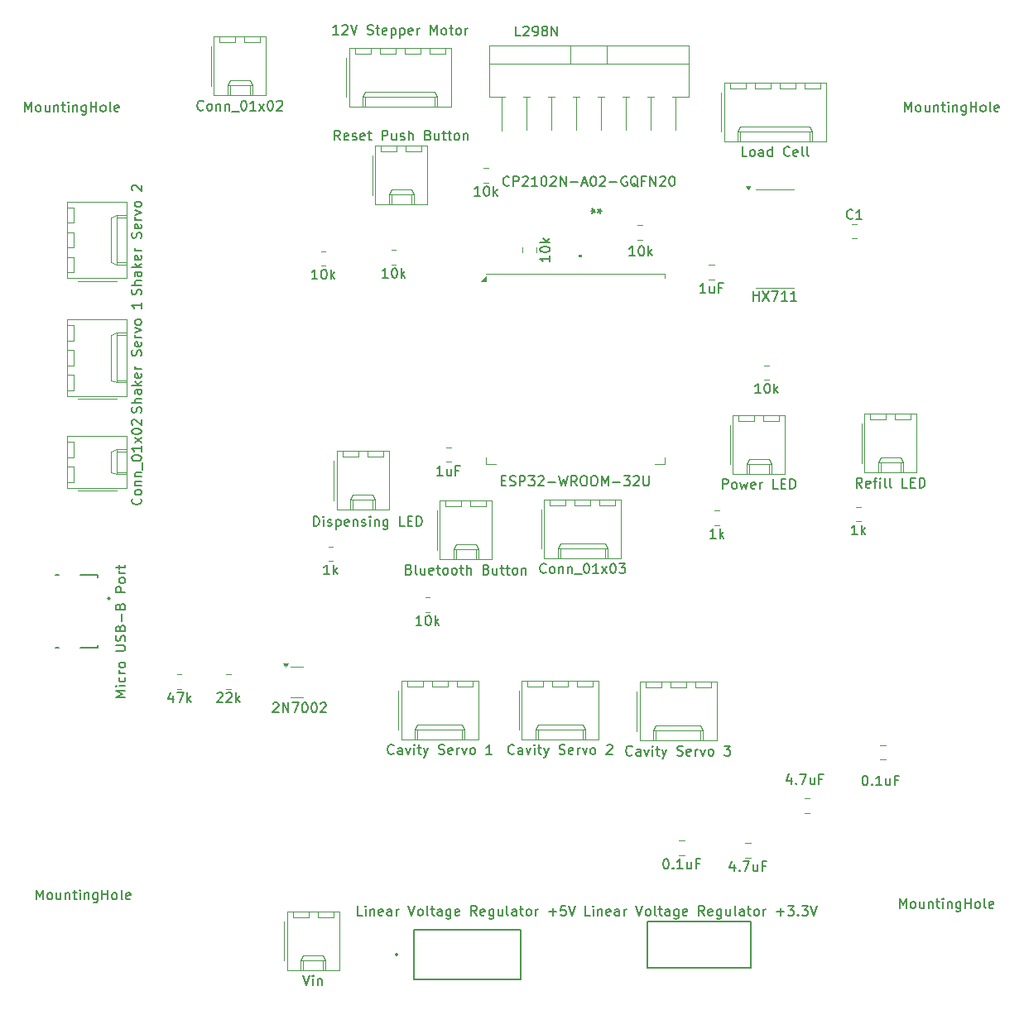
<source format=gbr>
%TF.GenerationSoftware,KiCad,Pcbnew,8.0.8*%
%TF.CreationDate,2025-03-02T22:54:24-06:00*%
%TF.ProjectId,Third Design (PCBWay 1),54686972-6420-4446-9573-69676e202850,rev?*%
%TF.SameCoordinates,Original*%
%TF.FileFunction,Legend,Top*%
%TF.FilePolarity,Positive*%
%FSLAX46Y46*%
G04 Gerber Fmt 4.6, Leading zero omitted, Abs format (unit mm)*
G04 Created by KiCad (PCBNEW 8.0.8) date 2025-03-02 22:54:24*
%MOMM*%
%LPD*%
G01*
G04 APERTURE LIST*
%ADD10C,0.150000*%
%ADD11C,0.120000*%
%ADD12C,0.127000*%
%ADD13C,0.200000*%
%ADD14C,0.152400*%
%ADD15C,0.000000*%
G04 APERTURE END LIST*
D10*
X153869819Y-74398238D02*
X153869819Y-74969666D01*
X153869819Y-74683952D02*
X152869819Y-74683952D01*
X152869819Y-74683952D02*
X153012676Y-74779190D01*
X153012676Y-74779190D02*
X153107914Y-74874428D01*
X153107914Y-74874428D02*
X153155533Y-74969666D01*
X152869819Y-73779190D02*
X152869819Y-73683952D01*
X152869819Y-73683952D02*
X152917438Y-73588714D01*
X152917438Y-73588714D02*
X152965057Y-73541095D01*
X152965057Y-73541095D02*
X153060295Y-73493476D01*
X153060295Y-73493476D02*
X153250771Y-73445857D01*
X153250771Y-73445857D02*
X153488866Y-73445857D01*
X153488866Y-73445857D02*
X153679342Y-73493476D01*
X153679342Y-73493476D02*
X153774580Y-73541095D01*
X153774580Y-73541095D02*
X153822200Y-73588714D01*
X153822200Y-73588714D02*
X153869819Y-73683952D01*
X153869819Y-73683952D02*
X153869819Y-73779190D01*
X153869819Y-73779190D02*
X153822200Y-73874428D01*
X153822200Y-73874428D02*
X153774580Y-73922047D01*
X153774580Y-73922047D02*
X153679342Y-73969666D01*
X153679342Y-73969666D02*
X153488866Y-74017285D01*
X153488866Y-74017285D02*
X153250771Y-74017285D01*
X153250771Y-74017285D02*
X153060295Y-73969666D01*
X153060295Y-73969666D02*
X152965057Y-73922047D01*
X152965057Y-73922047D02*
X152917438Y-73874428D01*
X152917438Y-73874428D02*
X152869819Y-73779190D01*
X153869819Y-73017285D02*
X152869819Y-73017285D01*
X153488866Y-72922047D02*
X153869819Y-72636333D01*
X153203152Y-72636333D02*
X153584104Y-73017285D01*
X185316952Y-102942819D02*
X184745524Y-102942819D01*
X185031238Y-102942819D02*
X185031238Y-101942819D01*
X185031238Y-101942819D02*
X184936000Y-102085676D01*
X184936000Y-102085676D02*
X184840762Y-102180914D01*
X184840762Y-102180914D02*
X184745524Y-102228533D01*
X185745524Y-102942819D02*
X185745524Y-101942819D01*
X185840762Y-102561866D02*
X186126476Y-102942819D01*
X186126476Y-102276152D02*
X185745524Y-102657104D01*
X100214285Y-59654819D02*
X100214285Y-58654819D01*
X100214285Y-58654819D02*
X100547618Y-59369104D01*
X100547618Y-59369104D02*
X100880951Y-58654819D01*
X100880951Y-58654819D02*
X100880951Y-59654819D01*
X101499999Y-59654819D02*
X101404761Y-59607200D01*
X101404761Y-59607200D02*
X101357142Y-59559580D01*
X101357142Y-59559580D02*
X101309523Y-59464342D01*
X101309523Y-59464342D02*
X101309523Y-59178628D01*
X101309523Y-59178628D02*
X101357142Y-59083390D01*
X101357142Y-59083390D02*
X101404761Y-59035771D01*
X101404761Y-59035771D02*
X101499999Y-58988152D01*
X101499999Y-58988152D02*
X101642856Y-58988152D01*
X101642856Y-58988152D02*
X101738094Y-59035771D01*
X101738094Y-59035771D02*
X101785713Y-59083390D01*
X101785713Y-59083390D02*
X101833332Y-59178628D01*
X101833332Y-59178628D02*
X101833332Y-59464342D01*
X101833332Y-59464342D02*
X101785713Y-59559580D01*
X101785713Y-59559580D02*
X101738094Y-59607200D01*
X101738094Y-59607200D02*
X101642856Y-59654819D01*
X101642856Y-59654819D02*
X101499999Y-59654819D01*
X102690475Y-58988152D02*
X102690475Y-59654819D01*
X102261904Y-58988152D02*
X102261904Y-59511961D01*
X102261904Y-59511961D02*
X102309523Y-59607200D01*
X102309523Y-59607200D02*
X102404761Y-59654819D01*
X102404761Y-59654819D02*
X102547618Y-59654819D01*
X102547618Y-59654819D02*
X102642856Y-59607200D01*
X102642856Y-59607200D02*
X102690475Y-59559580D01*
X103166666Y-58988152D02*
X103166666Y-59654819D01*
X103166666Y-59083390D02*
X103214285Y-59035771D01*
X103214285Y-59035771D02*
X103309523Y-58988152D01*
X103309523Y-58988152D02*
X103452380Y-58988152D01*
X103452380Y-58988152D02*
X103547618Y-59035771D01*
X103547618Y-59035771D02*
X103595237Y-59131009D01*
X103595237Y-59131009D02*
X103595237Y-59654819D01*
X103928571Y-58988152D02*
X104309523Y-58988152D01*
X104071428Y-58654819D02*
X104071428Y-59511961D01*
X104071428Y-59511961D02*
X104119047Y-59607200D01*
X104119047Y-59607200D02*
X104214285Y-59654819D01*
X104214285Y-59654819D02*
X104309523Y-59654819D01*
X104642857Y-59654819D02*
X104642857Y-58988152D01*
X104642857Y-58654819D02*
X104595238Y-58702438D01*
X104595238Y-58702438D02*
X104642857Y-58750057D01*
X104642857Y-58750057D02*
X104690476Y-58702438D01*
X104690476Y-58702438D02*
X104642857Y-58654819D01*
X104642857Y-58654819D02*
X104642857Y-58750057D01*
X105119047Y-58988152D02*
X105119047Y-59654819D01*
X105119047Y-59083390D02*
X105166666Y-59035771D01*
X105166666Y-59035771D02*
X105261904Y-58988152D01*
X105261904Y-58988152D02*
X105404761Y-58988152D01*
X105404761Y-58988152D02*
X105499999Y-59035771D01*
X105499999Y-59035771D02*
X105547618Y-59131009D01*
X105547618Y-59131009D02*
X105547618Y-59654819D01*
X106452380Y-58988152D02*
X106452380Y-59797676D01*
X106452380Y-59797676D02*
X106404761Y-59892914D01*
X106404761Y-59892914D02*
X106357142Y-59940533D01*
X106357142Y-59940533D02*
X106261904Y-59988152D01*
X106261904Y-59988152D02*
X106119047Y-59988152D01*
X106119047Y-59988152D02*
X106023809Y-59940533D01*
X106452380Y-59607200D02*
X106357142Y-59654819D01*
X106357142Y-59654819D02*
X106166666Y-59654819D01*
X106166666Y-59654819D02*
X106071428Y-59607200D01*
X106071428Y-59607200D02*
X106023809Y-59559580D01*
X106023809Y-59559580D02*
X105976190Y-59464342D01*
X105976190Y-59464342D02*
X105976190Y-59178628D01*
X105976190Y-59178628D02*
X106023809Y-59083390D01*
X106023809Y-59083390D02*
X106071428Y-59035771D01*
X106071428Y-59035771D02*
X106166666Y-58988152D01*
X106166666Y-58988152D02*
X106357142Y-58988152D01*
X106357142Y-58988152D02*
X106452380Y-59035771D01*
X106928571Y-59654819D02*
X106928571Y-58654819D01*
X106928571Y-59131009D02*
X107499999Y-59131009D01*
X107499999Y-59654819D02*
X107499999Y-58654819D01*
X108119047Y-59654819D02*
X108023809Y-59607200D01*
X108023809Y-59607200D02*
X107976190Y-59559580D01*
X107976190Y-59559580D02*
X107928571Y-59464342D01*
X107928571Y-59464342D02*
X107928571Y-59178628D01*
X107928571Y-59178628D02*
X107976190Y-59083390D01*
X107976190Y-59083390D02*
X108023809Y-59035771D01*
X108023809Y-59035771D02*
X108119047Y-58988152D01*
X108119047Y-58988152D02*
X108261904Y-58988152D01*
X108261904Y-58988152D02*
X108357142Y-59035771D01*
X108357142Y-59035771D02*
X108404761Y-59083390D01*
X108404761Y-59083390D02*
X108452380Y-59178628D01*
X108452380Y-59178628D02*
X108452380Y-59464342D01*
X108452380Y-59464342D02*
X108404761Y-59559580D01*
X108404761Y-59559580D02*
X108357142Y-59607200D01*
X108357142Y-59607200D02*
X108261904Y-59654819D01*
X108261904Y-59654819D02*
X108119047Y-59654819D01*
X109023809Y-59654819D02*
X108928571Y-59607200D01*
X108928571Y-59607200D02*
X108880952Y-59511961D01*
X108880952Y-59511961D02*
X108880952Y-58654819D01*
X109785714Y-59607200D02*
X109690476Y-59654819D01*
X109690476Y-59654819D02*
X109500000Y-59654819D01*
X109500000Y-59654819D02*
X109404762Y-59607200D01*
X109404762Y-59607200D02*
X109357143Y-59511961D01*
X109357143Y-59511961D02*
X109357143Y-59131009D01*
X109357143Y-59131009D02*
X109404762Y-59035771D01*
X109404762Y-59035771D02*
X109500000Y-58988152D01*
X109500000Y-58988152D02*
X109690476Y-58988152D01*
X109690476Y-58988152D02*
X109785714Y-59035771D01*
X109785714Y-59035771D02*
X109833333Y-59131009D01*
X109833333Y-59131009D02*
X109833333Y-59226247D01*
X109833333Y-59226247D02*
X109357143Y-59321485D01*
X115309523Y-119438152D02*
X115309523Y-120104819D01*
X115071428Y-119057200D02*
X114833333Y-119771485D01*
X114833333Y-119771485D02*
X115452380Y-119771485D01*
X115738095Y-119104819D02*
X116404761Y-119104819D01*
X116404761Y-119104819D02*
X115976190Y-120104819D01*
X116785714Y-120104819D02*
X116785714Y-119104819D01*
X116880952Y-119723866D02*
X117166666Y-120104819D01*
X117166666Y-119438152D02*
X116785714Y-119819104D01*
X129731190Y-102054819D02*
X129731190Y-101054819D01*
X129731190Y-101054819D02*
X129969285Y-101054819D01*
X129969285Y-101054819D02*
X130112142Y-101102438D01*
X130112142Y-101102438D02*
X130207380Y-101197676D01*
X130207380Y-101197676D02*
X130254999Y-101292914D01*
X130254999Y-101292914D02*
X130302618Y-101483390D01*
X130302618Y-101483390D02*
X130302618Y-101626247D01*
X130302618Y-101626247D02*
X130254999Y-101816723D01*
X130254999Y-101816723D02*
X130207380Y-101911961D01*
X130207380Y-101911961D02*
X130112142Y-102007200D01*
X130112142Y-102007200D02*
X129969285Y-102054819D01*
X129969285Y-102054819D02*
X129731190Y-102054819D01*
X130731190Y-102054819D02*
X130731190Y-101388152D01*
X130731190Y-101054819D02*
X130683571Y-101102438D01*
X130683571Y-101102438D02*
X130731190Y-101150057D01*
X130731190Y-101150057D02*
X130778809Y-101102438D01*
X130778809Y-101102438D02*
X130731190Y-101054819D01*
X130731190Y-101054819D02*
X130731190Y-101150057D01*
X131159761Y-102007200D02*
X131254999Y-102054819D01*
X131254999Y-102054819D02*
X131445475Y-102054819D01*
X131445475Y-102054819D02*
X131540713Y-102007200D01*
X131540713Y-102007200D02*
X131588332Y-101911961D01*
X131588332Y-101911961D02*
X131588332Y-101864342D01*
X131588332Y-101864342D02*
X131540713Y-101769104D01*
X131540713Y-101769104D02*
X131445475Y-101721485D01*
X131445475Y-101721485D02*
X131302618Y-101721485D01*
X131302618Y-101721485D02*
X131207380Y-101673866D01*
X131207380Y-101673866D02*
X131159761Y-101578628D01*
X131159761Y-101578628D02*
X131159761Y-101531009D01*
X131159761Y-101531009D02*
X131207380Y-101435771D01*
X131207380Y-101435771D02*
X131302618Y-101388152D01*
X131302618Y-101388152D02*
X131445475Y-101388152D01*
X131445475Y-101388152D02*
X131540713Y-101435771D01*
X132016904Y-101388152D02*
X132016904Y-102388152D01*
X132016904Y-101435771D02*
X132112142Y-101388152D01*
X132112142Y-101388152D02*
X132302618Y-101388152D01*
X132302618Y-101388152D02*
X132397856Y-101435771D01*
X132397856Y-101435771D02*
X132445475Y-101483390D01*
X132445475Y-101483390D02*
X132493094Y-101578628D01*
X132493094Y-101578628D02*
X132493094Y-101864342D01*
X132493094Y-101864342D02*
X132445475Y-101959580D01*
X132445475Y-101959580D02*
X132397856Y-102007200D01*
X132397856Y-102007200D02*
X132302618Y-102054819D01*
X132302618Y-102054819D02*
X132112142Y-102054819D01*
X132112142Y-102054819D02*
X132016904Y-102007200D01*
X133302618Y-102007200D02*
X133207380Y-102054819D01*
X133207380Y-102054819D02*
X133016904Y-102054819D01*
X133016904Y-102054819D02*
X132921666Y-102007200D01*
X132921666Y-102007200D02*
X132874047Y-101911961D01*
X132874047Y-101911961D02*
X132874047Y-101531009D01*
X132874047Y-101531009D02*
X132921666Y-101435771D01*
X132921666Y-101435771D02*
X133016904Y-101388152D01*
X133016904Y-101388152D02*
X133207380Y-101388152D01*
X133207380Y-101388152D02*
X133302618Y-101435771D01*
X133302618Y-101435771D02*
X133350237Y-101531009D01*
X133350237Y-101531009D02*
X133350237Y-101626247D01*
X133350237Y-101626247D02*
X132874047Y-101721485D01*
X133778809Y-101388152D02*
X133778809Y-102054819D01*
X133778809Y-101483390D02*
X133826428Y-101435771D01*
X133826428Y-101435771D02*
X133921666Y-101388152D01*
X133921666Y-101388152D02*
X134064523Y-101388152D01*
X134064523Y-101388152D02*
X134159761Y-101435771D01*
X134159761Y-101435771D02*
X134207380Y-101531009D01*
X134207380Y-101531009D02*
X134207380Y-102054819D01*
X134635952Y-102007200D02*
X134731190Y-102054819D01*
X134731190Y-102054819D02*
X134921666Y-102054819D01*
X134921666Y-102054819D02*
X135016904Y-102007200D01*
X135016904Y-102007200D02*
X135064523Y-101911961D01*
X135064523Y-101911961D02*
X135064523Y-101864342D01*
X135064523Y-101864342D02*
X135016904Y-101769104D01*
X135016904Y-101769104D02*
X134921666Y-101721485D01*
X134921666Y-101721485D02*
X134778809Y-101721485D01*
X134778809Y-101721485D02*
X134683571Y-101673866D01*
X134683571Y-101673866D02*
X134635952Y-101578628D01*
X134635952Y-101578628D02*
X134635952Y-101531009D01*
X134635952Y-101531009D02*
X134683571Y-101435771D01*
X134683571Y-101435771D02*
X134778809Y-101388152D01*
X134778809Y-101388152D02*
X134921666Y-101388152D01*
X134921666Y-101388152D02*
X135016904Y-101435771D01*
X135493095Y-102054819D02*
X135493095Y-101388152D01*
X135493095Y-101054819D02*
X135445476Y-101102438D01*
X135445476Y-101102438D02*
X135493095Y-101150057D01*
X135493095Y-101150057D02*
X135540714Y-101102438D01*
X135540714Y-101102438D02*
X135493095Y-101054819D01*
X135493095Y-101054819D02*
X135493095Y-101150057D01*
X135969285Y-101388152D02*
X135969285Y-102054819D01*
X135969285Y-101483390D02*
X136016904Y-101435771D01*
X136016904Y-101435771D02*
X136112142Y-101388152D01*
X136112142Y-101388152D02*
X136254999Y-101388152D01*
X136254999Y-101388152D02*
X136350237Y-101435771D01*
X136350237Y-101435771D02*
X136397856Y-101531009D01*
X136397856Y-101531009D02*
X136397856Y-102054819D01*
X137302618Y-101388152D02*
X137302618Y-102197676D01*
X137302618Y-102197676D02*
X137254999Y-102292914D01*
X137254999Y-102292914D02*
X137207380Y-102340533D01*
X137207380Y-102340533D02*
X137112142Y-102388152D01*
X137112142Y-102388152D02*
X136969285Y-102388152D01*
X136969285Y-102388152D02*
X136874047Y-102340533D01*
X137302618Y-102007200D02*
X137207380Y-102054819D01*
X137207380Y-102054819D02*
X137016904Y-102054819D01*
X137016904Y-102054819D02*
X136921666Y-102007200D01*
X136921666Y-102007200D02*
X136874047Y-101959580D01*
X136874047Y-101959580D02*
X136826428Y-101864342D01*
X136826428Y-101864342D02*
X136826428Y-101578628D01*
X136826428Y-101578628D02*
X136874047Y-101483390D01*
X136874047Y-101483390D02*
X136921666Y-101435771D01*
X136921666Y-101435771D02*
X137016904Y-101388152D01*
X137016904Y-101388152D02*
X137207380Y-101388152D01*
X137207380Y-101388152D02*
X137302618Y-101435771D01*
X139016904Y-102054819D02*
X138540714Y-102054819D01*
X138540714Y-102054819D02*
X138540714Y-101054819D01*
X139350238Y-101531009D02*
X139683571Y-101531009D01*
X139826428Y-102054819D02*
X139350238Y-102054819D01*
X139350238Y-102054819D02*
X139350238Y-101054819D01*
X139350238Y-101054819D02*
X139826428Y-101054819D01*
X140255000Y-102054819D02*
X140255000Y-101054819D01*
X140255000Y-101054819D02*
X140493095Y-101054819D01*
X140493095Y-101054819D02*
X140635952Y-101102438D01*
X140635952Y-101102438D02*
X140731190Y-101197676D01*
X140731190Y-101197676D02*
X140778809Y-101292914D01*
X140778809Y-101292914D02*
X140826428Y-101483390D01*
X140826428Y-101483390D02*
X140826428Y-101626247D01*
X140826428Y-101626247D02*
X140778809Y-101816723D01*
X140778809Y-101816723D02*
X140731190Y-101911961D01*
X140731190Y-101911961D02*
X140635952Y-102007200D01*
X140635952Y-102007200D02*
X140493095Y-102054819D01*
X140493095Y-102054819D02*
X140255000Y-102054819D01*
X112056200Y-90455048D02*
X112103819Y-90312191D01*
X112103819Y-90312191D02*
X112103819Y-90074096D01*
X112103819Y-90074096D02*
X112056200Y-89978858D01*
X112056200Y-89978858D02*
X112008580Y-89931239D01*
X112008580Y-89931239D02*
X111913342Y-89883620D01*
X111913342Y-89883620D02*
X111818104Y-89883620D01*
X111818104Y-89883620D02*
X111722866Y-89931239D01*
X111722866Y-89931239D02*
X111675247Y-89978858D01*
X111675247Y-89978858D02*
X111627628Y-90074096D01*
X111627628Y-90074096D02*
X111580009Y-90264572D01*
X111580009Y-90264572D02*
X111532390Y-90359810D01*
X111532390Y-90359810D02*
X111484771Y-90407429D01*
X111484771Y-90407429D02*
X111389533Y-90455048D01*
X111389533Y-90455048D02*
X111294295Y-90455048D01*
X111294295Y-90455048D02*
X111199057Y-90407429D01*
X111199057Y-90407429D02*
X111151438Y-90359810D01*
X111151438Y-90359810D02*
X111103819Y-90264572D01*
X111103819Y-90264572D02*
X111103819Y-90026477D01*
X111103819Y-90026477D02*
X111151438Y-89883620D01*
X112103819Y-89455048D02*
X111103819Y-89455048D01*
X112103819Y-89026477D02*
X111580009Y-89026477D01*
X111580009Y-89026477D02*
X111484771Y-89074096D01*
X111484771Y-89074096D02*
X111437152Y-89169334D01*
X111437152Y-89169334D02*
X111437152Y-89312191D01*
X111437152Y-89312191D02*
X111484771Y-89407429D01*
X111484771Y-89407429D02*
X111532390Y-89455048D01*
X112103819Y-88121715D02*
X111580009Y-88121715D01*
X111580009Y-88121715D02*
X111484771Y-88169334D01*
X111484771Y-88169334D02*
X111437152Y-88264572D01*
X111437152Y-88264572D02*
X111437152Y-88455048D01*
X111437152Y-88455048D02*
X111484771Y-88550286D01*
X112056200Y-88121715D02*
X112103819Y-88216953D01*
X112103819Y-88216953D02*
X112103819Y-88455048D01*
X112103819Y-88455048D02*
X112056200Y-88550286D01*
X112056200Y-88550286D02*
X111960961Y-88597905D01*
X111960961Y-88597905D02*
X111865723Y-88597905D01*
X111865723Y-88597905D02*
X111770485Y-88550286D01*
X111770485Y-88550286D02*
X111722866Y-88455048D01*
X111722866Y-88455048D02*
X111722866Y-88216953D01*
X111722866Y-88216953D02*
X111675247Y-88121715D01*
X112103819Y-87645524D02*
X111103819Y-87645524D01*
X111722866Y-87550286D02*
X112103819Y-87264572D01*
X111437152Y-87264572D02*
X111818104Y-87645524D01*
X112056200Y-86455048D02*
X112103819Y-86550286D01*
X112103819Y-86550286D02*
X112103819Y-86740762D01*
X112103819Y-86740762D02*
X112056200Y-86836000D01*
X112056200Y-86836000D02*
X111960961Y-86883619D01*
X111960961Y-86883619D02*
X111580009Y-86883619D01*
X111580009Y-86883619D02*
X111484771Y-86836000D01*
X111484771Y-86836000D02*
X111437152Y-86740762D01*
X111437152Y-86740762D02*
X111437152Y-86550286D01*
X111437152Y-86550286D02*
X111484771Y-86455048D01*
X111484771Y-86455048D02*
X111580009Y-86407429D01*
X111580009Y-86407429D02*
X111675247Y-86407429D01*
X111675247Y-86407429D02*
X111770485Y-86883619D01*
X112103819Y-85978857D02*
X111437152Y-85978857D01*
X111627628Y-85978857D02*
X111532390Y-85931238D01*
X111532390Y-85931238D02*
X111484771Y-85883619D01*
X111484771Y-85883619D02*
X111437152Y-85788381D01*
X111437152Y-85788381D02*
X111437152Y-85693143D01*
X112056200Y-84645523D02*
X112103819Y-84502666D01*
X112103819Y-84502666D02*
X112103819Y-84264571D01*
X112103819Y-84264571D02*
X112056200Y-84169333D01*
X112056200Y-84169333D02*
X112008580Y-84121714D01*
X112008580Y-84121714D02*
X111913342Y-84074095D01*
X111913342Y-84074095D02*
X111818104Y-84074095D01*
X111818104Y-84074095D02*
X111722866Y-84121714D01*
X111722866Y-84121714D02*
X111675247Y-84169333D01*
X111675247Y-84169333D02*
X111627628Y-84264571D01*
X111627628Y-84264571D02*
X111580009Y-84455047D01*
X111580009Y-84455047D02*
X111532390Y-84550285D01*
X111532390Y-84550285D02*
X111484771Y-84597904D01*
X111484771Y-84597904D02*
X111389533Y-84645523D01*
X111389533Y-84645523D02*
X111294295Y-84645523D01*
X111294295Y-84645523D02*
X111199057Y-84597904D01*
X111199057Y-84597904D02*
X111151438Y-84550285D01*
X111151438Y-84550285D02*
X111103819Y-84455047D01*
X111103819Y-84455047D02*
X111103819Y-84216952D01*
X111103819Y-84216952D02*
X111151438Y-84074095D01*
X112056200Y-83264571D02*
X112103819Y-83359809D01*
X112103819Y-83359809D02*
X112103819Y-83550285D01*
X112103819Y-83550285D02*
X112056200Y-83645523D01*
X112056200Y-83645523D02*
X111960961Y-83693142D01*
X111960961Y-83693142D02*
X111580009Y-83693142D01*
X111580009Y-83693142D02*
X111484771Y-83645523D01*
X111484771Y-83645523D02*
X111437152Y-83550285D01*
X111437152Y-83550285D02*
X111437152Y-83359809D01*
X111437152Y-83359809D02*
X111484771Y-83264571D01*
X111484771Y-83264571D02*
X111580009Y-83216952D01*
X111580009Y-83216952D02*
X111675247Y-83216952D01*
X111675247Y-83216952D02*
X111770485Y-83693142D01*
X112103819Y-82788380D02*
X111437152Y-82788380D01*
X111627628Y-82788380D02*
X111532390Y-82740761D01*
X111532390Y-82740761D02*
X111484771Y-82693142D01*
X111484771Y-82693142D02*
X111437152Y-82597904D01*
X111437152Y-82597904D02*
X111437152Y-82502666D01*
X111437152Y-82264570D02*
X112103819Y-82026475D01*
X112103819Y-82026475D02*
X111437152Y-81788380D01*
X112103819Y-81264570D02*
X112056200Y-81359808D01*
X112056200Y-81359808D02*
X112008580Y-81407427D01*
X112008580Y-81407427D02*
X111913342Y-81455046D01*
X111913342Y-81455046D02*
X111627628Y-81455046D01*
X111627628Y-81455046D02*
X111532390Y-81407427D01*
X111532390Y-81407427D02*
X111484771Y-81359808D01*
X111484771Y-81359808D02*
X111437152Y-81264570D01*
X111437152Y-81264570D02*
X111437152Y-81121713D01*
X111437152Y-81121713D02*
X111484771Y-81026475D01*
X111484771Y-81026475D02*
X111532390Y-80978856D01*
X111532390Y-80978856D02*
X111627628Y-80931237D01*
X111627628Y-80931237D02*
X111913342Y-80931237D01*
X111913342Y-80931237D02*
X112008580Y-80978856D01*
X112008580Y-80978856D02*
X112056200Y-81026475D01*
X112056200Y-81026475D02*
X112103819Y-81121713D01*
X112103819Y-81121713D02*
X112103819Y-81264570D01*
X112103819Y-79216951D02*
X112103819Y-79788379D01*
X112103819Y-79502665D02*
X111103819Y-79502665D01*
X111103819Y-79502665D02*
X111246676Y-79597903D01*
X111246676Y-79597903D02*
X111341914Y-79693141D01*
X111341914Y-79693141D02*
X111389533Y-79788379D01*
X110469819Y-119593476D02*
X109469819Y-119593476D01*
X109469819Y-119593476D02*
X110184104Y-119260143D01*
X110184104Y-119260143D02*
X109469819Y-118926810D01*
X109469819Y-118926810D02*
X110469819Y-118926810D01*
X110469819Y-118450619D02*
X109803152Y-118450619D01*
X109469819Y-118450619D02*
X109517438Y-118498238D01*
X109517438Y-118498238D02*
X109565057Y-118450619D01*
X109565057Y-118450619D02*
X109517438Y-118403000D01*
X109517438Y-118403000D02*
X109469819Y-118450619D01*
X109469819Y-118450619D02*
X109565057Y-118450619D01*
X110422200Y-117545858D02*
X110469819Y-117641096D01*
X110469819Y-117641096D02*
X110469819Y-117831572D01*
X110469819Y-117831572D02*
X110422200Y-117926810D01*
X110422200Y-117926810D02*
X110374580Y-117974429D01*
X110374580Y-117974429D02*
X110279342Y-118022048D01*
X110279342Y-118022048D02*
X109993628Y-118022048D01*
X109993628Y-118022048D02*
X109898390Y-117974429D01*
X109898390Y-117974429D02*
X109850771Y-117926810D01*
X109850771Y-117926810D02*
X109803152Y-117831572D01*
X109803152Y-117831572D02*
X109803152Y-117641096D01*
X109803152Y-117641096D02*
X109850771Y-117545858D01*
X110469819Y-117117286D02*
X109803152Y-117117286D01*
X109993628Y-117117286D02*
X109898390Y-117069667D01*
X109898390Y-117069667D02*
X109850771Y-117022048D01*
X109850771Y-117022048D02*
X109803152Y-116926810D01*
X109803152Y-116926810D02*
X109803152Y-116831572D01*
X110469819Y-116355381D02*
X110422200Y-116450619D01*
X110422200Y-116450619D02*
X110374580Y-116498238D01*
X110374580Y-116498238D02*
X110279342Y-116545857D01*
X110279342Y-116545857D02*
X109993628Y-116545857D01*
X109993628Y-116545857D02*
X109898390Y-116498238D01*
X109898390Y-116498238D02*
X109850771Y-116450619D01*
X109850771Y-116450619D02*
X109803152Y-116355381D01*
X109803152Y-116355381D02*
X109803152Y-116212524D01*
X109803152Y-116212524D02*
X109850771Y-116117286D01*
X109850771Y-116117286D02*
X109898390Y-116069667D01*
X109898390Y-116069667D02*
X109993628Y-116022048D01*
X109993628Y-116022048D02*
X110279342Y-116022048D01*
X110279342Y-116022048D02*
X110374580Y-116069667D01*
X110374580Y-116069667D02*
X110422200Y-116117286D01*
X110422200Y-116117286D02*
X110469819Y-116212524D01*
X110469819Y-116212524D02*
X110469819Y-116355381D01*
X109469819Y-114831571D02*
X110279342Y-114831571D01*
X110279342Y-114831571D02*
X110374580Y-114783952D01*
X110374580Y-114783952D02*
X110422200Y-114736333D01*
X110422200Y-114736333D02*
X110469819Y-114641095D01*
X110469819Y-114641095D02*
X110469819Y-114450619D01*
X110469819Y-114450619D02*
X110422200Y-114355381D01*
X110422200Y-114355381D02*
X110374580Y-114307762D01*
X110374580Y-114307762D02*
X110279342Y-114260143D01*
X110279342Y-114260143D02*
X109469819Y-114260143D01*
X110422200Y-113831571D02*
X110469819Y-113688714D01*
X110469819Y-113688714D02*
X110469819Y-113450619D01*
X110469819Y-113450619D02*
X110422200Y-113355381D01*
X110422200Y-113355381D02*
X110374580Y-113307762D01*
X110374580Y-113307762D02*
X110279342Y-113260143D01*
X110279342Y-113260143D02*
X110184104Y-113260143D01*
X110184104Y-113260143D02*
X110088866Y-113307762D01*
X110088866Y-113307762D02*
X110041247Y-113355381D01*
X110041247Y-113355381D02*
X109993628Y-113450619D01*
X109993628Y-113450619D02*
X109946009Y-113641095D01*
X109946009Y-113641095D02*
X109898390Y-113736333D01*
X109898390Y-113736333D02*
X109850771Y-113783952D01*
X109850771Y-113783952D02*
X109755533Y-113831571D01*
X109755533Y-113831571D02*
X109660295Y-113831571D01*
X109660295Y-113831571D02*
X109565057Y-113783952D01*
X109565057Y-113783952D02*
X109517438Y-113736333D01*
X109517438Y-113736333D02*
X109469819Y-113641095D01*
X109469819Y-113641095D02*
X109469819Y-113403000D01*
X109469819Y-113403000D02*
X109517438Y-113260143D01*
X109946009Y-112498238D02*
X109993628Y-112355381D01*
X109993628Y-112355381D02*
X110041247Y-112307762D01*
X110041247Y-112307762D02*
X110136485Y-112260143D01*
X110136485Y-112260143D02*
X110279342Y-112260143D01*
X110279342Y-112260143D02*
X110374580Y-112307762D01*
X110374580Y-112307762D02*
X110422200Y-112355381D01*
X110422200Y-112355381D02*
X110469819Y-112450619D01*
X110469819Y-112450619D02*
X110469819Y-112831571D01*
X110469819Y-112831571D02*
X109469819Y-112831571D01*
X109469819Y-112831571D02*
X109469819Y-112498238D01*
X109469819Y-112498238D02*
X109517438Y-112403000D01*
X109517438Y-112403000D02*
X109565057Y-112355381D01*
X109565057Y-112355381D02*
X109660295Y-112307762D01*
X109660295Y-112307762D02*
X109755533Y-112307762D01*
X109755533Y-112307762D02*
X109850771Y-112355381D01*
X109850771Y-112355381D02*
X109898390Y-112403000D01*
X109898390Y-112403000D02*
X109946009Y-112498238D01*
X109946009Y-112498238D02*
X109946009Y-112831571D01*
X110088866Y-111831571D02*
X110088866Y-111069667D01*
X109946009Y-110260143D02*
X109993628Y-110117286D01*
X109993628Y-110117286D02*
X110041247Y-110069667D01*
X110041247Y-110069667D02*
X110136485Y-110022048D01*
X110136485Y-110022048D02*
X110279342Y-110022048D01*
X110279342Y-110022048D02*
X110374580Y-110069667D01*
X110374580Y-110069667D02*
X110422200Y-110117286D01*
X110422200Y-110117286D02*
X110469819Y-110212524D01*
X110469819Y-110212524D02*
X110469819Y-110593476D01*
X110469819Y-110593476D02*
X109469819Y-110593476D01*
X109469819Y-110593476D02*
X109469819Y-110260143D01*
X109469819Y-110260143D02*
X109517438Y-110164905D01*
X109517438Y-110164905D02*
X109565057Y-110117286D01*
X109565057Y-110117286D02*
X109660295Y-110069667D01*
X109660295Y-110069667D02*
X109755533Y-110069667D01*
X109755533Y-110069667D02*
X109850771Y-110117286D01*
X109850771Y-110117286D02*
X109898390Y-110164905D01*
X109898390Y-110164905D02*
X109946009Y-110260143D01*
X109946009Y-110260143D02*
X109946009Y-110593476D01*
X110469819Y-108831571D02*
X109469819Y-108831571D01*
X109469819Y-108831571D02*
X109469819Y-108450619D01*
X109469819Y-108450619D02*
X109517438Y-108355381D01*
X109517438Y-108355381D02*
X109565057Y-108307762D01*
X109565057Y-108307762D02*
X109660295Y-108260143D01*
X109660295Y-108260143D02*
X109803152Y-108260143D01*
X109803152Y-108260143D02*
X109898390Y-108307762D01*
X109898390Y-108307762D02*
X109946009Y-108355381D01*
X109946009Y-108355381D02*
X109993628Y-108450619D01*
X109993628Y-108450619D02*
X109993628Y-108831571D01*
X110469819Y-107688714D02*
X110422200Y-107783952D01*
X110422200Y-107783952D02*
X110374580Y-107831571D01*
X110374580Y-107831571D02*
X110279342Y-107879190D01*
X110279342Y-107879190D02*
X109993628Y-107879190D01*
X109993628Y-107879190D02*
X109898390Y-107831571D01*
X109898390Y-107831571D02*
X109850771Y-107783952D01*
X109850771Y-107783952D02*
X109803152Y-107688714D01*
X109803152Y-107688714D02*
X109803152Y-107545857D01*
X109803152Y-107545857D02*
X109850771Y-107450619D01*
X109850771Y-107450619D02*
X109898390Y-107403000D01*
X109898390Y-107403000D02*
X109993628Y-107355381D01*
X109993628Y-107355381D02*
X110279342Y-107355381D01*
X110279342Y-107355381D02*
X110374580Y-107403000D01*
X110374580Y-107403000D02*
X110422200Y-107450619D01*
X110422200Y-107450619D02*
X110469819Y-107545857D01*
X110469819Y-107545857D02*
X110469819Y-107688714D01*
X110469819Y-106926809D02*
X109803152Y-106926809D01*
X109993628Y-106926809D02*
X109898390Y-106879190D01*
X109898390Y-106879190D02*
X109850771Y-106831571D01*
X109850771Y-106831571D02*
X109803152Y-106736333D01*
X109803152Y-106736333D02*
X109803152Y-106641095D01*
X109803152Y-106450618D02*
X109803152Y-106069666D01*
X109469819Y-106307761D02*
X110326961Y-106307761D01*
X110326961Y-106307761D02*
X110422200Y-106260142D01*
X110422200Y-106260142D02*
X110469819Y-106164904D01*
X110469819Y-106164904D02*
X110469819Y-106069666D01*
X139478474Y-106500009D02*
X139621331Y-106547628D01*
X139621331Y-106547628D02*
X139668950Y-106595247D01*
X139668950Y-106595247D02*
X139716569Y-106690485D01*
X139716569Y-106690485D02*
X139716569Y-106833342D01*
X139716569Y-106833342D02*
X139668950Y-106928580D01*
X139668950Y-106928580D02*
X139621331Y-106976200D01*
X139621331Y-106976200D02*
X139526093Y-107023819D01*
X139526093Y-107023819D02*
X139145141Y-107023819D01*
X139145141Y-107023819D02*
X139145141Y-106023819D01*
X139145141Y-106023819D02*
X139478474Y-106023819D01*
X139478474Y-106023819D02*
X139573712Y-106071438D01*
X139573712Y-106071438D02*
X139621331Y-106119057D01*
X139621331Y-106119057D02*
X139668950Y-106214295D01*
X139668950Y-106214295D02*
X139668950Y-106309533D01*
X139668950Y-106309533D02*
X139621331Y-106404771D01*
X139621331Y-106404771D02*
X139573712Y-106452390D01*
X139573712Y-106452390D02*
X139478474Y-106500009D01*
X139478474Y-106500009D02*
X139145141Y-106500009D01*
X140287998Y-107023819D02*
X140192760Y-106976200D01*
X140192760Y-106976200D02*
X140145141Y-106880961D01*
X140145141Y-106880961D02*
X140145141Y-106023819D01*
X141097522Y-106357152D02*
X141097522Y-107023819D01*
X140668951Y-106357152D02*
X140668951Y-106880961D01*
X140668951Y-106880961D02*
X140716570Y-106976200D01*
X140716570Y-106976200D02*
X140811808Y-107023819D01*
X140811808Y-107023819D02*
X140954665Y-107023819D01*
X140954665Y-107023819D02*
X141049903Y-106976200D01*
X141049903Y-106976200D02*
X141097522Y-106928580D01*
X141954665Y-106976200D02*
X141859427Y-107023819D01*
X141859427Y-107023819D02*
X141668951Y-107023819D01*
X141668951Y-107023819D02*
X141573713Y-106976200D01*
X141573713Y-106976200D02*
X141526094Y-106880961D01*
X141526094Y-106880961D02*
X141526094Y-106500009D01*
X141526094Y-106500009D02*
X141573713Y-106404771D01*
X141573713Y-106404771D02*
X141668951Y-106357152D01*
X141668951Y-106357152D02*
X141859427Y-106357152D01*
X141859427Y-106357152D02*
X141954665Y-106404771D01*
X141954665Y-106404771D02*
X142002284Y-106500009D01*
X142002284Y-106500009D02*
X142002284Y-106595247D01*
X142002284Y-106595247D02*
X141526094Y-106690485D01*
X142287999Y-106357152D02*
X142668951Y-106357152D01*
X142430856Y-106023819D02*
X142430856Y-106880961D01*
X142430856Y-106880961D02*
X142478475Y-106976200D01*
X142478475Y-106976200D02*
X142573713Y-107023819D01*
X142573713Y-107023819D02*
X142668951Y-107023819D01*
X143145142Y-107023819D02*
X143049904Y-106976200D01*
X143049904Y-106976200D02*
X143002285Y-106928580D01*
X143002285Y-106928580D02*
X142954666Y-106833342D01*
X142954666Y-106833342D02*
X142954666Y-106547628D01*
X142954666Y-106547628D02*
X143002285Y-106452390D01*
X143002285Y-106452390D02*
X143049904Y-106404771D01*
X143049904Y-106404771D02*
X143145142Y-106357152D01*
X143145142Y-106357152D02*
X143287999Y-106357152D01*
X143287999Y-106357152D02*
X143383237Y-106404771D01*
X143383237Y-106404771D02*
X143430856Y-106452390D01*
X143430856Y-106452390D02*
X143478475Y-106547628D01*
X143478475Y-106547628D02*
X143478475Y-106833342D01*
X143478475Y-106833342D02*
X143430856Y-106928580D01*
X143430856Y-106928580D02*
X143383237Y-106976200D01*
X143383237Y-106976200D02*
X143287999Y-107023819D01*
X143287999Y-107023819D02*
X143145142Y-107023819D01*
X144049904Y-107023819D02*
X143954666Y-106976200D01*
X143954666Y-106976200D02*
X143907047Y-106928580D01*
X143907047Y-106928580D02*
X143859428Y-106833342D01*
X143859428Y-106833342D02*
X143859428Y-106547628D01*
X143859428Y-106547628D02*
X143907047Y-106452390D01*
X143907047Y-106452390D02*
X143954666Y-106404771D01*
X143954666Y-106404771D02*
X144049904Y-106357152D01*
X144049904Y-106357152D02*
X144192761Y-106357152D01*
X144192761Y-106357152D02*
X144287999Y-106404771D01*
X144287999Y-106404771D02*
X144335618Y-106452390D01*
X144335618Y-106452390D02*
X144383237Y-106547628D01*
X144383237Y-106547628D02*
X144383237Y-106833342D01*
X144383237Y-106833342D02*
X144335618Y-106928580D01*
X144335618Y-106928580D02*
X144287999Y-106976200D01*
X144287999Y-106976200D02*
X144192761Y-107023819D01*
X144192761Y-107023819D02*
X144049904Y-107023819D01*
X144668952Y-106357152D02*
X145049904Y-106357152D01*
X144811809Y-106023819D02*
X144811809Y-106880961D01*
X144811809Y-106880961D02*
X144859428Y-106976200D01*
X144859428Y-106976200D02*
X144954666Y-107023819D01*
X144954666Y-107023819D02*
X145049904Y-107023819D01*
X145383238Y-107023819D02*
X145383238Y-106023819D01*
X145811809Y-107023819D02*
X145811809Y-106500009D01*
X145811809Y-106500009D02*
X145764190Y-106404771D01*
X145764190Y-106404771D02*
X145668952Y-106357152D01*
X145668952Y-106357152D02*
X145526095Y-106357152D01*
X145526095Y-106357152D02*
X145430857Y-106404771D01*
X145430857Y-106404771D02*
X145383238Y-106452390D01*
X147383238Y-106500009D02*
X147526095Y-106547628D01*
X147526095Y-106547628D02*
X147573714Y-106595247D01*
X147573714Y-106595247D02*
X147621333Y-106690485D01*
X147621333Y-106690485D02*
X147621333Y-106833342D01*
X147621333Y-106833342D02*
X147573714Y-106928580D01*
X147573714Y-106928580D02*
X147526095Y-106976200D01*
X147526095Y-106976200D02*
X147430857Y-107023819D01*
X147430857Y-107023819D02*
X147049905Y-107023819D01*
X147049905Y-107023819D02*
X147049905Y-106023819D01*
X147049905Y-106023819D02*
X147383238Y-106023819D01*
X147383238Y-106023819D02*
X147478476Y-106071438D01*
X147478476Y-106071438D02*
X147526095Y-106119057D01*
X147526095Y-106119057D02*
X147573714Y-106214295D01*
X147573714Y-106214295D02*
X147573714Y-106309533D01*
X147573714Y-106309533D02*
X147526095Y-106404771D01*
X147526095Y-106404771D02*
X147478476Y-106452390D01*
X147478476Y-106452390D02*
X147383238Y-106500009D01*
X147383238Y-106500009D02*
X147049905Y-106500009D01*
X148478476Y-106357152D02*
X148478476Y-107023819D01*
X148049905Y-106357152D02*
X148049905Y-106880961D01*
X148049905Y-106880961D02*
X148097524Y-106976200D01*
X148097524Y-106976200D02*
X148192762Y-107023819D01*
X148192762Y-107023819D02*
X148335619Y-107023819D01*
X148335619Y-107023819D02*
X148430857Y-106976200D01*
X148430857Y-106976200D02*
X148478476Y-106928580D01*
X148811810Y-106357152D02*
X149192762Y-106357152D01*
X148954667Y-106023819D02*
X148954667Y-106880961D01*
X148954667Y-106880961D02*
X149002286Y-106976200D01*
X149002286Y-106976200D02*
X149097524Y-107023819D01*
X149097524Y-107023819D02*
X149192762Y-107023819D01*
X149383239Y-106357152D02*
X149764191Y-106357152D01*
X149526096Y-106023819D02*
X149526096Y-106880961D01*
X149526096Y-106880961D02*
X149573715Y-106976200D01*
X149573715Y-106976200D02*
X149668953Y-107023819D01*
X149668953Y-107023819D02*
X149764191Y-107023819D01*
X150240382Y-107023819D02*
X150145144Y-106976200D01*
X150145144Y-106976200D02*
X150097525Y-106928580D01*
X150097525Y-106928580D02*
X150049906Y-106833342D01*
X150049906Y-106833342D02*
X150049906Y-106547628D01*
X150049906Y-106547628D02*
X150097525Y-106452390D01*
X150097525Y-106452390D02*
X150145144Y-106404771D01*
X150145144Y-106404771D02*
X150240382Y-106357152D01*
X150240382Y-106357152D02*
X150383239Y-106357152D01*
X150383239Y-106357152D02*
X150478477Y-106404771D01*
X150478477Y-106404771D02*
X150526096Y-106452390D01*
X150526096Y-106452390D02*
X150573715Y-106547628D01*
X150573715Y-106547628D02*
X150573715Y-106833342D01*
X150573715Y-106833342D02*
X150526096Y-106928580D01*
X150526096Y-106928580D02*
X150478477Y-106976200D01*
X150478477Y-106976200D02*
X150383239Y-107023819D01*
X150383239Y-107023819D02*
X150240382Y-107023819D01*
X151002287Y-106357152D02*
X151002287Y-107023819D01*
X151002287Y-106452390D02*
X151049906Y-106404771D01*
X151049906Y-106404771D02*
X151145144Y-106357152D01*
X151145144Y-106357152D02*
X151288001Y-106357152D01*
X151288001Y-106357152D02*
X151383239Y-106404771D01*
X151383239Y-106404771D02*
X151430858Y-106500009D01*
X151430858Y-106500009D02*
X151430858Y-107023819D01*
X190214285Y-59654819D02*
X190214285Y-58654819D01*
X190214285Y-58654819D02*
X190547618Y-59369104D01*
X190547618Y-59369104D02*
X190880951Y-58654819D01*
X190880951Y-58654819D02*
X190880951Y-59654819D01*
X191499999Y-59654819D02*
X191404761Y-59607200D01*
X191404761Y-59607200D02*
X191357142Y-59559580D01*
X191357142Y-59559580D02*
X191309523Y-59464342D01*
X191309523Y-59464342D02*
X191309523Y-59178628D01*
X191309523Y-59178628D02*
X191357142Y-59083390D01*
X191357142Y-59083390D02*
X191404761Y-59035771D01*
X191404761Y-59035771D02*
X191499999Y-58988152D01*
X191499999Y-58988152D02*
X191642856Y-58988152D01*
X191642856Y-58988152D02*
X191738094Y-59035771D01*
X191738094Y-59035771D02*
X191785713Y-59083390D01*
X191785713Y-59083390D02*
X191833332Y-59178628D01*
X191833332Y-59178628D02*
X191833332Y-59464342D01*
X191833332Y-59464342D02*
X191785713Y-59559580D01*
X191785713Y-59559580D02*
X191738094Y-59607200D01*
X191738094Y-59607200D02*
X191642856Y-59654819D01*
X191642856Y-59654819D02*
X191499999Y-59654819D01*
X192690475Y-58988152D02*
X192690475Y-59654819D01*
X192261904Y-58988152D02*
X192261904Y-59511961D01*
X192261904Y-59511961D02*
X192309523Y-59607200D01*
X192309523Y-59607200D02*
X192404761Y-59654819D01*
X192404761Y-59654819D02*
X192547618Y-59654819D01*
X192547618Y-59654819D02*
X192642856Y-59607200D01*
X192642856Y-59607200D02*
X192690475Y-59559580D01*
X193166666Y-58988152D02*
X193166666Y-59654819D01*
X193166666Y-59083390D02*
X193214285Y-59035771D01*
X193214285Y-59035771D02*
X193309523Y-58988152D01*
X193309523Y-58988152D02*
X193452380Y-58988152D01*
X193452380Y-58988152D02*
X193547618Y-59035771D01*
X193547618Y-59035771D02*
X193595237Y-59131009D01*
X193595237Y-59131009D02*
X193595237Y-59654819D01*
X193928571Y-58988152D02*
X194309523Y-58988152D01*
X194071428Y-58654819D02*
X194071428Y-59511961D01*
X194071428Y-59511961D02*
X194119047Y-59607200D01*
X194119047Y-59607200D02*
X194214285Y-59654819D01*
X194214285Y-59654819D02*
X194309523Y-59654819D01*
X194642857Y-59654819D02*
X194642857Y-58988152D01*
X194642857Y-58654819D02*
X194595238Y-58702438D01*
X194595238Y-58702438D02*
X194642857Y-58750057D01*
X194642857Y-58750057D02*
X194690476Y-58702438D01*
X194690476Y-58702438D02*
X194642857Y-58654819D01*
X194642857Y-58654819D02*
X194642857Y-58750057D01*
X195119047Y-58988152D02*
X195119047Y-59654819D01*
X195119047Y-59083390D02*
X195166666Y-59035771D01*
X195166666Y-59035771D02*
X195261904Y-58988152D01*
X195261904Y-58988152D02*
X195404761Y-58988152D01*
X195404761Y-58988152D02*
X195499999Y-59035771D01*
X195499999Y-59035771D02*
X195547618Y-59131009D01*
X195547618Y-59131009D02*
X195547618Y-59654819D01*
X196452380Y-58988152D02*
X196452380Y-59797676D01*
X196452380Y-59797676D02*
X196404761Y-59892914D01*
X196404761Y-59892914D02*
X196357142Y-59940533D01*
X196357142Y-59940533D02*
X196261904Y-59988152D01*
X196261904Y-59988152D02*
X196119047Y-59988152D01*
X196119047Y-59988152D02*
X196023809Y-59940533D01*
X196452380Y-59607200D02*
X196357142Y-59654819D01*
X196357142Y-59654819D02*
X196166666Y-59654819D01*
X196166666Y-59654819D02*
X196071428Y-59607200D01*
X196071428Y-59607200D02*
X196023809Y-59559580D01*
X196023809Y-59559580D02*
X195976190Y-59464342D01*
X195976190Y-59464342D02*
X195976190Y-59178628D01*
X195976190Y-59178628D02*
X196023809Y-59083390D01*
X196023809Y-59083390D02*
X196071428Y-59035771D01*
X196071428Y-59035771D02*
X196166666Y-58988152D01*
X196166666Y-58988152D02*
X196357142Y-58988152D01*
X196357142Y-58988152D02*
X196452380Y-59035771D01*
X196928571Y-59654819D02*
X196928571Y-58654819D01*
X196928571Y-59131009D02*
X197499999Y-59131009D01*
X197499999Y-59654819D02*
X197499999Y-58654819D01*
X198119047Y-59654819D02*
X198023809Y-59607200D01*
X198023809Y-59607200D02*
X197976190Y-59559580D01*
X197976190Y-59559580D02*
X197928571Y-59464342D01*
X197928571Y-59464342D02*
X197928571Y-59178628D01*
X197928571Y-59178628D02*
X197976190Y-59083390D01*
X197976190Y-59083390D02*
X198023809Y-59035771D01*
X198023809Y-59035771D02*
X198119047Y-58988152D01*
X198119047Y-58988152D02*
X198261904Y-58988152D01*
X198261904Y-58988152D02*
X198357142Y-59035771D01*
X198357142Y-59035771D02*
X198404761Y-59083390D01*
X198404761Y-59083390D02*
X198452380Y-59178628D01*
X198452380Y-59178628D02*
X198452380Y-59464342D01*
X198452380Y-59464342D02*
X198404761Y-59559580D01*
X198404761Y-59559580D02*
X198357142Y-59607200D01*
X198357142Y-59607200D02*
X198261904Y-59654819D01*
X198261904Y-59654819D02*
X198119047Y-59654819D01*
X199023809Y-59654819D02*
X198928571Y-59607200D01*
X198928571Y-59607200D02*
X198880952Y-59511961D01*
X198880952Y-59511961D02*
X198880952Y-58654819D01*
X199785714Y-59607200D02*
X199690476Y-59654819D01*
X199690476Y-59654819D02*
X199500000Y-59654819D01*
X199500000Y-59654819D02*
X199404762Y-59607200D01*
X199404762Y-59607200D02*
X199357143Y-59511961D01*
X199357143Y-59511961D02*
X199357143Y-59131009D01*
X199357143Y-59131009D02*
X199404762Y-59035771D01*
X199404762Y-59035771D02*
X199500000Y-58988152D01*
X199500000Y-58988152D02*
X199690476Y-58988152D01*
X199690476Y-58988152D02*
X199785714Y-59035771D01*
X199785714Y-59035771D02*
X199833333Y-59131009D01*
X199833333Y-59131009D02*
X199833333Y-59226247D01*
X199833333Y-59226247D02*
X199357143Y-59321485D01*
X170838952Y-103323819D02*
X170267524Y-103323819D01*
X170553238Y-103323819D02*
X170553238Y-102323819D01*
X170553238Y-102323819D02*
X170458000Y-102466676D01*
X170458000Y-102466676D02*
X170362762Y-102561914D01*
X170362762Y-102561914D02*
X170267524Y-102609533D01*
X171267524Y-103323819D02*
X171267524Y-102323819D01*
X171362762Y-102942866D02*
X171648476Y-103323819D01*
X171648476Y-102657152D02*
X171267524Y-103038104D01*
X169817261Y-78207819D02*
X169245833Y-78207819D01*
X169531547Y-78207819D02*
X169531547Y-77207819D01*
X169531547Y-77207819D02*
X169436309Y-77350676D01*
X169436309Y-77350676D02*
X169341071Y-77445914D01*
X169341071Y-77445914D02*
X169245833Y-77493533D01*
X170674404Y-77541152D02*
X170674404Y-78207819D01*
X170245833Y-77541152D02*
X170245833Y-78064961D01*
X170245833Y-78064961D02*
X170293452Y-78160200D01*
X170293452Y-78160200D02*
X170388690Y-78207819D01*
X170388690Y-78207819D02*
X170531547Y-78207819D01*
X170531547Y-78207819D02*
X170626785Y-78160200D01*
X170626785Y-78160200D02*
X170674404Y-78112580D01*
X171483928Y-77684009D02*
X171150595Y-77684009D01*
X171150595Y-78207819D02*
X171150595Y-77207819D01*
X171150595Y-77207819D02*
X171626785Y-77207819D01*
X174680524Y-78998819D02*
X174680524Y-77998819D01*
X174680524Y-78475009D02*
X175251952Y-78475009D01*
X175251952Y-78998819D02*
X175251952Y-77998819D01*
X175632905Y-77998819D02*
X176299571Y-78998819D01*
X176299571Y-77998819D02*
X175632905Y-78998819D01*
X176585286Y-77998819D02*
X177251952Y-77998819D01*
X177251952Y-77998819D02*
X176823381Y-78998819D01*
X178156714Y-78998819D02*
X177585286Y-78998819D01*
X177871000Y-78998819D02*
X177871000Y-77998819D01*
X177871000Y-77998819D02*
X177775762Y-78141676D01*
X177775762Y-78141676D02*
X177680524Y-78236914D01*
X177680524Y-78236914D02*
X177585286Y-78284533D01*
X179109095Y-78998819D02*
X178537667Y-78998819D01*
X178823381Y-78998819D02*
X178823381Y-77998819D01*
X178823381Y-77998819D02*
X178728143Y-78141676D01*
X178728143Y-78141676D02*
X178632905Y-78236914D01*
X178632905Y-78236914D02*
X178537667Y-78284533D01*
X172733738Y-136723152D02*
X172733738Y-137389819D01*
X172495643Y-136342200D02*
X172257548Y-137056485D01*
X172257548Y-137056485D02*
X172876595Y-137056485D01*
X173257548Y-137294580D02*
X173305167Y-137342200D01*
X173305167Y-137342200D02*
X173257548Y-137389819D01*
X173257548Y-137389819D02*
X173209929Y-137342200D01*
X173209929Y-137342200D02*
X173257548Y-137294580D01*
X173257548Y-137294580D02*
X173257548Y-137389819D01*
X173638500Y-136389819D02*
X174305166Y-136389819D01*
X174305166Y-136389819D02*
X173876595Y-137389819D01*
X175114690Y-136723152D02*
X175114690Y-137389819D01*
X174686119Y-136723152D02*
X174686119Y-137246961D01*
X174686119Y-137246961D02*
X174733738Y-137342200D01*
X174733738Y-137342200D02*
X174828976Y-137389819D01*
X174828976Y-137389819D02*
X174971833Y-137389819D01*
X174971833Y-137389819D02*
X175067071Y-137342200D01*
X175067071Y-137342200D02*
X175114690Y-137294580D01*
X175924214Y-136866009D02*
X175590881Y-136866009D01*
X175590881Y-137389819D02*
X175590881Y-136389819D01*
X175590881Y-136389819D02*
X176067071Y-136389819D01*
X184850833Y-70561580D02*
X184803214Y-70609200D01*
X184803214Y-70609200D02*
X184660357Y-70656819D01*
X184660357Y-70656819D02*
X184565119Y-70656819D01*
X184565119Y-70656819D02*
X184422262Y-70609200D01*
X184422262Y-70609200D02*
X184327024Y-70513961D01*
X184327024Y-70513961D02*
X184279405Y-70418723D01*
X184279405Y-70418723D02*
X184231786Y-70228247D01*
X184231786Y-70228247D02*
X184231786Y-70085390D01*
X184231786Y-70085390D02*
X184279405Y-69894914D01*
X184279405Y-69894914D02*
X184327024Y-69799676D01*
X184327024Y-69799676D02*
X184422262Y-69704438D01*
X184422262Y-69704438D02*
X184565119Y-69656819D01*
X184565119Y-69656819D02*
X184660357Y-69656819D01*
X184660357Y-69656819D02*
X184803214Y-69704438D01*
X184803214Y-69704438D02*
X184850833Y-69752057D01*
X185803214Y-70656819D02*
X185231786Y-70656819D01*
X185517500Y-70656819D02*
X185517500Y-69656819D01*
X185517500Y-69656819D02*
X185422262Y-69799676D01*
X185422262Y-69799676D02*
X185327024Y-69894914D01*
X185327024Y-69894914D02*
X185231786Y-69942533D01*
X131341952Y-107006819D02*
X130770524Y-107006819D01*
X131056238Y-107006819D02*
X131056238Y-106006819D01*
X131056238Y-106006819D02*
X130961000Y-106149676D01*
X130961000Y-106149676D02*
X130865762Y-106244914D01*
X130865762Y-106244914D02*
X130770524Y-106292533D01*
X131770524Y-107006819D02*
X131770524Y-106006819D01*
X131865762Y-106625866D02*
X132151476Y-107006819D01*
X132151476Y-106340152D02*
X131770524Y-106721104D01*
X189651285Y-141170819D02*
X189651285Y-140170819D01*
X189651285Y-140170819D02*
X189984618Y-140885104D01*
X189984618Y-140885104D02*
X190317951Y-140170819D01*
X190317951Y-140170819D02*
X190317951Y-141170819D01*
X190936999Y-141170819D02*
X190841761Y-141123200D01*
X190841761Y-141123200D02*
X190794142Y-141075580D01*
X190794142Y-141075580D02*
X190746523Y-140980342D01*
X190746523Y-140980342D02*
X190746523Y-140694628D01*
X190746523Y-140694628D02*
X190794142Y-140599390D01*
X190794142Y-140599390D02*
X190841761Y-140551771D01*
X190841761Y-140551771D02*
X190936999Y-140504152D01*
X190936999Y-140504152D02*
X191079856Y-140504152D01*
X191079856Y-140504152D02*
X191175094Y-140551771D01*
X191175094Y-140551771D02*
X191222713Y-140599390D01*
X191222713Y-140599390D02*
X191270332Y-140694628D01*
X191270332Y-140694628D02*
X191270332Y-140980342D01*
X191270332Y-140980342D02*
X191222713Y-141075580D01*
X191222713Y-141075580D02*
X191175094Y-141123200D01*
X191175094Y-141123200D02*
X191079856Y-141170819D01*
X191079856Y-141170819D02*
X190936999Y-141170819D01*
X192127475Y-140504152D02*
X192127475Y-141170819D01*
X191698904Y-140504152D02*
X191698904Y-141027961D01*
X191698904Y-141027961D02*
X191746523Y-141123200D01*
X191746523Y-141123200D02*
X191841761Y-141170819D01*
X191841761Y-141170819D02*
X191984618Y-141170819D01*
X191984618Y-141170819D02*
X192079856Y-141123200D01*
X192079856Y-141123200D02*
X192127475Y-141075580D01*
X192603666Y-140504152D02*
X192603666Y-141170819D01*
X192603666Y-140599390D02*
X192651285Y-140551771D01*
X192651285Y-140551771D02*
X192746523Y-140504152D01*
X192746523Y-140504152D02*
X192889380Y-140504152D01*
X192889380Y-140504152D02*
X192984618Y-140551771D01*
X192984618Y-140551771D02*
X193032237Y-140647009D01*
X193032237Y-140647009D02*
X193032237Y-141170819D01*
X193365571Y-140504152D02*
X193746523Y-140504152D01*
X193508428Y-140170819D02*
X193508428Y-141027961D01*
X193508428Y-141027961D02*
X193556047Y-141123200D01*
X193556047Y-141123200D02*
X193651285Y-141170819D01*
X193651285Y-141170819D02*
X193746523Y-141170819D01*
X194079857Y-141170819D02*
X194079857Y-140504152D01*
X194079857Y-140170819D02*
X194032238Y-140218438D01*
X194032238Y-140218438D02*
X194079857Y-140266057D01*
X194079857Y-140266057D02*
X194127476Y-140218438D01*
X194127476Y-140218438D02*
X194079857Y-140170819D01*
X194079857Y-140170819D02*
X194079857Y-140266057D01*
X194556047Y-140504152D02*
X194556047Y-141170819D01*
X194556047Y-140599390D02*
X194603666Y-140551771D01*
X194603666Y-140551771D02*
X194698904Y-140504152D01*
X194698904Y-140504152D02*
X194841761Y-140504152D01*
X194841761Y-140504152D02*
X194936999Y-140551771D01*
X194936999Y-140551771D02*
X194984618Y-140647009D01*
X194984618Y-140647009D02*
X194984618Y-141170819D01*
X195889380Y-140504152D02*
X195889380Y-141313676D01*
X195889380Y-141313676D02*
X195841761Y-141408914D01*
X195841761Y-141408914D02*
X195794142Y-141456533D01*
X195794142Y-141456533D02*
X195698904Y-141504152D01*
X195698904Y-141504152D02*
X195556047Y-141504152D01*
X195556047Y-141504152D02*
X195460809Y-141456533D01*
X195889380Y-141123200D02*
X195794142Y-141170819D01*
X195794142Y-141170819D02*
X195603666Y-141170819D01*
X195603666Y-141170819D02*
X195508428Y-141123200D01*
X195508428Y-141123200D02*
X195460809Y-141075580D01*
X195460809Y-141075580D02*
X195413190Y-140980342D01*
X195413190Y-140980342D02*
X195413190Y-140694628D01*
X195413190Y-140694628D02*
X195460809Y-140599390D01*
X195460809Y-140599390D02*
X195508428Y-140551771D01*
X195508428Y-140551771D02*
X195603666Y-140504152D01*
X195603666Y-140504152D02*
X195794142Y-140504152D01*
X195794142Y-140504152D02*
X195889380Y-140551771D01*
X196365571Y-141170819D02*
X196365571Y-140170819D01*
X196365571Y-140647009D02*
X196936999Y-140647009D01*
X196936999Y-141170819D02*
X196936999Y-140170819D01*
X197556047Y-141170819D02*
X197460809Y-141123200D01*
X197460809Y-141123200D02*
X197413190Y-141075580D01*
X197413190Y-141075580D02*
X197365571Y-140980342D01*
X197365571Y-140980342D02*
X197365571Y-140694628D01*
X197365571Y-140694628D02*
X197413190Y-140599390D01*
X197413190Y-140599390D02*
X197460809Y-140551771D01*
X197460809Y-140551771D02*
X197556047Y-140504152D01*
X197556047Y-140504152D02*
X197698904Y-140504152D01*
X197698904Y-140504152D02*
X197794142Y-140551771D01*
X197794142Y-140551771D02*
X197841761Y-140599390D01*
X197841761Y-140599390D02*
X197889380Y-140694628D01*
X197889380Y-140694628D02*
X197889380Y-140980342D01*
X197889380Y-140980342D02*
X197841761Y-141075580D01*
X197841761Y-141075580D02*
X197794142Y-141123200D01*
X197794142Y-141123200D02*
X197698904Y-141170819D01*
X197698904Y-141170819D02*
X197556047Y-141170819D01*
X198460809Y-141170819D02*
X198365571Y-141123200D01*
X198365571Y-141123200D02*
X198317952Y-141027961D01*
X198317952Y-141027961D02*
X198317952Y-140170819D01*
X199222714Y-141123200D02*
X199127476Y-141170819D01*
X199127476Y-141170819D02*
X198937000Y-141170819D01*
X198937000Y-141170819D02*
X198841762Y-141123200D01*
X198841762Y-141123200D02*
X198794143Y-141027961D01*
X198794143Y-141027961D02*
X198794143Y-140647009D01*
X198794143Y-140647009D02*
X198841762Y-140551771D01*
X198841762Y-140551771D02*
X198937000Y-140504152D01*
X198937000Y-140504152D02*
X199127476Y-140504152D01*
X199127476Y-140504152D02*
X199222714Y-140551771D01*
X199222714Y-140551771D02*
X199270333Y-140647009D01*
X199270333Y-140647009D02*
X199270333Y-140742247D01*
X199270333Y-140742247D02*
X198794143Y-140837485D01*
X153487904Y-106801580D02*
X153440285Y-106849200D01*
X153440285Y-106849200D02*
X153297428Y-106896819D01*
X153297428Y-106896819D02*
X153202190Y-106896819D01*
X153202190Y-106896819D02*
X153059333Y-106849200D01*
X153059333Y-106849200D02*
X152964095Y-106753961D01*
X152964095Y-106753961D02*
X152916476Y-106658723D01*
X152916476Y-106658723D02*
X152868857Y-106468247D01*
X152868857Y-106468247D02*
X152868857Y-106325390D01*
X152868857Y-106325390D02*
X152916476Y-106134914D01*
X152916476Y-106134914D02*
X152964095Y-106039676D01*
X152964095Y-106039676D02*
X153059333Y-105944438D01*
X153059333Y-105944438D02*
X153202190Y-105896819D01*
X153202190Y-105896819D02*
X153297428Y-105896819D01*
X153297428Y-105896819D02*
X153440285Y-105944438D01*
X153440285Y-105944438D02*
X153487904Y-105992057D01*
X154059333Y-106896819D02*
X153964095Y-106849200D01*
X153964095Y-106849200D02*
X153916476Y-106801580D01*
X153916476Y-106801580D02*
X153868857Y-106706342D01*
X153868857Y-106706342D02*
X153868857Y-106420628D01*
X153868857Y-106420628D02*
X153916476Y-106325390D01*
X153916476Y-106325390D02*
X153964095Y-106277771D01*
X153964095Y-106277771D02*
X154059333Y-106230152D01*
X154059333Y-106230152D02*
X154202190Y-106230152D01*
X154202190Y-106230152D02*
X154297428Y-106277771D01*
X154297428Y-106277771D02*
X154345047Y-106325390D01*
X154345047Y-106325390D02*
X154392666Y-106420628D01*
X154392666Y-106420628D02*
X154392666Y-106706342D01*
X154392666Y-106706342D02*
X154345047Y-106801580D01*
X154345047Y-106801580D02*
X154297428Y-106849200D01*
X154297428Y-106849200D02*
X154202190Y-106896819D01*
X154202190Y-106896819D02*
X154059333Y-106896819D01*
X154821238Y-106230152D02*
X154821238Y-106896819D01*
X154821238Y-106325390D02*
X154868857Y-106277771D01*
X154868857Y-106277771D02*
X154964095Y-106230152D01*
X154964095Y-106230152D02*
X155106952Y-106230152D01*
X155106952Y-106230152D02*
X155202190Y-106277771D01*
X155202190Y-106277771D02*
X155249809Y-106373009D01*
X155249809Y-106373009D02*
X155249809Y-106896819D01*
X155726000Y-106230152D02*
X155726000Y-106896819D01*
X155726000Y-106325390D02*
X155773619Y-106277771D01*
X155773619Y-106277771D02*
X155868857Y-106230152D01*
X155868857Y-106230152D02*
X156011714Y-106230152D01*
X156011714Y-106230152D02*
X156106952Y-106277771D01*
X156106952Y-106277771D02*
X156154571Y-106373009D01*
X156154571Y-106373009D02*
X156154571Y-106896819D01*
X156392667Y-106992057D02*
X157154571Y-106992057D01*
X157583143Y-105896819D02*
X157678381Y-105896819D01*
X157678381Y-105896819D02*
X157773619Y-105944438D01*
X157773619Y-105944438D02*
X157821238Y-105992057D01*
X157821238Y-105992057D02*
X157868857Y-106087295D01*
X157868857Y-106087295D02*
X157916476Y-106277771D01*
X157916476Y-106277771D02*
X157916476Y-106515866D01*
X157916476Y-106515866D02*
X157868857Y-106706342D01*
X157868857Y-106706342D02*
X157821238Y-106801580D01*
X157821238Y-106801580D02*
X157773619Y-106849200D01*
X157773619Y-106849200D02*
X157678381Y-106896819D01*
X157678381Y-106896819D02*
X157583143Y-106896819D01*
X157583143Y-106896819D02*
X157487905Y-106849200D01*
X157487905Y-106849200D02*
X157440286Y-106801580D01*
X157440286Y-106801580D02*
X157392667Y-106706342D01*
X157392667Y-106706342D02*
X157345048Y-106515866D01*
X157345048Y-106515866D02*
X157345048Y-106277771D01*
X157345048Y-106277771D02*
X157392667Y-106087295D01*
X157392667Y-106087295D02*
X157440286Y-105992057D01*
X157440286Y-105992057D02*
X157487905Y-105944438D01*
X157487905Y-105944438D02*
X157583143Y-105896819D01*
X158868857Y-106896819D02*
X158297429Y-106896819D01*
X158583143Y-106896819D02*
X158583143Y-105896819D01*
X158583143Y-105896819D02*
X158487905Y-106039676D01*
X158487905Y-106039676D02*
X158392667Y-106134914D01*
X158392667Y-106134914D02*
X158297429Y-106182533D01*
X159202191Y-106896819D02*
X159726000Y-106230152D01*
X159202191Y-106230152D02*
X159726000Y-106896819D01*
X160297429Y-105896819D02*
X160392667Y-105896819D01*
X160392667Y-105896819D02*
X160487905Y-105944438D01*
X160487905Y-105944438D02*
X160535524Y-105992057D01*
X160535524Y-105992057D02*
X160583143Y-106087295D01*
X160583143Y-106087295D02*
X160630762Y-106277771D01*
X160630762Y-106277771D02*
X160630762Y-106515866D01*
X160630762Y-106515866D02*
X160583143Y-106706342D01*
X160583143Y-106706342D02*
X160535524Y-106801580D01*
X160535524Y-106801580D02*
X160487905Y-106849200D01*
X160487905Y-106849200D02*
X160392667Y-106896819D01*
X160392667Y-106896819D02*
X160297429Y-106896819D01*
X160297429Y-106896819D02*
X160202191Y-106849200D01*
X160202191Y-106849200D02*
X160154572Y-106801580D01*
X160154572Y-106801580D02*
X160106953Y-106706342D01*
X160106953Y-106706342D02*
X160059334Y-106515866D01*
X160059334Y-106515866D02*
X160059334Y-106277771D01*
X160059334Y-106277771D02*
X160106953Y-106087295D01*
X160106953Y-106087295D02*
X160154572Y-105992057D01*
X160154572Y-105992057D02*
X160202191Y-105944438D01*
X160202191Y-105944438D02*
X160297429Y-105896819D01*
X160964096Y-105896819D02*
X161583143Y-105896819D01*
X161583143Y-105896819D02*
X161249810Y-106277771D01*
X161249810Y-106277771D02*
X161392667Y-106277771D01*
X161392667Y-106277771D02*
X161487905Y-106325390D01*
X161487905Y-106325390D02*
X161535524Y-106373009D01*
X161535524Y-106373009D02*
X161583143Y-106468247D01*
X161583143Y-106468247D02*
X161583143Y-106706342D01*
X161583143Y-106706342D02*
X161535524Y-106801580D01*
X161535524Y-106801580D02*
X161487905Y-106849200D01*
X161487905Y-106849200D02*
X161392667Y-106896819D01*
X161392667Y-106896819D02*
X161106953Y-106896819D01*
X161106953Y-106896819D02*
X161011715Y-106849200D01*
X161011715Y-106849200D02*
X160964096Y-106801580D01*
X112008580Y-99242095D02*
X112056200Y-99289714D01*
X112056200Y-99289714D02*
X112103819Y-99432571D01*
X112103819Y-99432571D02*
X112103819Y-99527809D01*
X112103819Y-99527809D02*
X112056200Y-99670666D01*
X112056200Y-99670666D02*
X111960961Y-99765904D01*
X111960961Y-99765904D02*
X111865723Y-99813523D01*
X111865723Y-99813523D02*
X111675247Y-99861142D01*
X111675247Y-99861142D02*
X111532390Y-99861142D01*
X111532390Y-99861142D02*
X111341914Y-99813523D01*
X111341914Y-99813523D02*
X111246676Y-99765904D01*
X111246676Y-99765904D02*
X111151438Y-99670666D01*
X111151438Y-99670666D02*
X111103819Y-99527809D01*
X111103819Y-99527809D02*
X111103819Y-99432571D01*
X111103819Y-99432571D02*
X111151438Y-99289714D01*
X111151438Y-99289714D02*
X111199057Y-99242095D01*
X112103819Y-98670666D02*
X112056200Y-98765904D01*
X112056200Y-98765904D02*
X112008580Y-98813523D01*
X112008580Y-98813523D02*
X111913342Y-98861142D01*
X111913342Y-98861142D02*
X111627628Y-98861142D01*
X111627628Y-98861142D02*
X111532390Y-98813523D01*
X111532390Y-98813523D02*
X111484771Y-98765904D01*
X111484771Y-98765904D02*
X111437152Y-98670666D01*
X111437152Y-98670666D02*
X111437152Y-98527809D01*
X111437152Y-98527809D02*
X111484771Y-98432571D01*
X111484771Y-98432571D02*
X111532390Y-98384952D01*
X111532390Y-98384952D02*
X111627628Y-98337333D01*
X111627628Y-98337333D02*
X111913342Y-98337333D01*
X111913342Y-98337333D02*
X112008580Y-98384952D01*
X112008580Y-98384952D02*
X112056200Y-98432571D01*
X112056200Y-98432571D02*
X112103819Y-98527809D01*
X112103819Y-98527809D02*
X112103819Y-98670666D01*
X111437152Y-97908761D02*
X112103819Y-97908761D01*
X111532390Y-97908761D02*
X111484771Y-97861142D01*
X111484771Y-97861142D02*
X111437152Y-97765904D01*
X111437152Y-97765904D02*
X111437152Y-97623047D01*
X111437152Y-97623047D02*
X111484771Y-97527809D01*
X111484771Y-97527809D02*
X111580009Y-97480190D01*
X111580009Y-97480190D02*
X112103819Y-97480190D01*
X111437152Y-97003999D02*
X112103819Y-97003999D01*
X111532390Y-97003999D02*
X111484771Y-96956380D01*
X111484771Y-96956380D02*
X111437152Y-96861142D01*
X111437152Y-96861142D02*
X111437152Y-96718285D01*
X111437152Y-96718285D02*
X111484771Y-96623047D01*
X111484771Y-96623047D02*
X111580009Y-96575428D01*
X111580009Y-96575428D02*
X112103819Y-96575428D01*
X112199057Y-96337333D02*
X112199057Y-95575428D01*
X111103819Y-95146856D02*
X111103819Y-95051618D01*
X111103819Y-95051618D02*
X111151438Y-94956380D01*
X111151438Y-94956380D02*
X111199057Y-94908761D01*
X111199057Y-94908761D02*
X111294295Y-94861142D01*
X111294295Y-94861142D02*
X111484771Y-94813523D01*
X111484771Y-94813523D02*
X111722866Y-94813523D01*
X111722866Y-94813523D02*
X111913342Y-94861142D01*
X111913342Y-94861142D02*
X112008580Y-94908761D01*
X112008580Y-94908761D02*
X112056200Y-94956380D01*
X112056200Y-94956380D02*
X112103819Y-95051618D01*
X112103819Y-95051618D02*
X112103819Y-95146856D01*
X112103819Y-95146856D02*
X112056200Y-95242094D01*
X112056200Y-95242094D02*
X112008580Y-95289713D01*
X112008580Y-95289713D02*
X111913342Y-95337332D01*
X111913342Y-95337332D02*
X111722866Y-95384951D01*
X111722866Y-95384951D02*
X111484771Y-95384951D01*
X111484771Y-95384951D02*
X111294295Y-95337332D01*
X111294295Y-95337332D02*
X111199057Y-95289713D01*
X111199057Y-95289713D02*
X111151438Y-95242094D01*
X111151438Y-95242094D02*
X111103819Y-95146856D01*
X112103819Y-93861142D02*
X112103819Y-94432570D01*
X112103819Y-94146856D02*
X111103819Y-94146856D01*
X111103819Y-94146856D02*
X111246676Y-94242094D01*
X111246676Y-94242094D02*
X111341914Y-94337332D01*
X111341914Y-94337332D02*
X111389533Y-94432570D01*
X112103819Y-93527808D02*
X111437152Y-93003999D01*
X111437152Y-93527808D02*
X112103819Y-93003999D01*
X111103819Y-92432570D02*
X111103819Y-92337332D01*
X111103819Y-92337332D02*
X111151438Y-92242094D01*
X111151438Y-92242094D02*
X111199057Y-92194475D01*
X111199057Y-92194475D02*
X111294295Y-92146856D01*
X111294295Y-92146856D02*
X111484771Y-92099237D01*
X111484771Y-92099237D02*
X111722866Y-92099237D01*
X111722866Y-92099237D02*
X111913342Y-92146856D01*
X111913342Y-92146856D02*
X112008580Y-92194475D01*
X112008580Y-92194475D02*
X112056200Y-92242094D01*
X112056200Y-92242094D02*
X112103819Y-92337332D01*
X112103819Y-92337332D02*
X112103819Y-92432570D01*
X112103819Y-92432570D02*
X112056200Y-92527808D01*
X112056200Y-92527808D02*
X112008580Y-92575427D01*
X112008580Y-92575427D02*
X111913342Y-92623046D01*
X111913342Y-92623046D02*
X111722866Y-92670665D01*
X111722866Y-92670665D02*
X111484771Y-92670665D01*
X111484771Y-92670665D02*
X111294295Y-92623046D01*
X111294295Y-92623046D02*
X111199057Y-92575427D01*
X111199057Y-92575427D02*
X111151438Y-92527808D01*
X111151438Y-92527808D02*
X111103819Y-92432570D01*
X111199057Y-91718284D02*
X111151438Y-91670665D01*
X111151438Y-91670665D02*
X111103819Y-91575427D01*
X111103819Y-91575427D02*
X111103819Y-91337332D01*
X111103819Y-91337332D02*
X111151438Y-91242094D01*
X111151438Y-91242094D02*
X111199057Y-91194475D01*
X111199057Y-91194475D02*
X111294295Y-91146856D01*
X111294295Y-91146856D02*
X111389533Y-91146856D01*
X111389533Y-91146856D02*
X111532390Y-91194475D01*
X111532390Y-91194475D02*
X112103819Y-91765903D01*
X112103819Y-91765903D02*
X112103819Y-91146856D01*
X118435904Y-59430580D02*
X118388285Y-59478200D01*
X118388285Y-59478200D02*
X118245428Y-59525819D01*
X118245428Y-59525819D02*
X118150190Y-59525819D01*
X118150190Y-59525819D02*
X118007333Y-59478200D01*
X118007333Y-59478200D02*
X117912095Y-59382961D01*
X117912095Y-59382961D02*
X117864476Y-59287723D01*
X117864476Y-59287723D02*
X117816857Y-59097247D01*
X117816857Y-59097247D02*
X117816857Y-58954390D01*
X117816857Y-58954390D02*
X117864476Y-58763914D01*
X117864476Y-58763914D02*
X117912095Y-58668676D01*
X117912095Y-58668676D02*
X118007333Y-58573438D01*
X118007333Y-58573438D02*
X118150190Y-58525819D01*
X118150190Y-58525819D02*
X118245428Y-58525819D01*
X118245428Y-58525819D02*
X118388285Y-58573438D01*
X118388285Y-58573438D02*
X118435904Y-58621057D01*
X119007333Y-59525819D02*
X118912095Y-59478200D01*
X118912095Y-59478200D02*
X118864476Y-59430580D01*
X118864476Y-59430580D02*
X118816857Y-59335342D01*
X118816857Y-59335342D02*
X118816857Y-59049628D01*
X118816857Y-59049628D02*
X118864476Y-58954390D01*
X118864476Y-58954390D02*
X118912095Y-58906771D01*
X118912095Y-58906771D02*
X119007333Y-58859152D01*
X119007333Y-58859152D02*
X119150190Y-58859152D01*
X119150190Y-58859152D02*
X119245428Y-58906771D01*
X119245428Y-58906771D02*
X119293047Y-58954390D01*
X119293047Y-58954390D02*
X119340666Y-59049628D01*
X119340666Y-59049628D02*
X119340666Y-59335342D01*
X119340666Y-59335342D02*
X119293047Y-59430580D01*
X119293047Y-59430580D02*
X119245428Y-59478200D01*
X119245428Y-59478200D02*
X119150190Y-59525819D01*
X119150190Y-59525819D02*
X119007333Y-59525819D01*
X119769238Y-58859152D02*
X119769238Y-59525819D01*
X119769238Y-58954390D02*
X119816857Y-58906771D01*
X119816857Y-58906771D02*
X119912095Y-58859152D01*
X119912095Y-58859152D02*
X120054952Y-58859152D01*
X120054952Y-58859152D02*
X120150190Y-58906771D01*
X120150190Y-58906771D02*
X120197809Y-59002009D01*
X120197809Y-59002009D02*
X120197809Y-59525819D01*
X120674000Y-58859152D02*
X120674000Y-59525819D01*
X120674000Y-58954390D02*
X120721619Y-58906771D01*
X120721619Y-58906771D02*
X120816857Y-58859152D01*
X120816857Y-58859152D02*
X120959714Y-58859152D01*
X120959714Y-58859152D02*
X121054952Y-58906771D01*
X121054952Y-58906771D02*
X121102571Y-59002009D01*
X121102571Y-59002009D02*
X121102571Y-59525819D01*
X121340667Y-59621057D02*
X122102571Y-59621057D01*
X122531143Y-58525819D02*
X122626381Y-58525819D01*
X122626381Y-58525819D02*
X122721619Y-58573438D01*
X122721619Y-58573438D02*
X122769238Y-58621057D01*
X122769238Y-58621057D02*
X122816857Y-58716295D01*
X122816857Y-58716295D02*
X122864476Y-58906771D01*
X122864476Y-58906771D02*
X122864476Y-59144866D01*
X122864476Y-59144866D02*
X122816857Y-59335342D01*
X122816857Y-59335342D02*
X122769238Y-59430580D01*
X122769238Y-59430580D02*
X122721619Y-59478200D01*
X122721619Y-59478200D02*
X122626381Y-59525819D01*
X122626381Y-59525819D02*
X122531143Y-59525819D01*
X122531143Y-59525819D02*
X122435905Y-59478200D01*
X122435905Y-59478200D02*
X122388286Y-59430580D01*
X122388286Y-59430580D02*
X122340667Y-59335342D01*
X122340667Y-59335342D02*
X122293048Y-59144866D01*
X122293048Y-59144866D02*
X122293048Y-58906771D01*
X122293048Y-58906771D02*
X122340667Y-58716295D01*
X122340667Y-58716295D02*
X122388286Y-58621057D01*
X122388286Y-58621057D02*
X122435905Y-58573438D01*
X122435905Y-58573438D02*
X122531143Y-58525819D01*
X123816857Y-59525819D02*
X123245429Y-59525819D01*
X123531143Y-59525819D02*
X123531143Y-58525819D01*
X123531143Y-58525819D02*
X123435905Y-58668676D01*
X123435905Y-58668676D02*
X123340667Y-58763914D01*
X123340667Y-58763914D02*
X123245429Y-58811533D01*
X124150191Y-59525819D02*
X124674000Y-58859152D01*
X124150191Y-58859152D02*
X124674000Y-59525819D01*
X125245429Y-58525819D02*
X125340667Y-58525819D01*
X125340667Y-58525819D02*
X125435905Y-58573438D01*
X125435905Y-58573438D02*
X125483524Y-58621057D01*
X125483524Y-58621057D02*
X125531143Y-58716295D01*
X125531143Y-58716295D02*
X125578762Y-58906771D01*
X125578762Y-58906771D02*
X125578762Y-59144866D01*
X125578762Y-59144866D02*
X125531143Y-59335342D01*
X125531143Y-59335342D02*
X125483524Y-59430580D01*
X125483524Y-59430580D02*
X125435905Y-59478200D01*
X125435905Y-59478200D02*
X125340667Y-59525819D01*
X125340667Y-59525819D02*
X125245429Y-59525819D01*
X125245429Y-59525819D02*
X125150191Y-59478200D01*
X125150191Y-59478200D02*
X125102572Y-59430580D01*
X125102572Y-59430580D02*
X125054953Y-59335342D01*
X125054953Y-59335342D02*
X125007334Y-59144866D01*
X125007334Y-59144866D02*
X125007334Y-58906771D01*
X125007334Y-58906771D02*
X125054953Y-58716295D01*
X125054953Y-58716295D02*
X125102572Y-58621057D01*
X125102572Y-58621057D02*
X125150191Y-58573438D01*
X125150191Y-58573438D02*
X125245429Y-58525819D01*
X125959715Y-58621057D02*
X126007334Y-58573438D01*
X126007334Y-58573438D02*
X126102572Y-58525819D01*
X126102572Y-58525819D02*
X126340667Y-58525819D01*
X126340667Y-58525819D02*
X126435905Y-58573438D01*
X126435905Y-58573438D02*
X126483524Y-58621057D01*
X126483524Y-58621057D02*
X126531143Y-58716295D01*
X126531143Y-58716295D02*
X126531143Y-58811533D01*
X126531143Y-58811533D02*
X126483524Y-58954390D01*
X126483524Y-58954390D02*
X125912096Y-59525819D01*
X125912096Y-59525819D02*
X126531143Y-59525819D01*
X185817237Y-98133819D02*
X185483904Y-97657628D01*
X185245809Y-98133819D02*
X185245809Y-97133819D01*
X185245809Y-97133819D02*
X185626761Y-97133819D01*
X185626761Y-97133819D02*
X185721999Y-97181438D01*
X185721999Y-97181438D02*
X185769618Y-97229057D01*
X185769618Y-97229057D02*
X185817237Y-97324295D01*
X185817237Y-97324295D02*
X185817237Y-97467152D01*
X185817237Y-97467152D02*
X185769618Y-97562390D01*
X185769618Y-97562390D02*
X185721999Y-97610009D01*
X185721999Y-97610009D02*
X185626761Y-97657628D01*
X185626761Y-97657628D02*
X185245809Y-97657628D01*
X186626761Y-98086200D02*
X186531523Y-98133819D01*
X186531523Y-98133819D02*
X186341047Y-98133819D01*
X186341047Y-98133819D02*
X186245809Y-98086200D01*
X186245809Y-98086200D02*
X186198190Y-97990961D01*
X186198190Y-97990961D02*
X186198190Y-97610009D01*
X186198190Y-97610009D02*
X186245809Y-97514771D01*
X186245809Y-97514771D02*
X186341047Y-97467152D01*
X186341047Y-97467152D02*
X186531523Y-97467152D01*
X186531523Y-97467152D02*
X186626761Y-97514771D01*
X186626761Y-97514771D02*
X186674380Y-97610009D01*
X186674380Y-97610009D02*
X186674380Y-97705247D01*
X186674380Y-97705247D02*
X186198190Y-97800485D01*
X186960095Y-97467152D02*
X187341047Y-97467152D01*
X187102952Y-98133819D02*
X187102952Y-97276676D01*
X187102952Y-97276676D02*
X187150571Y-97181438D01*
X187150571Y-97181438D02*
X187245809Y-97133819D01*
X187245809Y-97133819D02*
X187341047Y-97133819D01*
X187674381Y-98133819D02*
X187674381Y-97467152D01*
X187674381Y-97133819D02*
X187626762Y-97181438D01*
X187626762Y-97181438D02*
X187674381Y-97229057D01*
X187674381Y-97229057D02*
X187722000Y-97181438D01*
X187722000Y-97181438D02*
X187674381Y-97133819D01*
X187674381Y-97133819D02*
X187674381Y-97229057D01*
X188293428Y-98133819D02*
X188198190Y-98086200D01*
X188198190Y-98086200D02*
X188150571Y-97990961D01*
X188150571Y-97990961D02*
X188150571Y-97133819D01*
X188817238Y-98133819D02*
X188722000Y-98086200D01*
X188722000Y-98086200D02*
X188674381Y-97990961D01*
X188674381Y-97990961D02*
X188674381Y-97133819D01*
X190436286Y-98133819D02*
X189960096Y-98133819D01*
X189960096Y-98133819D02*
X189960096Y-97133819D01*
X190769620Y-97610009D02*
X191102953Y-97610009D01*
X191245810Y-98133819D02*
X190769620Y-98133819D01*
X190769620Y-98133819D02*
X190769620Y-97133819D01*
X190769620Y-97133819D02*
X191245810Y-97133819D01*
X191674382Y-98133819D02*
X191674382Y-97133819D01*
X191674382Y-97133819D02*
X191912477Y-97133819D01*
X191912477Y-97133819D02*
X192055334Y-97181438D01*
X192055334Y-97181438D02*
X192150572Y-97276676D01*
X192150572Y-97276676D02*
X192198191Y-97371914D01*
X192198191Y-97371914D02*
X192245810Y-97562390D01*
X192245810Y-97562390D02*
X192245810Y-97705247D01*
X192245810Y-97705247D02*
X192198191Y-97895723D01*
X192198191Y-97895723D02*
X192150572Y-97990961D01*
X192150572Y-97990961D02*
X192055334Y-98086200D01*
X192055334Y-98086200D02*
X191912477Y-98133819D01*
X191912477Y-98133819D02*
X191674382Y-98133819D01*
X148929381Y-97410009D02*
X149262714Y-97410009D01*
X149405571Y-97933819D02*
X148929381Y-97933819D01*
X148929381Y-97933819D02*
X148929381Y-96933819D01*
X148929381Y-96933819D02*
X149405571Y-96933819D01*
X149786524Y-97886200D02*
X149929381Y-97933819D01*
X149929381Y-97933819D02*
X150167476Y-97933819D01*
X150167476Y-97933819D02*
X150262714Y-97886200D01*
X150262714Y-97886200D02*
X150310333Y-97838580D01*
X150310333Y-97838580D02*
X150357952Y-97743342D01*
X150357952Y-97743342D02*
X150357952Y-97648104D01*
X150357952Y-97648104D02*
X150310333Y-97552866D01*
X150310333Y-97552866D02*
X150262714Y-97505247D01*
X150262714Y-97505247D02*
X150167476Y-97457628D01*
X150167476Y-97457628D02*
X149977000Y-97410009D01*
X149977000Y-97410009D02*
X149881762Y-97362390D01*
X149881762Y-97362390D02*
X149834143Y-97314771D01*
X149834143Y-97314771D02*
X149786524Y-97219533D01*
X149786524Y-97219533D02*
X149786524Y-97124295D01*
X149786524Y-97124295D02*
X149834143Y-97029057D01*
X149834143Y-97029057D02*
X149881762Y-96981438D01*
X149881762Y-96981438D02*
X149977000Y-96933819D01*
X149977000Y-96933819D02*
X150215095Y-96933819D01*
X150215095Y-96933819D02*
X150357952Y-96981438D01*
X150786524Y-97933819D02*
X150786524Y-96933819D01*
X150786524Y-96933819D02*
X151167476Y-96933819D01*
X151167476Y-96933819D02*
X151262714Y-96981438D01*
X151262714Y-96981438D02*
X151310333Y-97029057D01*
X151310333Y-97029057D02*
X151357952Y-97124295D01*
X151357952Y-97124295D02*
X151357952Y-97267152D01*
X151357952Y-97267152D02*
X151310333Y-97362390D01*
X151310333Y-97362390D02*
X151262714Y-97410009D01*
X151262714Y-97410009D02*
X151167476Y-97457628D01*
X151167476Y-97457628D02*
X150786524Y-97457628D01*
X151691286Y-96933819D02*
X152310333Y-96933819D01*
X152310333Y-96933819D02*
X151977000Y-97314771D01*
X151977000Y-97314771D02*
X152119857Y-97314771D01*
X152119857Y-97314771D02*
X152215095Y-97362390D01*
X152215095Y-97362390D02*
X152262714Y-97410009D01*
X152262714Y-97410009D02*
X152310333Y-97505247D01*
X152310333Y-97505247D02*
X152310333Y-97743342D01*
X152310333Y-97743342D02*
X152262714Y-97838580D01*
X152262714Y-97838580D02*
X152215095Y-97886200D01*
X152215095Y-97886200D02*
X152119857Y-97933819D01*
X152119857Y-97933819D02*
X151834143Y-97933819D01*
X151834143Y-97933819D02*
X151738905Y-97886200D01*
X151738905Y-97886200D02*
X151691286Y-97838580D01*
X152691286Y-97029057D02*
X152738905Y-96981438D01*
X152738905Y-96981438D02*
X152834143Y-96933819D01*
X152834143Y-96933819D02*
X153072238Y-96933819D01*
X153072238Y-96933819D02*
X153167476Y-96981438D01*
X153167476Y-96981438D02*
X153215095Y-97029057D01*
X153215095Y-97029057D02*
X153262714Y-97124295D01*
X153262714Y-97124295D02*
X153262714Y-97219533D01*
X153262714Y-97219533D02*
X153215095Y-97362390D01*
X153215095Y-97362390D02*
X152643667Y-97933819D01*
X152643667Y-97933819D02*
X153262714Y-97933819D01*
X153691286Y-97552866D02*
X154453191Y-97552866D01*
X154834143Y-96933819D02*
X155072238Y-97933819D01*
X155072238Y-97933819D02*
X155262714Y-97219533D01*
X155262714Y-97219533D02*
X155453190Y-97933819D01*
X155453190Y-97933819D02*
X155691286Y-96933819D01*
X156643666Y-97933819D02*
X156310333Y-97457628D01*
X156072238Y-97933819D02*
X156072238Y-96933819D01*
X156072238Y-96933819D02*
X156453190Y-96933819D01*
X156453190Y-96933819D02*
X156548428Y-96981438D01*
X156548428Y-96981438D02*
X156596047Y-97029057D01*
X156596047Y-97029057D02*
X156643666Y-97124295D01*
X156643666Y-97124295D02*
X156643666Y-97267152D01*
X156643666Y-97267152D02*
X156596047Y-97362390D01*
X156596047Y-97362390D02*
X156548428Y-97410009D01*
X156548428Y-97410009D02*
X156453190Y-97457628D01*
X156453190Y-97457628D02*
X156072238Y-97457628D01*
X157262714Y-96933819D02*
X157453190Y-96933819D01*
X157453190Y-96933819D02*
X157548428Y-96981438D01*
X157548428Y-96981438D02*
X157643666Y-97076676D01*
X157643666Y-97076676D02*
X157691285Y-97267152D01*
X157691285Y-97267152D02*
X157691285Y-97600485D01*
X157691285Y-97600485D02*
X157643666Y-97790961D01*
X157643666Y-97790961D02*
X157548428Y-97886200D01*
X157548428Y-97886200D02*
X157453190Y-97933819D01*
X157453190Y-97933819D02*
X157262714Y-97933819D01*
X157262714Y-97933819D02*
X157167476Y-97886200D01*
X157167476Y-97886200D02*
X157072238Y-97790961D01*
X157072238Y-97790961D02*
X157024619Y-97600485D01*
X157024619Y-97600485D02*
X157024619Y-97267152D01*
X157024619Y-97267152D02*
X157072238Y-97076676D01*
X157072238Y-97076676D02*
X157167476Y-96981438D01*
X157167476Y-96981438D02*
X157262714Y-96933819D01*
X158310333Y-96933819D02*
X158500809Y-96933819D01*
X158500809Y-96933819D02*
X158596047Y-96981438D01*
X158596047Y-96981438D02*
X158691285Y-97076676D01*
X158691285Y-97076676D02*
X158738904Y-97267152D01*
X158738904Y-97267152D02*
X158738904Y-97600485D01*
X158738904Y-97600485D02*
X158691285Y-97790961D01*
X158691285Y-97790961D02*
X158596047Y-97886200D01*
X158596047Y-97886200D02*
X158500809Y-97933819D01*
X158500809Y-97933819D02*
X158310333Y-97933819D01*
X158310333Y-97933819D02*
X158215095Y-97886200D01*
X158215095Y-97886200D02*
X158119857Y-97790961D01*
X158119857Y-97790961D02*
X158072238Y-97600485D01*
X158072238Y-97600485D02*
X158072238Y-97267152D01*
X158072238Y-97267152D02*
X158119857Y-97076676D01*
X158119857Y-97076676D02*
X158215095Y-96981438D01*
X158215095Y-96981438D02*
X158310333Y-96933819D01*
X159167476Y-97933819D02*
X159167476Y-96933819D01*
X159167476Y-96933819D02*
X159500809Y-97648104D01*
X159500809Y-97648104D02*
X159834142Y-96933819D01*
X159834142Y-96933819D02*
X159834142Y-97933819D01*
X160310333Y-97552866D02*
X161072238Y-97552866D01*
X161453190Y-96933819D02*
X162072237Y-96933819D01*
X162072237Y-96933819D02*
X161738904Y-97314771D01*
X161738904Y-97314771D02*
X161881761Y-97314771D01*
X161881761Y-97314771D02*
X161976999Y-97362390D01*
X161976999Y-97362390D02*
X162024618Y-97410009D01*
X162024618Y-97410009D02*
X162072237Y-97505247D01*
X162072237Y-97505247D02*
X162072237Y-97743342D01*
X162072237Y-97743342D02*
X162024618Y-97838580D01*
X162024618Y-97838580D02*
X161976999Y-97886200D01*
X161976999Y-97886200D02*
X161881761Y-97933819D01*
X161881761Y-97933819D02*
X161596047Y-97933819D01*
X161596047Y-97933819D02*
X161500809Y-97886200D01*
X161500809Y-97886200D02*
X161453190Y-97838580D01*
X162453190Y-97029057D02*
X162500809Y-96981438D01*
X162500809Y-96981438D02*
X162596047Y-96933819D01*
X162596047Y-96933819D02*
X162834142Y-96933819D01*
X162834142Y-96933819D02*
X162929380Y-96981438D01*
X162929380Y-96981438D02*
X162976999Y-97029057D01*
X162976999Y-97029057D02*
X163024618Y-97124295D01*
X163024618Y-97124295D02*
X163024618Y-97219533D01*
X163024618Y-97219533D02*
X162976999Y-97362390D01*
X162976999Y-97362390D02*
X162405571Y-97933819D01*
X162405571Y-97933819D02*
X163024618Y-97933819D01*
X163453190Y-96933819D02*
X163453190Y-97743342D01*
X163453190Y-97743342D02*
X163500809Y-97838580D01*
X163500809Y-97838580D02*
X163548428Y-97886200D01*
X163548428Y-97886200D02*
X163643666Y-97933819D01*
X163643666Y-97933819D02*
X163834142Y-97933819D01*
X163834142Y-97933819D02*
X163929380Y-97886200D01*
X163929380Y-97886200D02*
X163976999Y-97838580D01*
X163976999Y-97838580D02*
X164024618Y-97743342D01*
X164024618Y-97743342D02*
X164024618Y-96933819D01*
X132271284Y-51762819D02*
X131699856Y-51762819D01*
X131985570Y-51762819D02*
X131985570Y-50762819D01*
X131985570Y-50762819D02*
X131890332Y-50905676D01*
X131890332Y-50905676D02*
X131795094Y-51000914D01*
X131795094Y-51000914D02*
X131699856Y-51048533D01*
X132652237Y-50858057D02*
X132699856Y-50810438D01*
X132699856Y-50810438D02*
X132795094Y-50762819D01*
X132795094Y-50762819D02*
X133033189Y-50762819D01*
X133033189Y-50762819D02*
X133128427Y-50810438D01*
X133128427Y-50810438D02*
X133176046Y-50858057D01*
X133176046Y-50858057D02*
X133223665Y-50953295D01*
X133223665Y-50953295D02*
X133223665Y-51048533D01*
X133223665Y-51048533D02*
X133176046Y-51191390D01*
X133176046Y-51191390D02*
X132604618Y-51762819D01*
X132604618Y-51762819D02*
X133223665Y-51762819D01*
X133509380Y-50762819D02*
X133842713Y-51762819D01*
X133842713Y-51762819D02*
X134176046Y-50762819D01*
X135223666Y-51715200D02*
X135366523Y-51762819D01*
X135366523Y-51762819D02*
X135604618Y-51762819D01*
X135604618Y-51762819D02*
X135699856Y-51715200D01*
X135699856Y-51715200D02*
X135747475Y-51667580D01*
X135747475Y-51667580D02*
X135795094Y-51572342D01*
X135795094Y-51572342D02*
X135795094Y-51477104D01*
X135795094Y-51477104D02*
X135747475Y-51381866D01*
X135747475Y-51381866D02*
X135699856Y-51334247D01*
X135699856Y-51334247D02*
X135604618Y-51286628D01*
X135604618Y-51286628D02*
X135414142Y-51239009D01*
X135414142Y-51239009D02*
X135318904Y-51191390D01*
X135318904Y-51191390D02*
X135271285Y-51143771D01*
X135271285Y-51143771D02*
X135223666Y-51048533D01*
X135223666Y-51048533D02*
X135223666Y-50953295D01*
X135223666Y-50953295D02*
X135271285Y-50858057D01*
X135271285Y-50858057D02*
X135318904Y-50810438D01*
X135318904Y-50810438D02*
X135414142Y-50762819D01*
X135414142Y-50762819D02*
X135652237Y-50762819D01*
X135652237Y-50762819D02*
X135795094Y-50810438D01*
X136080809Y-51096152D02*
X136461761Y-51096152D01*
X136223666Y-50762819D02*
X136223666Y-51619961D01*
X136223666Y-51619961D02*
X136271285Y-51715200D01*
X136271285Y-51715200D02*
X136366523Y-51762819D01*
X136366523Y-51762819D02*
X136461761Y-51762819D01*
X137176047Y-51715200D02*
X137080809Y-51762819D01*
X137080809Y-51762819D02*
X136890333Y-51762819D01*
X136890333Y-51762819D02*
X136795095Y-51715200D01*
X136795095Y-51715200D02*
X136747476Y-51619961D01*
X136747476Y-51619961D02*
X136747476Y-51239009D01*
X136747476Y-51239009D02*
X136795095Y-51143771D01*
X136795095Y-51143771D02*
X136890333Y-51096152D01*
X136890333Y-51096152D02*
X137080809Y-51096152D01*
X137080809Y-51096152D02*
X137176047Y-51143771D01*
X137176047Y-51143771D02*
X137223666Y-51239009D01*
X137223666Y-51239009D02*
X137223666Y-51334247D01*
X137223666Y-51334247D02*
X136747476Y-51429485D01*
X137652238Y-51096152D02*
X137652238Y-52096152D01*
X137652238Y-51143771D02*
X137747476Y-51096152D01*
X137747476Y-51096152D02*
X137937952Y-51096152D01*
X137937952Y-51096152D02*
X138033190Y-51143771D01*
X138033190Y-51143771D02*
X138080809Y-51191390D01*
X138080809Y-51191390D02*
X138128428Y-51286628D01*
X138128428Y-51286628D02*
X138128428Y-51572342D01*
X138128428Y-51572342D02*
X138080809Y-51667580D01*
X138080809Y-51667580D02*
X138033190Y-51715200D01*
X138033190Y-51715200D02*
X137937952Y-51762819D01*
X137937952Y-51762819D02*
X137747476Y-51762819D01*
X137747476Y-51762819D02*
X137652238Y-51715200D01*
X138557000Y-51096152D02*
X138557000Y-52096152D01*
X138557000Y-51143771D02*
X138652238Y-51096152D01*
X138652238Y-51096152D02*
X138842714Y-51096152D01*
X138842714Y-51096152D02*
X138937952Y-51143771D01*
X138937952Y-51143771D02*
X138985571Y-51191390D01*
X138985571Y-51191390D02*
X139033190Y-51286628D01*
X139033190Y-51286628D02*
X139033190Y-51572342D01*
X139033190Y-51572342D02*
X138985571Y-51667580D01*
X138985571Y-51667580D02*
X138937952Y-51715200D01*
X138937952Y-51715200D02*
X138842714Y-51762819D01*
X138842714Y-51762819D02*
X138652238Y-51762819D01*
X138652238Y-51762819D02*
X138557000Y-51715200D01*
X139842714Y-51715200D02*
X139747476Y-51762819D01*
X139747476Y-51762819D02*
X139557000Y-51762819D01*
X139557000Y-51762819D02*
X139461762Y-51715200D01*
X139461762Y-51715200D02*
X139414143Y-51619961D01*
X139414143Y-51619961D02*
X139414143Y-51239009D01*
X139414143Y-51239009D02*
X139461762Y-51143771D01*
X139461762Y-51143771D02*
X139557000Y-51096152D01*
X139557000Y-51096152D02*
X139747476Y-51096152D01*
X139747476Y-51096152D02*
X139842714Y-51143771D01*
X139842714Y-51143771D02*
X139890333Y-51239009D01*
X139890333Y-51239009D02*
X139890333Y-51334247D01*
X139890333Y-51334247D02*
X139414143Y-51429485D01*
X140318905Y-51762819D02*
X140318905Y-51096152D01*
X140318905Y-51286628D02*
X140366524Y-51191390D01*
X140366524Y-51191390D02*
X140414143Y-51143771D01*
X140414143Y-51143771D02*
X140509381Y-51096152D01*
X140509381Y-51096152D02*
X140604619Y-51096152D01*
X141699858Y-51762819D02*
X141699858Y-50762819D01*
X141699858Y-50762819D02*
X142033191Y-51477104D01*
X142033191Y-51477104D02*
X142366524Y-50762819D01*
X142366524Y-50762819D02*
X142366524Y-51762819D01*
X142985572Y-51762819D02*
X142890334Y-51715200D01*
X142890334Y-51715200D02*
X142842715Y-51667580D01*
X142842715Y-51667580D02*
X142795096Y-51572342D01*
X142795096Y-51572342D02*
X142795096Y-51286628D01*
X142795096Y-51286628D02*
X142842715Y-51191390D01*
X142842715Y-51191390D02*
X142890334Y-51143771D01*
X142890334Y-51143771D02*
X142985572Y-51096152D01*
X142985572Y-51096152D02*
X143128429Y-51096152D01*
X143128429Y-51096152D02*
X143223667Y-51143771D01*
X143223667Y-51143771D02*
X143271286Y-51191390D01*
X143271286Y-51191390D02*
X143318905Y-51286628D01*
X143318905Y-51286628D02*
X143318905Y-51572342D01*
X143318905Y-51572342D02*
X143271286Y-51667580D01*
X143271286Y-51667580D02*
X143223667Y-51715200D01*
X143223667Y-51715200D02*
X143128429Y-51762819D01*
X143128429Y-51762819D02*
X142985572Y-51762819D01*
X143604620Y-51096152D02*
X143985572Y-51096152D01*
X143747477Y-50762819D02*
X143747477Y-51619961D01*
X143747477Y-51619961D02*
X143795096Y-51715200D01*
X143795096Y-51715200D02*
X143890334Y-51762819D01*
X143890334Y-51762819D02*
X143985572Y-51762819D01*
X144461763Y-51762819D02*
X144366525Y-51715200D01*
X144366525Y-51715200D02*
X144318906Y-51667580D01*
X144318906Y-51667580D02*
X144271287Y-51572342D01*
X144271287Y-51572342D02*
X144271287Y-51286628D01*
X144271287Y-51286628D02*
X144318906Y-51191390D01*
X144318906Y-51191390D02*
X144366525Y-51143771D01*
X144366525Y-51143771D02*
X144461763Y-51096152D01*
X144461763Y-51096152D02*
X144604620Y-51096152D01*
X144604620Y-51096152D02*
X144699858Y-51143771D01*
X144699858Y-51143771D02*
X144747477Y-51191390D01*
X144747477Y-51191390D02*
X144795096Y-51286628D01*
X144795096Y-51286628D02*
X144795096Y-51572342D01*
X144795096Y-51572342D02*
X144747477Y-51667580D01*
X144747477Y-51667580D02*
X144699858Y-51715200D01*
X144699858Y-51715200D02*
X144604620Y-51762819D01*
X144604620Y-51762819D02*
X144461763Y-51762819D01*
X145223668Y-51762819D02*
X145223668Y-51096152D01*
X145223668Y-51286628D02*
X145271287Y-51191390D01*
X145271287Y-51191390D02*
X145318906Y-51143771D01*
X145318906Y-51143771D02*
X145414144Y-51096152D01*
X145414144Y-51096152D02*
X145509382Y-51096152D01*
X137310761Y-76653819D02*
X136739333Y-76653819D01*
X137025047Y-76653819D02*
X137025047Y-75653819D01*
X137025047Y-75653819D02*
X136929809Y-75796676D01*
X136929809Y-75796676D02*
X136834571Y-75891914D01*
X136834571Y-75891914D02*
X136739333Y-75939533D01*
X137929809Y-75653819D02*
X138025047Y-75653819D01*
X138025047Y-75653819D02*
X138120285Y-75701438D01*
X138120285Y-75701438D02*
X138167904Y-75749057D01*
X138167904Y-75749057D02*
X138215523Y-75844295D01*
X138215523Y-75844295D02*
X138263142Y-76034771D01*
X138263142Y-76034771D02*
X138263142Y-76272866D01*
X138263142Y-76272866D02*
X138215523Y-76463342D01*
X138215523Y-76463342D02*
X138167904Y-76558580D01*
X138167904Y-76558580D02*
X138120285Y-76606200D01*
X138120285Y-76606200D02*
X138025047Y-76653819D01*
X138025047Y-76653819D02*
X137929809Y-76653819D01*
X137929809Y-76653819D02*
X137834571Y-76606200D01*
X137834571Y-76606200D02*
X137786952Y-76558580D01*
X137786952Y-76558580D02*
X137739333Y-76463342D01*
X137739333Y-76463342D02*
X137691714Y-76272866D01*
X137691714Y-76272866D02*
X137691714Y-76034771D01*
X137691714Y-76034771D02*
X137739333Y-75844295D01*
X137739333Y-75844295D02*
X137786952Y-75749057D01*
X137786952Y-75749057D02*
X137834571Y-75701438D01*
X137834571Y-75701438D02*
X137929809Y-75653819D01*
X138691714Y-76653819D02*
X138691714Y-75653819D01*
X138786952Y-76272866D02*
X139072666Y-76653819D01*
X139072666Y-75987152D02*
X138691714Y-76368104D01*
X134692759Y-141932819D02*
X134216569Y-141932819D01*
X134216569Y-141932819D02*
X134216569Y-140932819D01*
X135026093Y-141932819D02*
X135026093Y-141266152D01*
X135026093Y-140932819D02*
X134978474Y-140980438D01*
X134978474Y-140980438D02*
X135026093Y-141028057D01*
X135026093Y-141028057D02*
X135073712Y-140980438D01*
X135073712Y-140980438D02*
X135026093Y-140932819D01*
X135026093Y-140932819D02*
X135026093Y-141028057D01*
X135502283Y-141266152D02*
X135502283Y-141932819D01*
X135502283Y-141361390D02*
X135549902Y-141313771D01*
X135549902Y-141313771D02*
X135645140Y-141266152D01*
X135645140Y-141266152D02*
X135787997Y-141266152D01*
X135787997Y-141266152D02*
X135883235Y-141313771D01*
X135883235Y-141313771D02*
X135930854Y-141409009D01*
X135930854Y-141409009D02*
X135930854Y-141932819D01*
X136787997Y-141885200D02*
X136692759Y-141932819D01*
X136692759Y-141932819D02*
X136502283Y-141932819D01*
X136502283Y-141932819D02*
X136407045Y-141885200D01*
X136407045Y-141885200D02*
X136359426Y-141789961D01*
X136359426Y-141789961D02*
X136359426Y-141409009D01*
X136359426Y-141409009D02*
X136407045Y-141313771D01*
X136407045Y-141313771D02*
X136502283Y-141266152D01*
X136502283Y-141266152D02*
X136692759Y-141266152D01*
X136692759Y-141266152D02*
X136787997Y-141313771D01*
X136787997Y-141313771D02*
X136835616Y-141409009D01*
X136835616Y-141409009D02*
X136835616Y-141504247D01*
X136835616Y-141504247D02*
X136359426Y-141599485D01*
X137692759Y-141932819D02*
X137692759Y-141409009D01*
X137692759Y-141409009D02*
X137645140Y-141313771D01*
X137645140Y-141313771D02*
X137549902Y-141266152D01*
X137549902Y-141266152D02*
X137359426Y-141266152D01*
X137359426Y-141266152D02*
X137264188Y-141313771D01*
X137692759Y-141885200D02*
X137597521Y-141932819D01*
X137597521Y-141932819D02*
X137359426Y-141932819D01*
X137359426Y-141932819D02*
X137264188Y-141885200D01*
X137264188Y-141885200D02*
X137216569Y-141789961D01*
X137216569Y-141789961D02*
X137216569Y-141694723D01*
X137216569Y-141694723D02*
X137264188Y-141599485D01*
X137264188Y-141599485D02*
X137359426Y-141551866D01*
X137359426Y-141551866D02*
X137597521Y-141551866D01*
X137597521Y-141551866D02*
X137692759Y-141504247D01*
X138168950Y-141932819D02*
X138168950Y-141266152D01*
X138168950Y-141456628D02*
X138216569Y-141361390D01*
X138216569Y-141361390D02*
X138264188Y-141313771D01*
X138264188Y-141313771D02*
X138359426Y-141266152D01*
X138359426Y-141266152D02*
X138454664Y-141266152D01*
X139407046Y-140932819D02*
X139740379Y-141932819D01*
X139740379Y-141932819D02*
X140073712Y-140932819D01*
X140549903Y-141932819D02*
X140454665Y-141885200D01*
X140454665Y-141885200D02*
X140407046Y-141837580D01*
X140407046Y-141837580D02*
X140359427Y-141742342D01*
X140359427Y-141742342D02*
X140359427Y-141456628D01*
X140359427Y-141456628D02*
X140407046Y-141361390D01*
X140407046Y-141361390D02*
X140454665Y-141313771D01*
X140454665Y-141313771D02*
X140549903Y-141266152D01*
X140549903Y-141266152D02*
X140692760Y-141266152D01*
X140692760Y-141266152D02*
X140787998Y-141313771D01*
X140787998Y-141313771D02*
X140835617Y-141361390D01*
X140835617Y-141361390D02*
X140883236Y-141456628D01*
X140883236Y-141456628D02*
X140883236Y-141742342D01*
X140883236Y-141742342D02*
X140835617Y-141837580D01*
X140835617Y-141837580D02*
X140787998Y-141885200D01*
X140787998Y-141885200D02*
X140692760Y-141932819D01*
X140692760Y-141932819D02*
X140549903Y-141932819D01*
X141454665Y-141932819D02*
X141359427Y-141885200D01*
X141359427Y-141885200D02*
X141311808Y-141789961D01*
X141311808Y-141789961D02*
X141311808Y-140932819D01*
X141692761Y-141266152D02*
X142073713Y-141266152D01*
X141835618Y-140932819D02*
X141835618Y-141789961D01*
X141835618Y-141789961D02*
X141883237Y-141885200D01*
X141883237Y-141885200D02*
X141978475Y-141932819D01*
X141978475Y-141932819D02*
X142073713Y-141932819D01*
X142835618Y-141932819D02*
X142835618Y-141409009D01*
X142835618Y-141409009D02*
X142787999Y-141313771D01*
X142787999Y-141313771D02*
X142692761Y-141266152D01*
X142692761Y-141266152D02*
X142502285Y-141266152D01*
X142502285Y-141266152D02*
X142407047Y-141313771D01*
X142835618Y-141885200D02*
X142740380Y-141932819D01*
X142740380Y-141932819D02*
X142502285Y-141932819D01*
X142502285Y-141932819D02*
X142407047Y-141885200D01*
X142407047Y-141885200D02*
X142359428Y-141789961D01*
X142359428Y-141789961D02*
X142359428Y-141694723D01*
X142359428Y-141694723D02*
X142407047Y-141599485D01*
X142407047Y-141599485D02*
X142502285Y-141551866D01*
X142502285Y-141551866D02*
X142740380Y-141551866D01*
X142740380Y-141551866D02*
X142835618Y-141504247D01*
X143740380Y-141266152D02*
X143740380Y-142075676D01*
X143740380Y-142075676D02*
X143692761Y-142170914D01*
X143692761Y-142170914D02*
X143645142Y-142218533D01*
X143645142Y-142218533D02*
X143549904Y-142266152D01*
X143549904Y-142266152D02*
X143407047Y-142266152D01*
X143407047Y-142266152D02*
X143311809Y-142218533D01*
X143740380Y-141885200D02*
X143645142Y-141932819D01*
X143645142Y-141932819D02*
X143454666Y-141932819D01*
X143454666Y-141932819D02*
X143359428Y-141885200D01*
X143359428Y-141885200D02*
X143311809Y-141837580D01*
X143311809Y-141837580D02*
X143264190Y-141742342D01*
X143264190Y-141742342D02*
X143264190Y-141456628D01*
X143264190Y-141456628D02*
X143311809Y-141361390D01*
X143311809Y-141361390D02*
X143359428Y-141313771D01*
X143359428Y-141313771D02*
X143454666Y-141266152D01*
X143454666Y-141266152D02*
X143645142Y-141266152D01*
X143645142Y-141266152D02*
X143740380Y-141313771D01*
X144597523Y-141885200D02*
X144502285Y-141932819D01*
X144502285Y-141932819D02*
X144311809Y-141932819D01*
X144311809Y-141932819D02*
X144216571Y-141885200D01*
X144216571Y-141885200D02*
X144168952Y-141789961D01*
X144168952Y-141789961D02*
X144168952Y-141409009D01*
X144168952Y-141409009D02*
X144216571Y-141313771D01*
X144216571Y-141313771D02*
X144311809Y-141266152D01*
X144311809Y-141266152D02*
X144502285Y-141266152D01*
X144502285Y-141266152D02*
X144597523Y-141313771D01*
X144597523Y-141313771D02*
X144645142Y-141409009D01*
X144645142Y-141409009D02*
X144645142Y-141504247D01*
X144645142Y-141504247D02*
X144168952Y-141599485D01*
X146407047Y-141932819D02*
X146073714Y-141456628D01*
X145835619Y-141932819D02*
X145835619Y-140932819D01*
X145835619Y-140932819D02*
X146216571Y-140932819D01*
X146216571Y-140932819D02*
X146311809Y-140980438D01*
X146311809Y-140980438D02*
X146359428Y-141028057D01*
X146359428Y-141028057D02*
X146407047Y-141123295D01*
X146407047Y-141123295D02*
X146407047Y-141266152D01*
X146407047Y-141266152D02*
X146359428Y-141361390D01*
X146359428Y-141361390D02*
X146311809Y-141409009D01*
X146311809Y-141409009D02*
X146216571Y-141456628D01*
X146216571Y-141456628D02*
X145835619Y-141456628D01*
X147216571Y-141885200D02*
X147121333Y-141932819D01*
X147121333Y-141932819D02*
X146930857Y-141932819D01*
X146930857Y-141932819D02*
X146835619Y-141885200D01*
X146835619Y-141885200D02*
X146788000Y-141789961D01*
X146788000Y-141789961D02*
X146788000Y-141409009D01*
X146788000Y-141409009D02*
X146835619Y-141313771D01*
X146835619Y-141313771D02*
X146930857Y-141266152D01*
X146930857Y-141266152D02*
X147121333Y-141266152D01*
X147121333Y-141266152D02*
X147216571Y-141313771D01*
X147216571Y-141313771D02*
X147264190Y-141409009D01*
X147264190Y-141409009D02*
X147264190Y-141504247D01*
X147264190Y-141504247D02*
X146788000Y-141599485D01*
X148121333Y-141266152D02*
X148121333Y-142075676D01*
X148121333Y-142075676D02*
X148073714Y-142170914D01*
X148073714Y-142170914D02*
X148026095Y-142218533D01*
X148026095Y-142218533D02*
X147930857Y-142266152D01*
X147930857Y-142266152D02*
X147788000Y-142266152D01*
X147788000Y-142266152D02*
X147692762Y-142218533D01*
X148121333Y-141885200D02*
X148026095Y-141932819D01*
X148026095Y-141932819D02*
X147835619Y-141932819D01*
X147835619Y-141932819D02*
X147740381Y-141885200D01*
X147740381Y-141885200D02*
X147692762Y-141837580D01*
X147692762Y-141837580D02*
X147645143Y-141742342D01*
X147645143Y-141742342D02*
X147645143Y-141456628D01*
X147645143Y-141456628D02*
X147692762Y-141361390D01*
X147692762Y-141361390D02*
X147740381Y-141313771D01*
X147740381Y-141313771D02*
X147835619Y-141266152D01*
X147835619Y-141266152D02*
X148026095Y-141266152D01*
X148026095Y-141266152D02*
X148121333Y-141313771D01*
X149026095Y-141266152D02*
X149026095Y-141932819D01*
X148597524Y-141266152D02*
X148597524Y-141789961D01*
X148597524Y-141789961D02*
X148645143Y-141885200D01*
X148645143Y-141885200D02*
X148740381Y-141932819D01*
X148740381Y-141932819D02*
X148883238Y-141932819D01*
X148883238Y-141932819D02*
X148978476Y-141885200D01*
X148978476Y-141885200D02*
X149026095Y-141837580D01*
X149645143Y-141932819D02*
X149549905Y-141885200D01*
X149549905Y-141885200D02*
X149502286Y-141789961D01*
X149502286Y-141789961D02*
X149502286Y-140932819D01*
X150454667Y-141932819D02*
X150454667Y-141409009D01*
X150454667Y-141409009D02*
X150407048Y-141313771D01*
X150407048Y-141313771D02*
X150311810Y-141266152D01*
X150311810Y-141266152D02*
X150121334Y-141266152D01*
X150121334Y-141266152D02*
X150026096Y-141313771D01*
X150454667Y-141885200D02*
X150359429Y-141932819D01*
X150359429Y-141932819D02*
X150121334Y-141932819D01*
X150121334Y-141932819D02*
X150026096Y-141885200D01*
X150026096Y-141885200D02*
X149978477Y-141789961D01*
X149978477Y-141789961D02*
X149978477Y-141694723D01*
X149978477Y-141694723D02*
X150026096Y-141599485D01*
X150026096Y-141599485D02*
X150121334Y-141551866D01*
X150121334Y-141551866D02*
X150359429Y-141551866D01*
X150359429Y-141551866D02*
X150454667Y-141504247D01*
X150788001Y-141266152D02*
X151168953Y-141266152D01*
X150930858Y-140932819D02*
X150930858Y-141789961D01*
X150930858Y-141789961D02*
X150978477Y-141885200D01*
X150978477Y-141885200D02*
X151073715Y-141932819D01*
X151073715Y-141932819D02*
X151168953Y-141932819D01*
X151645144Y-141932819D02*
X151549906Y-141885200D01*
X151549906Y-141885200D02*
X151502287Y-141837580D01*
X151502287Y-141837580D02*
X151454668Y-141742342D01*
X151454668Y-141742342D02*
X151454668Y-141456628D01*
X151454668Y-141456628D02*
X151502287Y-141361390D01*
X151502287Y-141361390D02*
X151549906Y-141313771D01*
X151549906Y-141313771D02*
X151645144Y-141266152D01*
X151645144Y-141266152D02*
X151788001Y-141266152D01*
X151788001Y-141266152D02*
X151883239Y-141313771D01*
X151883239Y-141313771D02*
X151930858Y-141361390D01*
X151930858Y-141361390D02*
X151978477Y-141456628D01*
X151978477Y-141456628D02*
X151978477Y-141742342D01*
X151978477Y-141742342D02*
X151930858Y-141837580D01*
X151930858Y-141837580D02*
X151883239Y-141885200D01*
X151883239Y-141885200D02*
X151788001Y-141932819D01*
X151788001Y-141932819D02*
X151645144Y-141932819D01*
X152407049Y-141932819D02*
X152407049Y-141266152D01*
X152407049Y-141456628D02*
X152454668Y-141361390D01*
X152454668Y-141361390D02*
X152502287Y-141313771D01*
X152502287Y-141313771D02*
X152597525Y-141266152D01*
X152597525Y-141266152D02*
X152692763Y-141266152D01*
X153788002Y-141551866D02*
X154549907Y-141551866D01*
X154168954Y-141932819D02*
X154168954Y-141170914D01*
X155502287Y-140932819D02*
X155026097Y-140932819D01*
X155026097Y-140932819D02*
X154978478Y-141409009D01*
X154978478Y-141409009D02*
X155026097Y-141361390D01*
X155026097Y-141361390D02*
X155121335Y-141313771D01*
X155121335Y-141313771D02*
X155359430Y-141313771D01*
X155359430Y-141313771D02*
X155454668Y-141361390D01*
X155454668Y-141361390D02*
X155502287Y-141409009D01*
X155502287Y-141409009D02*
X155549906Y-141504247D01*
X155549906Y-141504247D02*
X155549906Y-141742342D01*
X155549906Y-141742342D02*
X155502287Y-141837580D01*
X155502287Y-141837580D02*
X155454668Y-141885200D01*
X155454668Y-141885200D02*
X155359430Y-141932819D01*
X155359430Y-141932819D02*
X155121335Y-141932819D01*
X155121335Y-141932819D02*
X155026097Y-141885200D01*
X155026097Y-141885200D02*
X154978478Y-141837580D01*
X155835621Y-140932819D02*
X156168954Y-141932819D01*
X156168954Y-141932819D02*
X156502287Y-140932819D01*
X157981474Y-141932819D02*
X157505284Y-141932819D01*
X157505284Y-141932819D02*
X157505284Y-140932819D01*
X158314808Y-141932819D02*
X158314808Y-141266152D01*
X158314808Y-140932819D02*
X158267189Y-140980438D01*
X158267189Y-140980438D02*
X158314808Y-141028057D01*
X158314808Y-141028057D02*
X158362427Y-140980438D01*
X158362427Y-140980438D02*
X158314808Y-140932819D01*
X158314808Y-140932819D02*
X158314808Y-141028057D01*
X158790998Y-141266152D02*
X158790998Y-141932819D01*
X158790998Y-141361390D02*
X158838617Y-141313771D01*
X158838617Y-141313771D02*
X158933855Y-141266152D01*
X158933855Y-141266152D02*
X159076712Y-141266152D01*
X159076712Y-141266152D02*
X159171950Y-141313771D01*
X159171950Y-141313771D02*
X159219569Y-141409009D01*
X159219569Y-141409009D02*
X159219569Y-141932819D01*
X160076712Y-141885200D02*
X159981474Y-141932819D01*
X159981474Y-141932819D02*
X159790998Y-141932819D01*
X159790998Y-141932819D02*
X159695760Y-141885200D01*
X159695760Y-141885200D02*
X159648141Y-141789961D01*
X159648141Y-141789961D02*
X159648141Y-141409009D01*
X159648141Y-141409009D02*
X159695760Y-141313771D01*
X159695760Y-141313771D02*
X159790998Y-141266152D01*
X159790998Y-141266152D02*
X159981474Y-141266152D01*
X159981474Y-141266152D02*
X160076712Y-141313771D01*
X160076712Y-141313771D02*
X160124331Y-141409009D01*
X160124331Y-141409009D02*
X160124331Y-141504247D01*
X160124331Y-141504247D02*
X159648141Y-141599485D01*
X160981474Y-141932819D02*
X160981474Y-141409009D01*
X160981474Y-141409009D02*
X160933855Y-141313771D01*
X160933855Y-141313771D02*
X160838617Y-141266152D01*
X160838617Y-141266152D02*
X160648141Y-141266152D01*
X160648141Y-141266152D02*
X160552903Y-141313771D01*
X160981474Y-141885200D02*
X160886236Y-141932819D01*
X160886236Y-141932819D02*
X160648141Y-141932819D01*
X160648141Y-141932819D02*
X160552903Y-141885200D01*
X160552903Y-141885200D02*
X160505284Y-141789961D01*
X160505284Y-141789961D02*
X160505284Y-141694723D01*
X160505284Y-141694723D02*
X160552903Y-141599485D01*
X160552903Y-141599485D02*
X160648141Y-141551866D01*
X160648141Y-141551866D02*
X160886236Y-141551866D01*
X160886236Y-141551866D02*
X160981474Y-141504247D01*
X161457665Y-141932819D02*
X161457665Y-141266152D01*
X161457665Y-141456628D02*
X161505284Y-141361390D01*
X161505284Y-141361390D02*
X161552903Y-141313771D01*
X161552903Y-141313771D02*
X161648141Y-141266152D01*
X161648141Y-141266152D02*
X161743379Y-141266152D01*
X162695761Y-140932819D02*
X163029094Y-141932819D01*
X163029094Y-141932819D02*
X163362427Y-140932819D01*
X163838618Y-141932819D02*
X163743380Y-141885200D01*
X163743380Y-141885200D02*
X163695761Y-141837580D01*
X163695761Y-141837580D02*
X163648142Y-141742342D01*
X163648142Y-141742342D02*
X163648142Y-141456628D01*
X163648142Y-141456628D02*
X163695761Y-141361390D01*
X163695761Y-141361390D02*
X163743380Y-141313771D01*
X163743380Y-141313771D02*
X163838618Y-141266152D01*
X163838618Y-141266152D02*
X163981475Y-141266152D01*
X163981475Y-141266152D02*
X164076713Y-141313771D01*
X164076713Y-141313771D02*
X164124332Y-141361390D01*
X164124332Y-141361390D02*
X164171951Y-141456628D01*
X164171951Y-141456628D02*
X164171951Y-141742342D01*
X164171951Y-141742342D02*
X164124332Y-141837580D01*
X164124332Y-141837580D02*
X164076713Y-141885200D01*
X164076713Y-141885200D02*
X163981475Y-141932819D01*
X163981475Y-141932819D02*
X163838618Y-141932819D01*
X164743380Y-141932819D02*
X164648142Y-141885200D01*
X164648142Y-141885200D02*
X164600523Y-141789961D01*
X164600523Y-141789961D02*
X164600523Y-140932819D01*
X164981476Y-141266152D02*
X165362428Y-141266152D01*
X165124333Y-140932819D02*
X165124333Y-141789961D01*
X165124333Y-141789961D02*
X165171952Y-141885200D01*
X165171952Y-141885200D02*
X165267190Y-141932819D01*
X165267190Y-141932819D02*
X165362428Y-141932819D01*
X166124333Y-141932819D02*
X166124333Y-141409009D01*
X166124333Y-141409009D02*
X166076714Y-141313771D01*
X166076714Y-141313771D02*
X165981476Y-141266152D01*
X165981476Y-141266152D02*
X165791000Y-141266152D01*
X165791000Y-141266152D02*
X165695762Y-141313771D01*
X166124333Y-141885200D02*
X166029095Y-141932819D01*
X166029095Y-141932819D02*
X165791000Y-141932819D01*
X165791000Y-141932819D02*
X165695762Y-141885200D01*
X165695762Y-141885200D02*
X165648143Y-141789961D01*
X165648143Y-141789961D02*
X165648143Y-141694723D01*
X165648143Y-141694723D02*
X165695762Y-141599485D01*
X165695762Y-141599485D02*
X165791000Y-141551866D01*
X165791000Y-141551866D02*
X166029095Y-141551866D01*
X166029095Y-141551866D02*
X166124333Y-141504247D01*
X167029095Y-141266152D02*
X167029095Y-142075676D01*
X167029095Y-142075676D02*
X166981476Y-142170914D01*
X166981476Y-142170914D02*
X166933857Y-142218533D01*
X166933857Y-142218533D02*
X166838619Y-142266152D01*
X166838619Y-142266152D02*
X166695762Y-142266152D01*
X166695762Y-142266152D02*
X166600524Y-142218533D01*
X167029095Y-141885200D02*
X166933857Y-141932819D01*
X166933857Y-141932819D02*
X166743381Y-141932819D01*
X166743381Y-141932819D02*
X166648143Y-141885200D01*
X166648143Y-141885200D02*
X166600524Y-141837580D01*
X166600524Y-141837580D02*
X166552905Y-141742342D01*
X166552905Y-141742342D02*
X166552905Y-141456628D01*
X166552905Y-141456628D02*
X166600524Y-141361390D01*
X166600524Y-141361390D02*
X166648143Y-141313771D01*
X166648143Y-141313771D02*
X166743381Y-141266152D01*
X166743381Y-141266152D02*
X166933857Y-141266152D01*
X166933857Y-141266152D02*
X167029095Y-141313771D01*
X167886238Y-141885200D02*
X167791000Y-141932819D01*
X167791000Y-141932819D02*
X167600524Y-141932819D01*
X167600524Y-141932819D02*
X167505286Y-141885200D01*
X167505286Y-141885200D02*
X167457667Y-141789961D01*
X167457667Y-141789961D02*
X167457667Y-141409009D01*
X167457667Y-141409009D02*
X167505286Y-141313771D01*
X167505286Y-141313771D02*
X167600524Y-141266152D01*
X167600524Y-141266152D02*
X167791000Y-141266152D01*
X167791000Y-141266152D02*
X167886238Y-141313771D01*
X167886238Y-141313771D02*
X167933857Y-141409009D01*
X167933857Y-141409009D02*
X167933857Y-141504247D01*
X167933857Y-141504247D02*
X167457667Y-141599485D01*
X169695762Y-141932819D02*
X169362429Y-141456628D01*
X169124334Y-141932819D02*
X169124334Y-140932819D01*
X169124334Y-140932819D02*
X169505286Y-140932819D01*
X169505286Y-140932819D02*
X169600524Y-140980438D01*
X169600524Y-140980438D02*
X169648143Y-141028057D01*
X169648143Y-141028057D02*
X169695762Y-141123295D01*
X169695762Y-141123295D02*
X169695762Y-141266152D01*
X169695762Y-141266152D02*
X169648143Y-141361390D01*
X169648143Y-141361390D02*
X169600524Y-141409009D01*
X169600524Y-141409009D02*
X169505286Y-141456628D01*
X169505286Y-141456628D02*
X169124334Y-141456628D01*
X170505286Y-141885200D02*
X170410048Y-141932819D01*
X170410048Y-141932819D02*
X170219572Y-141932819D01*
X170219572Y-141932819D02*
X170124334Y-141885200D01*
X170124334Y-141885200D02*
X170076715Y-141789961D01*
X170076715Y-141789961D02*
X170076715Y-141409009D01*
X170076715Y-141409009D02*
X170124334Y-141313771D01*
X170124334Y-141313771D02*
X170219572Y-141266152D01*
X170219572Y-141266152D02*
X170410048Y-141266152D01*
X170410048Y-141266152D02*
X170505286Y-141313771D01*
X170505286Y-141313771D02*
X170552905Y-141409009D01*
X170552905Y-141409009D02*
X170552905Y-141504247D01*
X170552905Y-141504247D02*
X170076715Y-141599485D01*
X171410048Y-141266152D02*
X171410048Y-142075676D01*
X171410048Y-142075676D02*
X171362429Y-142170914D01*
X171362429Y-142170914D02*
X171314810Y-142218533D01*
X171314810Y-142218533D02*
X171219572Y-142266152D01*
X171219572Y-142266152D02*
X171076715Y-142266152D01*
X171076715Y-142266152D02*
X170981477Y-142218533D01*
X171410048Y-141885200D02*
X171314810Y-141932819D01*
X171314810Y-141932819D02*
X171124334Y-141932819D01*
X171124334Y-141932819D02*
X171029096Y-141885200D01*
X171029096Y-141885200D02*
X170981477Y-141837580D01*
X170981477Y-141837580D02*
X170933858Y-141742342D01*
X170933858Y-141742342D02*
X170933858Y-141456628D01*
X170933858Y-141456628D02*
X170981477Y-141361390D01*
X170981477Y-141361390D02*
X171029096Y-141313771D01*
X171029096Y-141313771D02*
X171124334Y-141266152D01*
X171124334Y-141266152D02*
X171314810Y-141266152D01*
X171314810Y-141266152D02*
X171410048Y-141313771D01*
X172314810Y-141266152D02*
X172314810Y-141932819D01*
X171886239Y-141266152D02*
X171886239Y-141789961D01*
X171886239Y-141789961D02*
X171933858Y-141885200D01*
X171933858Y-141885200D02*
X172029096Y-141932819D01*
X172029096Y-141932819D02*
X172171953Y-141932819D01*
X172171953Y-141932819D02*
X172267191Y-141885200D01*
X172267191Y-141885200D02*
X172314810Y-141837580D01*
X172933858Y-141932819D02*
X172838620Y-141885200D01*
X172838620Y-141885200D02*
X172791001Y-141789961D01*
X172791001Y-141789961D02*
X172791001Y-140932819D01*
X173743382Y-141932819D02*
X173743382Y-141409009D01*
X173743382Y-141409009D02*
X173695763Y-141313771D01*
X173695763Y-141313771D02*
X173600525Y-141266152D01*
X173600525Y-141266152D02*
X173410049Y-141266152D01*
X173410049Y-141266152D02*
X173314811Y-141313771D01*
X173743382Y-141885200D02*
X173648144Y-141932819D01*
X173648144Y-141932819D02*
X173410049Y-141932819D01*
X173410049Y-141932819D02*
X173314811Y-141885200D01*
X173314811Y-141885200D02*
X173267192Y-141789961D01*
X173267192Y-141789961D02*
X173267192Y-141694723D01*
X173267192Y-141694723D02*
X173314811Y-141599485D01*
X173314811Y-141599485D02*
X173410049Y-141551866D01*
X173410049Y-141551866D02*
X173648144Y-141551866D01*
X173648144Y-141551866D02*
X173743382Y-141504247D01*
X174076716Y-141266152D02*
X174457668Y-141266152D01*
X174219573Y-140932819D02*
X174219573Y-141789961D01*
X174219573Y-141789961D02*
X174267192Y-141885200D01*
X174267192Y-141885200D02*
X174362430Y-141932819D01*
X174362430Y-141932819D02*
X174457668Y-141932819D01*
X174933859Y-141932819D02*
X174838621Y-141885200D01*
X174838621Y-141885200D02*
X174791002Y-141837580D01*
X174791002Y-141837580D02*
X174743383Y-141742342D01*
X174743383Y-141742342D02*
X174743383Y-141456628D01*
X174743383Y-141456628D02*
X174791002Y-141361390D01*
X174791002Y-141361390D02*
X174838621Y-141313771D01*
X174838621Y-141313771D02*
X174933859Y-141266152D01*
X174933859Y-141266152D02*
X175076716Y-141266152D01*
X175076716Y-141266152D02*
X175171954Y-141313771D01*
X175171954Y-141313771D02*
X175219573Y-141361390D01*
X175219573Y-141361390D02*
X175267192Y-141456628D01*
X175267192Y-141456628D02*
X175267192Y-141742342D01*
X175267192Y-141742342D02*
X175219573Y-141837580D01*
X175219573Y-141837580D02*
X175171954Y-141885200D01*
X175171954Y-141885200D02*
X175076716Y-141932819D01*
X175076716Y-141932819D02*
X174933859Y-141932819D01*
X175695764Y-141932819D02*
X175695764Y-141266152D01*
X175695764Y-141456628D02*
X175743383Y-141361390D01*
X175743383Y-141361390D02*
X175791002Y-141313771D01*
X175791002Y-141313771D02*
X175886240Y-141266152D01*
X175886240Y-141266152D02*
X175981478Y-141266152D01*
X177076717Y-141551866D02*
X177838622Y-141551866D01*
X177457669Y-141932819D02*
X177457669Y-141170914D01*
X178219574Y-140932819D02*
X178838621Y-140932819D01*
X178838621Y-140932819D02*
X178505288Y-141313771D01*
X178505288Y-141313771D02*
X178648145Y-141313771D01*
X178648145Y-141313771D02*
X178743383Y-141361390D01*
X178743383Y-141361390D02*
X178791002Y-141409009D01*
X178791002Y-141409009D02*
X178838621Y-141504247D01*
X178838621Y-141504247D02*
X178838621Y-141742342D01*
X178838621Y-141742342D02*
X178791002Y-141837580D01*
X178791002Y-141837580D02*
X178743383Y-141885200D01*
X178743383Y-141885200D02*
X178648145Y-141932819D01*
X178648145Y-141932819D02*
X178362431Y-141932819D01*
X178362431Y-141932819D02*
X178267193Y-141885200D01*
X178267193Y-141885200D02*
X178219574Y-141837580D01*
X179267193Y-141837580D02*
X179314812Y-141885200D01*
X179314812Y-141885200D02*
X179267193Y-141932819D01*
X179267193Y-141932819D02*
X179219574Y-141885200D01*
X179219574Y-141885200D02*
X179267193Y-141837580D01*
X179267193Y-141837580D02*
X179267193Y-141932819D01*
X179648145Y-140932819D02*
X180267192Y-140932819D01*
X180267192Y-140932819D02*
X179933859Y-141313771D01*
X179933859Y-141313771D02*
X180076716Y-141313771D01*
X180076716Y-141313771D02*
X180171954Y-141361390D01*
X180171954Y-141361390D02*
X180219573Y-141409009D01*
X180219573Y-141409009D02*
X180267192Y-141504247D01*
X180267192Y-141504247D02*
X180267192Y-141742342D01*
X180267192Y-141742342D02*
X180219573Y-141837580D01*
X180219573Y-141837580D02*
X180171954Y-141885200D01*
X180171954Y-141885200D02*
X180076716Y-141932819D01*
X180076716Y-141932819D02*
X179791002Y-141932819D01*
X179791002Y-141932819D02*
X179695764Y-141885200D01*
X179695764Y-141885200D02*
X179648145Y-141837580D01*
X180552907Y-140932819D02*
X180886240Y-141932819D01*
X180886240Y-141932819D02*
X181219573Y-140932819D01*
X146740761Y-68271819D02*
X146169333Y-68271819D01*
X146455047Y-68271819D02*
X146455047Y-67271819D01*
X146455047Y-67271819D02*
X146359809Y-67414676D01*
X146359809Y-67414676D02*
X146264571Y-67509914D01*
X146264571Y-67509914D02*
X146169333Y-67557533D01*
X147359809Y-67271819D02*
X147455047Y-67271819D01*
X147455047Y-67271819D02*
X147550285Y-67319438D01*
X147550285Y-67319438D02*
X147597904Y-67367057D01*
X147597904Y-67367057D02*
X147645523Y-67462295D01*
X147645523Y-67462295D02*
X147693142Y-67652771D01*
X147693142Y-67652771D02*
X147693142Y-67890866D01*
X147693142Y-67890866D02*
X147645523Y-68081342D01*
X147645523Y-68081342D02*
X147597904Y-68176580D01*
X147597904Y-68176580D02*
X147550285Y-68224200D01*
X147550285Y-68224200D02*
X147455047Y-68271819D01*
X147455047Y-68271819D02*
X147359809Y-68271819D01*
X147359809Y-68271819D02*
X147264571Y-68224200D01*
X147264571Y-68224200D02*
X147216952Y-68176580D01*
X147216952Y-68176580D02*
X147169333Y-68081342D01*
X147169333Y-68081342D02*
X147121714Y-67890866D01*
X147121714Y-67890866D02*
X147121714Y-67652771D01*
X147121714Y-67652771D02*
X147169333Y-67462295D01*
X147169333Y-67462295D02*
X147216952Y-67367057D01*
X147216952Y-67367057D02*
X147264571Y-67319438D01*
X147264571Y-67319438D02*
X147359809Y-67271819D01*
X148121714Y-68271819D02*
X148121714Y-67271819D01*
X148216952Y-67890866D02*
X148502666Y-68271819D01*
X148502666Y-67605152D02*
X148121714Y-67986104D01*
X140771761Y-112213819D02*
X140200333Y-112213819D01*
X140486047Y-112213819D02*
X140486047Y-111213819D01*
X140486047Y-111213819D02*
X140390809Y-111356676D01*
X140390809Y-111356676D02*
X140295571Y-111451914D01*
X140295571Y-111451914D02*
X140200333Y-111499533D01*
X141390809Y-111213819D02*
X141486047Y-111213819D01*
X141486047Y-111213819D02*
X141581285Y-111261438D01*
X141581285Y-111261438D02*
X141628904Y-111309057D01*
X141628904Y-111309057D02*
X141676523Y-111404295D01*
X141676523Y-111404295D02*
X141724142Y-111594771D01*
X141724142Y-111594771D02*
X141724142Y-111832866D01*
X141724142Y-111832866D02*
X141676523Y-112023342D01*
X141676523Y-112023342D02*
X141628904Y-112118580D01*
X141628904Y-112118580D02*
X141581285Y-112166200D01*
X141581285Y-112166200D02*
X141486047Y-112213819D01*
X141486047Y-112213819D02*
X141390809Y-112213819D01*
X141390809Y-112213819D02*
X141295571Y-112166200D01*
X141295571Y-112166200D02*
X141247952Y-112118580D01*
X141247952Y-112118580D02*
X141200333Y-112023342D01*
X141200333Y-112023342D02*
X141152714Y-111832866D01*
X141152714Y-111832866D02*
X141152714Y-111594771D01*
X141152714Y-111594771D02*
X141200333Y-111404295D01*
X141200333Y-111404295D02*
X141247952Y-111309057D01*
X141247952Y-111309057D02*
X141295571Y-111261438D01*
X141295571Y-111261438D02*
X141390809Y-111213819D01*
X142152714Y-112213819D02*
X142152714Y-111213819D01*
X142247952Y-111832866D02*
X142533666Y-112213819D01*
X142533666Y-111547152D02*
X142152714Y-111928104D01*
X130103761Y-76780819D02*
X129532333Y-76780819D01*
X129818047Y-76780819D02*
X129818047Y-75780819D01*
X129818047Y-75780819D02*
X129722809Y-75923676D01*
X129722809Y-75923676D02*
X129627571Y-76018914D01*
X129627571Y-76018914D02*
X129532333Y-76066533D01*
X130722809Y-75780819D02*
X130818047Y-75780819D01*
X130818047Y-75780819D02*
X130913285Y-75828438D01*
X130913285Y-75828438D02*
X130960904Y-75876057D01*
X130960904Y-75876057D02*
X131008523Y-75971295D01*
X131008523Y-75971295D02*
X131056142Y-76161771D01*
X131056142Y-76161771D02*
X131056142Y-76399866D01*
X131056142Y-76399866D02*
X131008523Y-76590342D01*
X131008523Y-76590342D02*
X130960904Y-76685580D01*
X130960904Y-76685580D02*
X130913285Y-76733200D01*
X130913285Y-76733200D02*
X130818047Y-76780819D01*
X130818047Y-76780819D02*
X130722809Y-76780819D01*
X130722809Y-76780819D02*
X130627571Y-76733200D01*
X130627571Y-76733200D02*
X130579952Y-76685580D01*
X130579952Y-76685580D02*
X130532333Y-76590342D01*
X130532333Y-76590342D02*
X130484714Y-76399866D01*
X130484714Y-76399866D02*
X130484714Y-76161771D01*
X130484714Y-76161771D02*
X130532333Y-75971295D01*
X130532333Y-75971295D02*
X130579952Y-75876057D01*
X130579952Y-75876057D02*
X130627571Y-75828438D01*
X130627571Y-75828438D02*
X130722809Y-75780819D01*
X131484714Y-76780819D02*
X131484714Y-75780819D01*
X131579952Y-76399866D02*
X131865666Y-76780819D01*
X131865666Y-76114152D02*
X131484714Y-76495104D01*
X112056200Y-78390048D02*
X112103819Y-78247191D01*
X112103819Y-78247191D02*
X112103819Y-78009096D01*
X112103819Y-78009096D02*
X112056200Y-77913858D01*
X112056200Y-77913858D02*
X112008580Y-77866239D01*
X112008580Y-77866239D02*
X111913342Y-77818620D01*
X111913342Y-77818620D02*
X111818104Y-77818620D01*
X111818104Y-77818620D02*
X111722866Y-77866239D01*
X111722866Y-77866239D02*
X111675247Y-77913858D01*
X111675247Y-77913858D02*
X111627628Y-78009096D01*
X111627628Y-78009096D02*
X111580009Y-78199572D01*
X111580009Y-78199572D02*
X111532390Y-78294810D01*
X111532390Y-78294810D02*
X111484771Y-78342429D01*
X111484771Y-78342429D02*
X111389533Y-78390048D01*
X111389533Y-78390048D02*
X111294295Y-78390048D01*
X111294295Y-78390048D02*
X111199057Y-78342429D01*
X111199057Y-78342429D02*
X111151438Y-78294810D01*
X111151438Y-78294810D02*
X111103819Y-78199572D01*
X111103819Y-78199572D02*
X111103819Y-77961477D01*
X111103819Y-77961477D02*
X111151438Y-77818620D01*
X112103819Y-77390048D02*
X111103819Y-77390048D01*
X112103819Y-76961477D02*
X111580009Y-76961477D01*
X111580009Y-76961477D02*
X111484771Y-77009096D01*
X111484771Y-77009096D02*
X111437152Y-77104334D01*
X111437152Y-77104334D02*
X111437152Y-77247191D01*
X111437152Y-77247191D02*
X111484771Y-77342429D01*
X111484771Y-77342429D02*
X111532390Y-77390048D01*
X112103819Y-76056715D02*
X111580009Y-76056715D01*
X111580009Y-76056715D02*
X111484771Y-76104334D01*
X111484771Y-76104334D02*
X111437152Y-76199572D01*
X111437152Y-76199572D02*
X111437152Y-76390048D01*
X111437152Y-76390048D02*
X111484771Y-76485286D01*
X112056200Y-76056715D02*
X112103819Y-76151953D01*
X112103819Y-76151953D02*
X112103819Y-76390048D01*
X112103819Y-76390048D02*
X112056200Y-76485286D01*
X112056200Y-76485286D02*
X111960961Y-76532905D01*
X111960961Y-76532905D02*
X111865723Y-76532905D01*
X111865723Y-76532905D02*
X111770485Y-76485286D01*
X111770485Y-76485286D02*
X111722866Y-76390048D01*
X111722866Y-76390048D02*
X111722866Y-76151953D01*
X111722866Y-76151953D02*
X111675247Y-76056715D01*
X112103819Y-75580524D02*
X111103819Y-75580524D01*
X111722866Y-75485286D02*
X112103819Y-75199572D01*
X111437152Y-75199572D02*
X111818104Y-75580524D01*
X112056200Y-74390048D02*
X112103819Y-74485286D01*
X112103819Y-74485286D02*
X112103819Y-74675762D01*
X112103819Y-74675762D02*
X112056200Y-74771000D01*
X112056200Y-74771000D02*
X111960961Y-74818619D01*
X111960961Y-74818619D02*
X111580009Y-74818619D01*
X111580009Y-74818619D02*
X111484771Y-74771000D01*
X111484771Y-74771000D02*
X111437152Y-74675762D01*
X111437152Y-74675762D02*
X111437152Y-74485286D01*
X111437152Y-74485286D02*
X111484771Y-74390048D01*
X111484771Y-74390048D02*
X111580009Y-74342429D01*
X111580009Y-74342429D02*
X111675247Y-74342429D01*
X111675247Y-74342429D02*
X111770485Y-74818619D01*
X112103819Y-73913857D02*
X111437152Y-73913857D01*
X111627628Y-73913857D02*
X111532390Y-73866238D01*
X111532390Y-73866238D02*
X111484771Y-73818619D01*
X111484771Y-73818619D02*
X111437152Y-73723381D01*
X111437152Y-73723381D02*
X111437152Y-73628143D01*
X112056200Y-72580523D02*
X112103819Y-72437666D01*
X112103819Y-72437666D02*
X112103819Y-72199571D01*
X112103819Y-72199571D02*
X112056200Y-72104333D01*
X112056200Y-72104333D02*
X112008580Y-72056714D01*
X112008580Y-72056714D02*
X111913342Y-72009095D01*
X111913342Y-72009095D02*
X111818104Y-72009095D01*
X111818104Y-72009095D02*
X111722866Y-72056714D01*
X111722866Y-72056714D02*
X111675247Y-72104333D01*
X111675247Y-72104333D02*
X111627628Y-72199571D01*
X111627628Y-72199571D02*
X111580009Y-72390047D01*
X111580009Y-72390047D02*
X111532390Y-72485285D01*
X111532390Y-72485285D02*
X111484771Y-72532904D01*
X111484771Y-72532904D02*
X111389533Y-72580523D01*
X111389533Y-72580523D02*
X111294295Y-72580523D01*
X111294295Y-72580523D02*
X111199057Y-72532904D01*
X111199057Y-72532904D02*
X111151438Y-72485285D01*
X111151438Y-72485285D02*
X111103819Y-72390047D01*
X111103819Y-72390047D02*
X111103819Y-72151952D01*
X111103819Y-72151952D02*
X111151438Y-72009095D01*
X112056200Y-71199571D02*
X112103819Y-71294809D01*
X112103819Y-71294809D02*
X112103819Y-71485285D01*
X112103819Y-71485285D02*
X112056200Y-71580523D01*
X112056200Y-71580523D02*
X111960961Y-71628142D01*
X111960961Y-71628142D02*
X111580009Y-71628142D01*
X111580009Y-71628142D02*
X111484771Y-71580523D01*
X111484771Y-71580523D02*
X111437152Y-71485285D01*
X111437152Y-71485285D02*
X111437152Y-71294809D01*
X111437152Y-71294809D02*
X111484771Y-71199571D01*
X111484771Y-71199571D02*
X111580009Y-71151952D01*
X111580009Y-71151952D02*
X111675247Y-71151952D01*
X111675247Y-71151952D02*
X111770485Y-71628142D01*
X112103819Y-70723380D02*
X111437152Y-70723380D01*
X111627628Y-70723380D02*
X111532390Y-70675761D01*
X111532390Y-70675761D02*
X111484771Y-70628142D01*
X111484771Y-70628142D02*
X111437152Y-70532904D01*
X111437152Y-70532904D02*
X111437152Y-70437666D01*
X111437152Y-70199570D02*
X112103819Y-69961475D01*
X112103819Y-69961475D02*
X111437152Y-69723380D01*
X112103819Y-69199570D02*
X112056200Y-69294808D01*
X112056200Y-69294808D02*
X112008580Y-69342427D01*
X112008580Y-69342427D02*
X111913342Y-69390046D01*
X111913342Y-69390046D02*
X111627628Y-69390046D01*
X111627628Y-69390046D02*
X111532390Y-69342427D01*
X111532390Y-69342427D02*
X111484771Y-69294808D01*
X111484771Y-69294808D02*
X111437152Y-69199570D01*
X111437152Y-69199570D02*
X111437152Y-69056713D01*
X111437152Y-69056713D02*
X111484771Y-68961475D01*
X111484771Y-68961475D02*
X111532390Y-68913856D01*
X111532390Y-68913856D02*
X111627628Y-68866237D01*
X111627628Y-68866237D02*
X111913342Y-68866237D01*
X111913342Y-68866237D02*
X112008580Y-68913856D01*
X112008580Y-68913856D02*
X112056200Y-68961475D01*
X112056200Y-68961475D02*
X112103819Y-69056713D01*
X112103819Y-69056713D02*
X112103819Y-69199570D01*
X111199057Y-67723379D02*
X111151438Y-67675760D01*
X111151438Y-67675760D02*
X111103819Y-67580522D01*
X111103819Y-67580522D02*
X111103819Y-67342427D01*
X111103819Y-67342427D02*
X111151438Y-67247189D01*
X111151438Y-67247189D02*
X111199057Y-67199570D01*
X111199057Y-67199570D02*
X111294295Y-67151951D01*
X111294295Y-67151951D02*
X111389533Y-67151951D01*
X111389533Y-67151951D02*
X111532390Y-67199570D01*
X111532390Y-67199570D02*
X112103819Y-67770998D01*
X112103819Y-67770998D02*
X112103819Y-67151951D01*
X142914761Y-96876819D02*
X142343333Y-96876819D01*
X142629047Y-96876819D02*
X142629047Y-95876819D01*
X142629047Y-95876819D02*
X142533809Y-96019676D01*
X142533809Y-96019676D02*
X142438571Y-96114914D01*
X142438571Y-96114914D02*
X142343333Y-96162533D01*
X143771904Y-96210152D02*
X143771904Y-96876819D01*
X143343333Y-96210152D02*
X143343333Y-96733961D01*
X143343333Y-96733961D02*
X143390952Y-96829200D01*
X143390952Y-96829200D02*
X143486190Y-96876819D01*
X143486190Y-96876819D02*
X143629047Y-96876819D01*
X143629047Y-96876819D02*
X143724285Y-96829200D01*
X143724285Y-96829200D02*
X143771904Y-96781580D01*
X144581428Y-96353009D02*
X144248095Y-96353009D01*
X144248095Y-96876819D02*
X144248095Y-95876819D01*
X144248095Y-95876819D02*
X144724285Y-95876819D01*
X125576403Y-120228868D02*
X125624022Y-120181249D01*
X125624022Y-120181249D02*
X125719260Y-120133630D01*
X125719260Y-120133630D02*
X125957355Y-120133630D01*
X125957355Y-120133630D02*
X126052593Y-120181249D01*
X126052593Y-120181249D02*
X126100212Y-120228868D01*
X126100212Y-120228868D02*
X126147831Y-120324106D01*
X126147831Y-120324106D02*
X126147831Y-120419344D01*
X126147831Y-120419344D02*
X126100212Y-120562201D01*
X126100212Y-120562201D02*
X125528784Y-121133630D01*
X125528784Y-121133630D02*
X126147831Y-121133630D01*
X126576403Y-121133630D02*
X126576403Y-120133630D01*
X126576403Y-120133630D02*
X127147831Y-121133630D01*
X127147831Y-121133630D02*
X127147831Y-120133630D01*
X127528784Y-120133630D02*
X128195450Y-120133630D01*
X128195450Y-120133630D02*
X127766879Y-121133630D01*
X128766879Y-120133630D02*
X128862117Y-120133630D01*
X128862117Y-120133630D02*
X128957355Y-120181249D01*
X128957355Y-120181249D02*
X129004974Y-120228868D01*
X129004974Y-120228868D02*
X129052593Y-120324106D01*
X129052593Y-120324106D02*
X129100212Y-120514582D01*
X129100212Y-120514582D02*
X129100212Y-120752677D01*
X129100212Y-120752677D02*
X129052593Y-120943153D01*
X129052593Y-120943153D02*
X129004974Y-121038391D01*
X129004974Y-121038391D02*
X128957355Y-121086011D01*
X128957355Y-121086011D02*
X128862117Y-121133630D01*
X128862117Y-121133630D02*
X128766879Y-121133630D01*
X128766879Y-121133630D02*
X128671641Y-121086011D01*
X128671641Y-121086011D02*
X128624022Y-121038391D01*
X128624022Y-121038391D02*
X128576403Y-120943153D01*
X128576403Y-120943153D02*
X128528784Y-120752677D01*
X128528784Y-120752677D02*
X128528784Y-120514582D01*
X128528784Y-120514582D02*
X128576403Y-120324106D01*
X128576403Y-120324106D02*
X128624022Y-120228868D01*
X128624022Y-120228868D02*
X128671641Y-120181249D01*
X128671641Y-120181249D02*
X128766879Y-120133630D01*
X129719260Y-120133630D02*
X129814498Y-120133630D01*
X129814498Y-120133630D02*
X129909736Y-120181249D01*
X129909736Y-120181249D02*
X129957355Y-120228868D01*
X129957355Y-120228868D02*
X130004974Y-120324106D01*
X130004974Y-120324106D02*
X130052593Y-120514582D01*
X130052593Y-120514582D02*
X130052593Y-120752677D01*
X130052593Y-120752677D02*
X130004974Y-120943153D01*
X130004974Y-120943153D02*
X129957355Y-121038391D01*
X129957355Y-121038391D02*
X129909736Y-121086011D01*
X129909736Y-121086011D02*
X129814498Y-121133630D01*
X129814498Y-121133630D02*
X129719260Y-121133630D01*
X129719260Y-121133630D02*
X129624022Y-121086011D01*
X129624022Y-121086011D02*
X129576403Y-121038391D01*
X129576403Y-121038391D02*
X129528784Y-120943153D01*
X129528784Y-120943153D02*
X129481165Y-120752677D01*
X129481165Y-120752677D02*
X129481165Y-120514582D01*
X129481165Y-120514582D02*
X129528784Y-120324106D01*
X129528784Y-120324106D02*
X129576403Y-120228868D01*
X129576403Y-120228868D02*
X129624022Y-120181249D01*
X129624022Y-120181249D02*
X129719260Y-120133630D01*
X130433546Y-120228868D02*
X130481165Y-120181249D01*
X130481165Y-120181249D02*
X130576403Y-120133630D01*
X130576403Y-120133630D02*
X130814498Y-120133630D01*
X130814498Y-120133630D02*
X130909736Y-120181249D01*
X130909736Y-120181249D02*
X130957355Y-120228868D01*
X130957355Y-120228868D02*
X131004974Y-120324106D01*
X131004974Y-120324106D02*
X131004974Y-120419344D01*
X131004974Y-120419344D02*
X130957355Y-120562201D01*
X130957355Y-120562201D02*
X130385927Y-121133630D01*
X130385927Y-121133630D02*
X131004974Y-121133630D01*
X175442761Y-88464819D02*
X174871333Y-88464819D01*
X175157047Y-88464819D02*
X175157047Y-87464819D01*
X175157047Y-87464819D02*
X175061809Y-87607676D01*
X175061809Y-87607676D02*
X174966571Y-87702914D01*
X174966571Y-87702914D02*
X174871333Y-87750533D01*
X176061809Y-87464819D02*
X176157047Y-87464819D01*
X176157047Y-87464819D02*
X176252285Y-87512438D01*
X176252285Y-87512438D02*
X176299904Y-87560057D01*
X176299904Y-87560057D02*
X176347523Y-87655295D01*
X176347523Y-87655295D02*
X176395142Y-87845771D01*
X176395142Y-87845771D02*
X176395142Y-88083866D01*
X176395142Y-88083866D02*
X176347523Y-88274342D01*
X176347523Y-88274342D02*
X176299904Y-88369580D01*
X176299904Y-88369580D02*
X176252285Y-88417200D01*
X176252285Y-88417200D02*
X176157047Y-88464819D01*
X176157047Y-88464819D02*
X176061809Y-88464819D01*
X176061809Y-88464819D02*
X175966571Y-88417200D01*
X175966571Y-88417200D02*
X175918952Y-88369580D01*
X175918952Y-88369580D02*
X175871333Y-88274342D01*
X175871333Y-88274342D02*
X175823714Y-88083866D01*
X175823714Y-88083866D02*
X175823714Y-87845771D01*
X175823714Y-87845771D02*
X175871333Y-87655295D01*
X175871333Y-87655295D02*
X175918952Y-87560057D01*
X175918952Y-87560057D02*
X175966571Y-87512438D01*
X175966571Y-87512438D02*
X176061809Y-87464819D01*
X176823714Y-88464819D02*
X176823714Y-87464819D01*
X176918952Y-88083866D02*
X177204666Y-88464819D01*
X177204666Y-87798152D02*
X176823714Y-88179104D01*
X186063143Y-127597819D02*
X186158381Y-127597819D01*
X186158381Y-127597819D02*
X186253619Y-127645438D01*
X186253619Y-127645438D02*
X186301238Y-127693057D01*
X186301238Y-127693057D02*
X186348857Y-127788295D01*
X186348857Y-127788295D02*
X186396476Y-127978771D01*
X186396476Y-127978771D02*
X186396476Y-128216866D01*
X186396476Y-128216866D02*
X186348857Y-128407342D01*
X186348857Y-128407342D02*
X186301238Y-128502580D01*
X186301238Y-128502580D02*
X186253619Y-128550200D01*
X186253619Y-128550200D02*
X186158381Y-128597819D01*
X186158381Y-128597819D02*
X186063143Y-128597819D01*
X186063143Y-128597819D02*
X185967905Y-128550200D01*
X185967905Y-128550200D02*
X185920286Y-128502580D01*
X185920286Y-128502580D02*
X185872667Y-128407342D01*
X185872667Y-128407342D02*
X185825048Y-128216866D01*
X185825048Y-128216866D02*
X185825048Y-127978771D01*
X185825048Y-127978771D02*
X185872667Y-127788295D01*
X185872667Y-127788295D02*
X185920286Y-127693057D01*
X185920286Y-127693057D02*
X185967905Y-127645438D01*
X185967905Y-127645438D02*
X186063143Y-127597819D01*
X186825048Y-128502580D02*
X186872667Y-128550200D01*
X186872667Y-128550200D02*
X186825048Y-128597819D01*
X186825048Y-128597819D02*
X186777429Y-128550200D01*
X186777429Y-128550200D02*
X186825048Y-128502580D01*
X186825048Y-128502580D02*
X186825048Y-128597819D01*
X187825047Y-128597819D02*
X187253619Y-128597819D01*
X187539333Y-128597819D02*
X187539333Y-127597819D01*
X187539333Y-127597819D02*
X187444095Y-127740676D01*
X187444095Y-127740676D02*
X187348857Y-127835914D01*
X187348857Y-127835914D02*
X187253619Y-127883533D01*
X188682190Y-127931152D02*
X188682190Y-128597819D01*
X188253619Y-127931152D02*
X188253619Y-128454961D01*
X188253619Y-128454961D02*
X188301238Y-128550200D01*
X188301238Y-128550200D02*
X188396476Y-128597819D01*
X188396476Y-128597819D02*
X188539333Y-128597819D01*
X188539333Y-128597819D02*
X188634571Y-128550200D01*
X188634571Y-128550200D02*
X188682190Y-128502580D01*
X189491714Y-128074009D02*
X189158381Y-128074009D01*
X189158381Y-128597819D02*
X189158381Y-127597819D01*
X189158381Y-127597819D02*
X189634571Y-127597819D01*
X174030046Y-64224819D02*
X173553856Y-64224819D01*
X173553856Y-64224819D02*
X173553856Y-63224819D01*
X174506237Y-64224819D02*
X174410999Y-64177200D01*
X174410999Y-64177200D02*
X174363380Y-64129580D01*
X174363380Y-64129580D02*
X174315761Y-64034342D01*
X174315761Y-64034342D02*
X174315761Y-63748628D01*
X174315761Y-63748628D02*
X174363380Y-63653390D01*
X174363380Y-63653390D02*
X174410999Y-63605771D01*
X174410999Y-63605771D02*
X174506237Y-63558152D01*
X174506237Y-63558152D02*
X174649094Y-63558152D01*
X174649094Y-63558152D02*
X174744332Y-63605771D01*
X174744332Y-63605771D02*
X174791951Y-63653390D01*
X174791951Y-63653390D02*
X174839570Y-63748628D01*
X174839570Y-63748628D02*
X174839570Y-64034342D01*
X174839570Y-64034342D02*
X174791951Y-64129580D01*
X174791951Y-64129580D02*
X174744332Y-64177200D01*
X174744332Y-64177200D02*
X174649094Y-64224819D01*
X174649094Y-64224819D02*
X174506237Y-64224819D01*
X175696713Y-64224819D02*
X175696713Y-63701009D01*
X175696713Y-63701009D02*
X175649094Y-63605771D01*
X175649094Y-63605771D02*
X175553856Y-63558152D01*
X175553856Y-63558152D02*
X175363380Y-63558152D01*
X175363380Y-63558152D02*
X175268142Y-63605771D01*
X175696713Y-64177200D02*
X175601475Y-64224819D01*
X175601475Y-64224819D02*
X175363380Y-64224819D01*
X175363380Y-64224819D02*
X175268142Y-64177200D01*
X175268142Y-64177200D02*
X175220523Y-64081961D01*
X175220523Y-64081961D02*
X175220523Y-63986723D01*
X175220523Y-63986723D02*
X175268142Y-63891485D01*
X175268142Y-63891485D02*
X175363380Y-63843866D01*
X175363380Y-63843866D02*
X175601475Y-63843866D01*
X175601475Y-63843866D02*
X175696713Y-63796247D01*
X176601475Y-64224819D02*
X176601475Y-63224819D01*
X176601475Y-64177200D02*
X176506237Y-64224819D01*
X176506237Y-64224819D02*
X176315761Y-64224819D01*
X176315761Y-64224819D02*
X176220523Y-64177200D01*
X176220523Y-64177200D02*
X176172904Y-64129580D01*
X176172904Y-64129580D02*
X176125285Y-64034342D01*
X176125285Y-64034342D02*
X176125285Y-63748628D01*
X176125285Y-63748628D02*
X176172904Y-63653390D01*
X176172904Y-63653390D02*
X176220523Y-63605771D01*
X176220523Y-63605771D02*
X176315761Y-63558152D01*
X176315761Y-63558152D02*
X176506237Y-63558152D01*
X176506237Y-63558152D02*
X176601475Y-63605771D01*
X178410999Y-64129580D02*
X178363380Y-64177200D01*
X178363380Y-64177200D02*
X178220523Y-64224819D01*
X178220523Y-64224819D02*
X178125285Y-64224819D01*
X178125285Y-64224819D02*
X177982428Y-64177200D01*
X177982428Y-64177200D02*
X177887190Y-64081961D01*
X177887190Y-64081961D02*
X177839571Y-63986723D01*
X177839571Y-63986723D02*
X177791952Y-63796247D01*
X177791952Y-63796247D02*
X177791952Y-63653390D01*
X177791952Y-63653390D02*
X177839571Y-63462914D01*
X177839571Y-63462914D02*
X177887190Y-63367676D01*
X177887190Y-63367676D02*
X177982428Y-63272438D01*
X177982428Y-63272438D02*
X178125285Y-63224819D01*
X178125285Y-63224819D02*
X178220523Y-63224819D01*
X178220523Y-63224819D02*
X178363380Y-63272438D01*
X178363380Y-63272438D02*
X178410999Y-63320057D01*
X179220523Y-64177200D02*
X179125285Y-64224819D01*
X179125285Y-64224819D02*
X178934809Y-64224819D01*
X178934809Y-64224819D02*
X178839571Y-64177200D01*
X178839571Y-64177200D02*
X178791952Y-64081961D01*
X178791952Y-64081961D02*
X178791952Y-63701009D01*
X178791952Y-63701009D02*
X178839571Y-63605771D01*
X178839571Y-63605771D02*
X178934809Y-63558152D01*
X178934809Y-63558152D02*
X179125285Y-63558152D01*
X179125285Y-63558152D02*
X179220523Y-63605771D01*
X179220523Y-63605771D02*
X179268142Y-63701009D01*
X179268142Y-63701009D02*
X179268142Y-63796247D01*
X179268142Y-63796247D02*
X178791952Y-63891485D01*
X179839571Y-64224819D02*
X179744333Y-64177200D01*
X179744333Y-64177200D02*
X179696714Y-64081961D01*
X179696714Y-64081961D02*
X179696714Y-63224819D01*
X180363381Y-64224819D02*
X180268143Y-64177200D01*
X180268143Y-64177200D02*
X180220524Y-64081961D01*
X180220524Y-64081961D02*
X180220524Y-63224819D01*
X162582761Y-74403819D02*
X162011333Y-74403819D01*
X162297047Y-74403819D02*
X162297047Y-73403819D01*
X162297047Y-73403819D02*
X162201809Y-73546676D01*
X162201809Y-73546676D02*
X162106571Y-73641914D01*
X162106571Y-73641914D02*
X162011333Y-73689533D01*
X163201809Y-73403819D02*
X163297047Y-73403819D01*
X163297047Y-73403819D02*
X163392285Y-73451438D01*
X163392285Y-73451438D02*
X163439904Y-73499057D01*
X163439904Y-73499057D02*
X163487523Y-73594295D01*
X163487523Y-73594295D02*
X163535142Y-73784771D01*
X163535142Y-73784771D02*
X163535142Y-74022866D01*
X163535142Y-74022866D02*
X163487523Y-74213342D01*
X163487523Y-74213342D02*
X163439904Y-74308580D01*
X163439904Y-74308580D02*
X163392285Y-74356200D01*
X163392285Y-74356200D02*
X163297047Y-74403819D01*
X163297047Y-74403819D02*
X163201809Y-74403819D01*
X163201809Y-74403819D02*
X163106571Y-74356200D01*
X163106571Y-74356200D02*
X163058952Y-74308580D01*
X163058952Y-74308580D02*
X163011333Y-74213342D01*
X163011333Y-74213342D02*
X162963714Y-74022866D01*
X162963714Y-74022866D02*
X162963714Y-73784771D01*
X162963714Y-73784771D02*
X163011333Y-73594295D01*
X163011333Y-73594295D02*
X163058952Y-73499057D01*
X163058952Y-73499057D02*
X163106571Y-73451438D01*
X163106571Y-73451438D02*
X163201809Y-73403819D01*
X163963714Y-74403819D02*
X163963714Y-73403819D01*
X164058952Y-74022866D02*
X164344666Y-74403819D01*
X164344666Y-73737152D02*
X163963714Y-74118104D01*
X132445903Y-62557819D02*
X132112570Y-62081628D01*
X131874475Y-62557819D02*
X131874475Y-61557819D01*
X131874475Y-61557819D02*
X132255427Y-61557819D01*
X132255427Y-61557819D02*
X132350665Y-61605438D01*
X132350665Y-61605438D02*
X132398284Y-61653057D01*
X132398284Y-61653057D02*
X132445903Y-61748295D01*
X132445903Y-61748295D02*
X132445903Y-61891152D01*
X132445903Y-61891152D02*
X132398284Y-61986390D01*
X132398284Y-61986390D02*
X132350665Y-62034009D01*
X132350665Y-62034009D02*
X132255427Y-62081628D01*
X132255427Y-62081628D02*
X131874475Y-62081628D01*
X133255427Y-62510200D02*
X133160189Y-62557819D01*
X133160189Y-62557819D02*
X132969713Y-62557819D01*
X132969713Y-62557819D02*
X132874475Y-62510200D01*
X132874475Y-62510200D02*
X132826856Y-62414961D01*
X132826856Y-62414961D02*
X132826856Y-62034009D01*
X132826856Y-62034009D02*
X132874475Y-61938771D01*
X132874475Y-61938771D02*
X132969713Y-61891152D01*
X132969713Y-61891152D02*
X133160189Y-61891152D01*
X133160189Y-61891152D02*
X133255427Y-61938771D01*
X133255427Y-61938771D02*
X133303046Y-62034009D01*
X133303046Y-62034009D02*
X133303046Y-62129247D01*
X133303046Y-62129247D02*
X132826856Y-62224485D01*
X133683999Y-62510200D02*
X133779237Y-62557819D01*
X133779237Y-62557819D02*
X133969713Y-62557819D01*
X133969713Y-62557819D02*
X134064951Y-62510200D01*
X134064951Y-62510200D02*
X134112570Y-62414961D01*
X134112570Y-62414961D02*
X134112570Y-62367342D01*
X134112570Y-62367342D02*
X134064951Y-62272104D01*
X134064951Y-62272104D02*
X133969713Y-62224485D01*
X133969713Y-62224485D02*
X133826856Y-62224485D01*
X133826856Y-62224485D02*
X133731618Y-62176866D01*
X133731618Y-62176866D02*
X133683999Y-62081628D01*
X133683999Y-62081628D02*
X133683999Y-62034009D01*
X133683999Y-62034009D02*
X133731618Y-61938771D01*
X133731618Y-61938771D02*
X133826856Y-61891152D01*
X133826856Y-61891152D02*
X133969713Y-61891152D01*
X133969713Y-61891152D02*
X134064951Y-61938771D01*
X134922094Y-62510200D02*
X134826856Y-62557819D01*
X134826856Y-62557819D02*
X134636380Y-62557819D01*
X134636380Y-62557819D02*
X134541142Y-62510200D01*
X134541142Y-62510200D02*
X134493523Y-62414961D01*
X134493523Y-62414961D02*
X134493523Y-62034009D01*
X134493523Y-62034009D02*
X134541142Y-61938771D01*
X134541142Y-61938771D02*
X134636380Y-61891152D01*
X134636380Y-61891152D02*
X134826856Y-61891152D01*
X134826856Y-61891152D02*
X134922094Y-61938771D01*
X134922094Y-61938771D02*
X134969713Y-62034009D01*
X134969713Y-62034009D02*
X134969713Y-62129247D01*
X134969713Y-62129247D02*
X134493523Y-62224485D01*
X135255428Y-61891152D02*
X135636380Y-61891152D01*
X135398285Y-61557819D02*
X135398285Y-62414961D01*
X135398285Y-62414961D02*
X135445904Y-62510200D01*
X135445904Y-62510200D02*
X135541142Y-62557819D01*
X135541142Y-62557819D02*
X135636380Y-62557819D01*
X136731619Y-62557819D02*
X136731619Y-61557819D01*
X136731619Y-61557819D02*
X137112571Y-61557819D01*
X137112571Y-61557819D02*
X137207809Y-61605438D01*
X137207809Y-61605438D02*
X137255428Y-61653057D01*
X137255428Y-61653057D02*
X137303047Y-61748295D01*
X137303047Y-61748295D02*
X137303047Y-61891152D01*
X137303047Y-61891152D02*
X137255428Y-61986390D01*
X137255428Y-61986390D02*
X137207809Y-62034009D01*
X137207809Y-62034009D02*
X137112571Y-62081628D01*
X137112571Y-62081628D02*
X136731619Y-62081628D01*
X138160190Y-61891152D02*
X138160190Y-62557819D01*
X137731619Y-61891152D02*
X137731619Y-62414961D01*
X137731619Y-62414961D02*
X137779238Y-62510200D01*
X137779238Y-62510200D02*
X137874476Y-62557819D01*
X137874476Y-62557819D02*
X138017333Y-62557819D01*
X138017333Y-62557819D02*
X138112571Y-62510200D01*
X138112571Y-62510200D02*
X138160190Y-62462580D01*
X138588762Y-62510200D02*
X138684000Y-62557819D01*
X138684000Y-62557819D02*
X138874476Y-62557819D01*
X138874476Y-62557819D02*
X138969714Y-62510200D01*
X138969714Y-62510200D02*
X139017333Y-62414961D01*
X139017333Y-62414961D02*
X139017333Y-62367342D01*
X139017333Y-62367342D02*
X138969714Y-62272104D01*
X138969714Y-62272104D02*
X138874476Y-62224485D01*
X138874476Y-62224485D02*
X138731619Y-62224485D01*
X138731619Y-62224485D02*
X138636381Y-62176866D01*
X138636381Y-62176866D02*
X138588762Y-62081628D01*
X138588762Y-62081628D02*
X138588762Y-62034009D01*
X138588762Y-62034009D02*
X138636381Y-61938771D01*
X138636381Y-61938771D02*
X138731619Y-61891152D01*
X138731619Y-61891152D02*
X138874476Y-61891152D01*
X138874476Y-61891152D02*
X138969714Y-61938771D01*
X139445905Y-62557819D02*
X139445905Y-61557819D01*
X139874476Y-62557819D02*
X139874476Y-62034009D01*
X139874476Y-62034009D02*
X139826857Y-61938771D01*
X139826857Y-61938771D02*
X139731619Y-61891152D01*
X139731619Y-61891152D02*
X139588762Y-61891152D01*
X139588762Y-61891152D02*
X139493524Y-61938771D01*
X139493524Y-61938771D02*
X139445905Y-61986390D01*
X141445905Y-62034009D02*
X141588762Y-62081628D01*
X141588762Y-62081628D02*
X141636381Y-62129247D01*
X141636381Y-62129247D02*
X141684000Y-62224485D01*
X141684000Y-62224485D02*
X141684000Y-62367342D01*
X141684000Y-62367342D02*
X141636381Y-62462580D01*
X141636381Y-62462580D02*
X141588762Y-62510200D01*
X141588762Y-62510200D02*
X141493524Y-62557819D01*
X141493524Y-62557819D02*
X141112572Y-62557819D01*
X141112572Y-62557819D02*
X141112572Y-61557819D01*
X141112572Y-61557819D02*
X141445905Y-61557819D01*
X141445905Y-61557819D02*
X141541143Y-61605438D01*
X141541143Y-61605438D02*
X141588762Y-61653057D01*
X141588762Y-61653057D02*
X141636381Y-61748295D01*
X141636381Y-61748295D02*
X141636381Y-61843533D01*
X141636381Y-61843533D02*
X141588762Y-61938771D01*
X141588762Y-61938771D02*
X141541143Y-61986390D01*
X141541143Y-61986390D02*
X141445905Y-62034009D01*
X141445905Y-62034009D02*
X141112572Y-62034009D01*
X142541143Y-61891152D02*
X142541143Y-62557819D01*
X142112572Y-61891152D02*
X142112572Y-62414961D01*
X142112572Y-62414961D02*
X142160191Y-62510200D01*
X142160191Y-62510200D02*
X142255429Y-62557819D01*
X142255429Y-62557819D02*
X142398286Y-62557819D01*
X142398286Y-62557819D02*
X142493524Y-62510200D01*
X142493524Y-62510200D02*
X142541143Y-62462580D01*
X142874477Y-61891152D02*
X143255429Y-61891152D01*
X143017334Y-61557819D02*
X143017334Y-62414961D01*
X143017334Y-62414961D02*
X143064953Y-62510200D01*
X143064953Y-62510200D02*
X143160191Y-62557819D01*
X143160191Y-62557819D02*
X143255429Y-62557819D01*
X143445906Y-61891152D02*
X143826858Y-61891152D01*
X143588763Y-61557819D02*
X143588763Y-62414961D01*
X143588763Y-62414961D02*
X143636382Y-62510200D01*
X143636382Y-62510200D02*
X143731620Y-62557819D01*
X143731620Y-62557819D02*
X143826858Y-62557819D01*
X144303049Y-62557819D02*
X144207811Y-62510200D01*
X144207811Y-62510200D02*
X144160192Y-62462580D01*
X144160192Y-62462580D02*
X144112573Y-62367342D01*
X144112573Y-62367342D02*
X144112573Y-62081628D01*
X144112573Y-62081628D02*
X144160192Y-61986390D01*
X144160192Y-61986390D02*
X144207811Y-61938771D01*
X144207811Y-61938771D02*
X144303049Y-61891152D01*
X144303049Y-61891152D02*
X144445906Y-61891152D01*
X144445906Y-61891152D02*
X144541144Y-61938771D01*
X144541144Y-61938771D02*
X144588763Y-61986390D01*
X144588763Y-61986390D02*
X144636382Y-62081628D01*
X144636382Y-62081628D02*
X144636382Y-62367342D01*
X144636382Y-62367342D02*
X144588763Y-62462580D01*
X144588763Y-62462580D02*
X144541144Y-62510200D01*
X144541144Y-62510200D02*
X144445906Y-62557819D01*
X144445906Y-62557819D02*
X144303049Y-62557819D01*
X145064954Y-61891152D02*
X145064954Y-62557819D01*
X145064954Y-61986390D02*
X145112573Y-61938771D01*
X145112573Y-61938771D02*
X145207811Y-61891152D01*
X145207811Y-61891152D02*
X145350668Y-61891152D01*
X145350668Y-61891152D02*
X145445906Y-61938771D01*
X145445906Y-61938771D02*
X145493525Y-62034009D01*
X145493525Y-62034009D02*
X145493525Y-62557819D01*
X162290713Y-125470580D02*
X162243094Y-125518200D01*
X162243094Y-125518200D02*
X162100237Y-125565819D01*
X162100237Y-125565819D02*
X162004999Y-125565819D01*
X162004999Y-125565819D02*
X161862142Y-125518200D01*
X161862142Y-125518200D02*
X161766904Y-125422961D01*
X161766904Y-125422961D02*
X161719285Y-125327723D01*
X161719285Y-125327723D02*
X161671666Y-125137247D01*
X161671666Y-125137247D02*
X161671666Y-124994390D01*
X161671666Y-124994390D02*
X161719285Y-124803914D01*
X161719285Y-124803914D02*
X161766904Y-124708676D01*
X161766904Y-124708676D02*
X161862142Y-124613438D01*
X161862142Y-124613438D02*
X162004999Y-124565819D01*
X162004999Y-124565819D02*
X162100237Y-124565819D01*
X162100237Y-124565819D02*
X162243094Y-124613438D01*
X162243094Y-124613438D02*
X162290713Y-124661057D01*
X163147856Y-125565819D02*
X163147856Y-125042009D01*
X163147856Y-125042009D02*
X163100237Y-124946771D01*
X163100237Y-124946771D02*
X163004999Y-124899152D01*
X163004999Y-124899152D02*
X162814523Y-124899152D01*
X162814523Y-124899152D02*
X162719285Y-124946771D01*
X163147856Y-125518200D02*
X163052618Y-125565819D01*
X163052618Y-125565819D02*
X162814523Y-125565819D01*
X162814523Y-125565819D02*
X162719285Y-125518200D01*
X162719285Y-125518200D02*
X162671666Y-125422961D01*
X162671666Y-125422961D02*
X162671666Y-125327723D01*
X162671666Y-125327723D02*
X162719285Y-125232485D01*
X162719285Y-125232485D02*
X162814523Y-125184866D01*
X162814523Y-125184866D02*
X163052618Y-125184866D01*
X163052618Y-125184866D02*
X163147856Y-125137247D01*
X163528809Y-124899152D02*
X163766904Y-125565819D01*
X163766904Y-125565819D02*
X164004999Y-124899152D01*
X164385952Y-125565819D02*
X164385952Y-124899152D01*
X164385952Y-124565819D02*
X164338333Y-124613438D01*
X164338333Y-124613438D02*
X164385952Y-124661057D01*
X164385952Y-124661057D02*
X164433571Y-124613438D01*
X164433571Y-124613438D02*
X164385952Y-124565819D01*
X164385952Y-124565819D02*
X164385952Y-124661057D01*
X164719285Y-124899152D02*
X165100237Y-124899152D01*
X164862142Y-124565819D02*
X164862142Y-125422961D01*
X164862142Y-125422961D02*
X164909761Y-125518200D01*
X164909761Y-125518200D02*
X165004999Y-125565819D01*
X165004999Y-125565819D02*
X165100237Y-125565819D01*
X165338333Y-124899152D02*
X165576428Y-125565819D01*
X165814523Y-124899152D02*
X165576428Y-125565819D01*
X165576428Y-125565819D02*
X165481190Y-125803914D01*
X165481190Y-125803914D02*
X165433571Y-125851533D01*
X165433571Y-125851533D02*
X165338333Y-125899152D01*
X166909762Y-125518200D02*
X167052619Y-125565819D01*
X167052619Y-125565819D02*
X167290714Y-125565819D01*
X167290714Y-125565819D02*
X167385952Y-125518200D01*
X167385952Y-125518200D02*
X167433571Y-125470580D01*
X167433571Y-125470580D02*
X167481190Y-125375342D01*
X167481190Y-125375342D02*
X167481190Y-125280104D01*
X167481190Y-125280104D02*
X167433571Y-125184866D01*
X167433571Y-125184866D02*
X167385952Y-125137247D01*
X167385952Y-125137247D02*
X167290714Y-125089628D01*
X167290714Y-125089628D02*
X167100238Y-125042009D01*
X167100238Y-125042009D02*
X167005000Y-124994390D01*
X167005000Y-124994390D02*
X166957381Y-124946771D01*
X166957381Y-124946771D02*
X166909762Y-124851533D01*
X166909762Y-124851533D02*
X166909762Y-124756295D01*
X166909762Y-124756295D02*
X166957381Y-124661057D01*
X166957381Y-124661057D02*
X167005000Y-124613438D01*
X167005000Y-124613438D02*
X167100238Y-124565819D01*
X167100238Y-124565819D02*
X167338333Y-124565819D01*
X167338333Y-124565819D02*
X167481190Y-124613438D01*
X168290714Y-125518200D02*
X168195476Y-125565819D01*
X168195476Y-125565819D02*
X168005000Y-125565819D01*
X168005000Y-125565819D02*
X167909762Y-125518200D01*
X167909762Y-125518200D02*
X167862143Y-125422961D01*
X167862143Y-125422961D02*
X167862143Y-125042009D01*
X167862143Y-125042009D02*
X167909762Y-124946771D01*
X167909762Y-124946771D02*
X168005000Y-124899152D01*
X168005000Y-124899152D02*
X168195476Y-124899152D01*
X168195476Y-124899152D02*
X168290714Y-124946771D01*
X168290714Y-124946771D02*
X168338333Y-125042009D01*
X168338333Y-125042009D02*
X168338333Y-125137247D01*
X168338333Y-125137247D02*
X167862143Y-125232485D01*
X168766905Y-125565819D02*
X168766905Y-124899152D01*
X168766905Y-125089628D02*
X168814524Y-124994390D01*
X168814524Y-124994390D02*
X168862143Y-124946771D01*
X168862143Y-124946771D02*
X168957381Y-124899152D01*
X168957381Y-124899152D02*
X169052619Y-124899152D01*
X169290715Y-124899152D02*
X169528810Y-125565819D01*
X169528810Y-125565819D02*
X169766905Y-124899152D01*
X170290715Y-125565819D02*
X170195477Y-125518200D01*
X170195477Y-125518200D02*
X170147858Y-125470580D01*
X170147858Y-125470580D02*
X170100239Y-125375342D01*
X170100239Y-125375342D02*
X170100239Y-125089628D01*
X170100239Y-125089628D02*
X170147858Y-124994390D01*
X170147858Y-124994390D02*
X170195477Y-124946771D01*
X170195477Y-124946771D02*
X170290715Y-124899152D01*
X170290715Y-124899152D02*
X170433572Y-124899152D01*
X170433572Y-124899152D02*
X170528810Y-124946771D01*
X170528810Y-124946771D02*
X170576429Y-124994390D01*
X170576429Y-124994390D02*
X170624048Y-125089628D01*
X170624048Y-125089628D02*
X170624048Y-125375342D01*
X170624048Y-125375342D02*
X170576429Y-125470580D01*
X170576429Y-125470580D02*
X170528810Y-125518200D01*
X170528810Y-125518200D02*
X170433572Y-125565819D01*
X170433572Y-125565819D02*
X170290715Y-125565819D01*
X171719287Y-124565819D02*
X172338334Y-124565819D01*
X172338334Y-124565819D02*
X172005001Y-124946771D01*
X172005001Y-124946771D02*
X172147858Y-124946771D01*
X172147858Y-124946771D02*
X172243096Y-124994390D01*
X172243096Y-124994390D02*
X172290715Y-125042009D01*
X172290715Y-125042009D02*
X172338334Y-125137247D01*
X172338334Y-125137247D02*
X172338334Y-125375342D01*
X172338334Y-125375342D02*
X172290715Y-125470580D01*
X172290715Y-125470580D02*
X172243096Y-125518200D01*
X172243096Y-125518200D02*
X172147858Y-125565819D01*
X172147858Y-125565819D02*
X171862144Y-125565819D01*
X171862144Y-125565819D02*
X171766906Y-125518200D01*
X171766906Y-125518200D02*
X171719287Y-125470580D01*
X119833333Y-119200057D02*
X119880952Y-119152438D01*
X119880952Y-119152438D02*
X119976190Y-119104819D01*
X119976190Y-119104819D02*
X120214285Y-119104819D01*
X120214285Y-119104819D02*
X120309523Y-119152438D01*
X120309523Y-119152438D02*
X120357142Y-119200057D01*
X120357142Y-119200057D02*
X120404761Y-119295295D01*
X120404761Y-119295295D02*
X120404761Y-119390533D01*
X120404761Y-119390533D02*
X120357142Y-119533390D01*
X120357142Y-119533390D02*
X119785714Y-120104819D01*
X119785714Y-120104819D02*
X120404761Y-120104819D01*
X120785714Y-119200057D02*
X120833333Y-119152438D01*
X120833333Y-119152438D02*
X120928571Y-119104819D01*
X120928571Y-119104819D02*
X121166666Y-119104819D01*
X121166666Y-119104819D02*
X121261904Y-119152438D01*
X121261904Y-119152438D02*
X121309523Y-119200057D01*
X121309523Y-119200057D02*
X121357142Y-119295295D01*
X121357142Y-119295295D02*
X121357142Y-119390533D01*
X121357142Y-119390533D02*
X121309523Y-119533390D01*
X121309523Y-119533390D02*
X120738095Y-120104819D01*
X120738095Y-120104819D02*
X121357142Y-120104819D01*
X121785714Y-120104819D02*
X121785714Y-119104819D01*
X121880952Y-119723866D02*
X122166666Y-120104819D01*
X122166666Y-119438152D02*
X121785714Y-119819104D01*
X128643191Y-148060819D02*
X128976524Y-149060819D01*
X128976524Y-149060819D02*
X129309857Y-148060819D01*
X129643191Y-149060819D02*
X129643191Y-148394152D01*
X129643191Y-148060819D02*
X129595572Y-148108438D01*
X129595572Y-148108438D02*
X129643191Y-148156057D01*
X129643191Y-148156057D02*
X129690810Y-148108438D01*
X129690810Y-148108438D02*
X129643191Y-148060819D01*
X129643191Y-148060819D02*
X129643191Y-148156057D01*
X130119381Y-148394152D02*
X130119381Y-149060819D01*
X130119381Y-148489390D02*
X130167000Y-148441771D01*
X130167000Y-148441771D02*
X130262238Y-148394152D01*
X130262238Y-148394152D02*
X130405095Y-148394152D01*
X130405095Y-148394152D02*
X130500333Y-148441771D01*
X130500333Y-148441771D02*
X130547952Y-148537009D01*
X130547952Y-148537009D02*
X130547952Y-149060819D01*
X150225713Y-125343580D02*
X150178094Y-125391200D01*
X150178094Y-125391200D02*
X150035237Y-125438819D01*
X150035237Y-125438819D02*
X149939999Y-125438819D01*
X149939999Y-125438819D02*
X149797142Y-125391200D01*
X149797142Y-125391200D02*
X149701904Y-125295961D01*
X149701904Y-125295961D02*
X149654285Y-125200723D01*
X149654285Y-125200723D02*
X149606666Y-125010247D01*
X149606666Y-125010247D02*
X149606666Y-124867390D01*
X149606666Y-124867390D02*
X149654285Y-124676914D01*
X149654285Y-124676914D02*
X149701904Y-124581676D01*
X149701904Y-124581676D02*
X149797142Y-124486438D01*
X149797142Y-124486438D02*
X149939999Y-124438819D01*
X149939999Y-124438819D02*
X150035237Y-124438819D01*
X150035237Y-124438819D02*
X150178094Y-124486438D01*
X150178094Y-124486438D02*
X150225713Y-124534057D01*
X151082856Y-125438819D02*
X151082856Y-124915009D01*
X151082856Y-124915009D02*
X151035237Y-124819771D01*
X151035237Y-124819771D02*
X150939999Y-124772152D01*
X150939999Y-124772152D02*
X150749523Y-124772152D01*
X150749523Y-124772152D02*
X150654285Y-124819771D01*
X151082856Y-125391200D02*
X150987618Y-125438819D01*
X150987618Y-125438819D02*
X150749523Y-125438819D01*
X150749523Y-125438819D02*
X150654285Y-125391200D01*
X150654285Y-125391200D02*
X150606666Y-125295961D01*
X150606666Y-125295961D02*
X150606666Y-125200723D01*
X150606666Y-125200723D02*
X150654285Y-125105485D01*
X150654285Y-125105485D02*
X150749523Y-125057866D01*
X150749523Y-125057866D02*
X150987618Y-125057866D01*
X150987618Y-125057866D02*
X151082856Y-125010247D01*
X151463809Y-124772152D02*
X151701904Y-125438819D01*
X151701904Y-125438819D02*
X151939999Y-124772152D01*
X152320952Y-125438819D02*
X152320952Y-124772152D01*
X152320952Y-124438819D02*
X152273333Y-124486438D01*
X152273333Y-124486438D02*
X152320952Y-124534057D01*
X152320952Y-124534057D02*
X152368571Y-124486438D01*
X152368571Y-124486438D02*
X152320952Y-124438819D01*
X152320952Y-124438819D02*
X152320952Y-124534057D01*
X152654285Y-124772152D02*
X153035237Y-124772152D01*
X152797142Y-124438819D02*
X152797142Y-125295961D01*
X152797142Y-125295961D02*
X152844761Y-125391200D01*
X152844761Y-125391200D02*
X152939999Y-125438819D01*
X152939999Y-125438819D02*
X153035237Y-125438819D01*
X153273333Y-124772152D02*
X153511428Y-125438819D01*
X153749523Y-124772152D02*
X153511428Y-125438819D01*
X153511428Y-125438819D02*
X153416190Y-125676914D01*
X153416190Y-125676914D02*
X153368571Y-125724533D01*
X153368571Y-125724533D02*
X153273333Y-125772152D01*
X154844762Y-125391200D02*
X154987619Y-125438819D01*
X154987619Y-125438819D02*
X155225714Y-125438819D01*
X155225714Y-125438819D02*
X155320952Y-125391200D01*
X155320952Y-125391200D02*
X155368571Y-125343580D01*
X155368571Y-125343580D02*
X155416190Y-125248342D01*
X155416190Y-125248342D02*
X155416190Y-125153104D01*
X155416190Y-125153104D02*
X155368571Y-125057866D01*
X155368571Y-125057866D02*
X155320952Y-125010247D01*
X155320952Y-125010247D02*
X155225714Y-124962628D01*
X155225714Y-124962628D02*
X155035238Y-124915009D01*
X155035238Y-124915009D02*
X154940000Y-124867390D01*
X154940000Y-124867390D02*
X154892381Y-124819771D01*
X154892381Y-124819771D02*
X154844762Y-124724533D01*
X154844762Y-124724533D02*
X154844762Y-124629295D01*
X154844762Y-124629295D02*
X154892381Y-124534057D01*
X154892381Y-124534057D02*
X154940000Y-124486438D01*
X154940000Y-124486438D02*
X155035238Y-124438819D01*
X155035238Y-124438819D02*
X155273333Y-124438819D01*
X155273333Y-124438819D02*
X155416190Y-124486438D01*
X156225714Y-125391200D02*
X156130476Y-125438819D01*
X156130476Y-125438819D02*
X155940000Y-125438819D01*
X155940000Y-125438819D02*
X155844762Y-125391200D01*
X155844762Y-125391200D02*
X155797143Y-125295961D01*
X155797143Y-125295961D02*
X155797143Y-124915009D01*
X155797143Y-124915009D02*
X155844762Y-124819771D01*
X155844762Y-124819771D02*
X155940000Y-124772152D01*
X155940000Y-124772152D02*
X156130476Y-124772152D01*
X156130476Y-124772152D02*
X156225714Y-124819771D01*
X156225714Y-124819771D02*
X156273333Y-124915009D01*
X156273333Y-124915009D02*
X156273333Y-125010247D01*
X156273333Y-125010247D02*
X155797143Y-125105485D01*
X156701905Y-125438819D02*
X156701905Y-124772152D01*
X156701905Y-124962628D02*
X156749524Y-124867390D01*
X156749524Y-124867390D02*
X156797143Y-124819771D01*
X156797143Y-124819771D02*
X156892381Y-124772152D01*
X156892381Y-124772152D02*
X156987619Y-124772152D01*
X157225715Y-124772152D02*
X157463810Y-125438819D01*
X157463810Y-125438819D02*
X157701905Y-124772152D01*
X158225715Y-125438819D02*
X158130477Y-125391200D01*
X158130477Y-125391200D02*
X158082858Y-125343580D01*
X158082858Y-125343580D02*
X158035239Y-125248342D01*
X158035239Y-125248342D02*
X158035239Y-124962628D01*
X158035239Y-124962628D02*
X158082858Y-124867390D01*
X158082858Y-124867390D02*
X158130477Y-124819771D01*
X158130477Y-124819771D02*
X158225715Y-124772152D01*
X158225715Y-124772152D02*
X158368572Y-124772152D01*
X158368572Y-124772152D02*
X158463810Y-124819771D01*
X158463810Y-124819771D02*
X158511429Y-124867390D01*
X158511429Y-124867390D02*
X158559048Y-124962628D01*
X158559048Y-124962628D02*
X158559048Y-125248342D01*
X158559048Y-125248342D02*
X158511429Y-125343580D01*
X158511429Y-125343580D02*
X158463810Y-125391200D01*
X158463810Y-125391200D02*
X158368572Y-125438819D01*
X158368572Y-125438819D02*
X158225715Y-125438819D01*
X159701906Y-124534057D02*
X159749525Y-124486438D01*
X159749525Y-124486438D02*
X159844763Y-124438819D01*
X159844763Y-124438819D02*
X160082858Y-124438819D01*
X160082858Y-124438819D02*
X160178096Y-124486438D01*
X160178096Y-124486438D02*
X160225715Y-124534057D01*
X160225715Y-124534057D02*
X160273334Y-124629295D01*
X160273334Y-124629295D02*
X160273334Y-124724533D01*
X160273334Y-124724533D02*
X160225715Y-124867390D01*
X160225715Y-124867390D02*
X159654287Y-125438819D01*
X159654287Y-125438819D02*
X160273334Y-125438819D01*
X165721643Y-136135819D02*
X165816881Y-136135819D01*
X165816881Y-136135819D02*
X165912119Y-136183438D01*
X165912119Y-136183438D02*
X165959738Y-136231057D01*
X165959738Y-136231057D02*
X166007357Y-136326295D01*
X166007357Y-136326295D02*
X166054976Y-136516771D01*
X166054976Y-136516771D02*
X166054976Y-136754866D01*
X166054976Y-136754866D02*
X166007357Y-136945342D01*
X166007357Y-136945342D02*
X165959738Y-137040580D01*
X165959738Y-137040580D02*
X165912119Y-137088200D01*
X165912119Y-137088200D02*
X165816881Y-137135819D01*
X165816881Y-137135819D02*
X165721643Y-137135819D01*
X165721643Y-137135819D02*
X165626405Y-137088200D01*
X165626405Y-137088200D02*
X165578786Y-137040580D01*
X165578786Y-137040580D02*
X165531167Y-136945342D01*
X165531167Y-136945342D02*
X165483548Y-136754866D01*
X165483548Y-136754866D02*
X165483548Y-136516771D01*
X165483548Y-136516771D02*
X165531167Y-136326295D01*
X165531167Y-136326295D02*
X165578786Y-136231057D01*
X165578786Y-136231057D02*
X165626405Y-136183438D01*
X165626405Y-136183438D02*
X165721643Y-136135819D01*
X166483548Y-137040580D02*
X166531167Y-137088200D01*
X166531167Y-137088200D02*
X166483548Y-137135819D01*
X166483548Y-137135819D02*
X166435929Y-137088200D01*
X166435929Y-137088200D02*
X166483548Y-137040580D01*
X166483548Y-137040580D02*
X166483548Y-137135819D01*
X167483547Y-137135819D02*
X166912119Y-137135819D01*
X167197833Y-137135819D02*
X167197833Y-136135819D01*
X167197833Y-136135819D02*
X167102595Y-136278676D01*
X167102595Y-136278676D02*
X167007357Y-136373914D01*
X167007357Y-136373914D02*
X166912119Y-136421533D01*
X168340690Y-136469152D02*
X168340690Y-137135819D01*
X167912119Y-136469152D02*
X167912119Y-136992961D01*
X167912119Y-136992961D02*
X167959738Y-137088200D01*
X167959738Y-137088200D02*
X168054976Y-137135819D01*
X168054976Y-137135819D02*
X168197833Y-137135819D01*
X168197833Y-137135819D02*
X168293071Y-137088200D01*
X168293071Y-137088200D02*
X168340690Y-137040580D01*
X169150214Y-136612009D02*
X168816881Y-136612009D01*
X168816881Y-137135819D02*
X168816881Y-136135819D01*
X168816881Y-136135819D02*
X169293071Y-136135819D01*
X137906713Y-125343580D02*
X137859094Y-125391200D01*
X137859094Y-125391200D02*
X137716237Y-125438819D01*
X137716237Y-125438819D02*
X137620999Y-125438819D01*
X137620999Y-125438819D02*
X137478142Y-125391200D01*
X137478142Y-125391200D02*
X137382904Y-125295961D01*
X137382904Y-125295961D02*
X137335285Y-125200723D01*
X137335285Y-125200723D02*
X137287666Y-125010247D01*
X137287666Y-125010247D02*
X137287666Y-124867390D01*
X137287666Y-124867390D02*
X137335285Y-124676914D01*
X137335285Y-124676914D02*
X137382904Y-124581676D01*
X137382904Y-124581676D02*
X137478142Y-124486438D01*
X137478142Y-124486438D02*
X137620999Y-124438819D01*
X137620999Y-124438819D02*
X137716237Y-124438819D01*
X137716237Y-124438819D02*
X137859094Y-124486438D01*
X137859094Y-124486438D02*
X137906713Y-124534057D01*
X138763856Y-125438819D02*
X138763856Y-124915009D01*
X138763856Y-124915009D02*
X138716237Y-124819771D01*
X138716237Y-124819771D02*
X138620999Y-124772152D01*
X138620999Y-124772152D02*
X138430523Y-124772152D01*
X138430523Y-124772152D02*
X138335285Y-124819771D01*
X138763856Y-125391200D02*
X138668618Y-125438819D01*
X138668618Y-125438819D02*
X138430523Y-125438819D01*
X138430523Y-125438819D02*
X138335285Y-125391200D01*
X138335285Y-125391200D02*
X138287666Y-125295961D01*
X138287666Y-125295961D02*
X138287666Y-125200723D01*
X138287666Y-125200723D02*
X138335285Y-125105485D01*
X138335285Y-125105485D02*
X138430523Y-125057866D01*
X138430523Y-125057866D02*
X138668618Y-125057866D01*
X138668618Y-125057866D02*
X138763856Y-125010247D01*
X139144809Y-124772152D02*
X139382904Y-125438819D01*
X139382904Y-125438819D02*
X139620999Y-124772152D01*
X140001952Y-125438819D02*
X140001952Y-124772152D01*
X140001952Y-124438819D02*
X139954333Y-124486438D01*
X139954333Y-124486438D02*
X140001952Y-124534057D01*
X140001952Y-124534057D02*
X140049571Y-124486438D01*
X140049571Y-124486438D02*
X140001952Y-124438819D01*
X140001952Y-124438819D02*
X140001952Y-124534057D01*
X140335285Y-124772152D02*
X140716237Y-124772152D01*
X140478142Y-124438819D02*
X140478142Y-125295961D01*
X140478142Y-125295961D02*
X140525761Y-125391200D01*
X140525761Y-125391200D02*
X140620999Y-125438819D01*
X140620999Y-125438819D02*
X140716237Y-125438819D01*
X140954333Y-124772152D02*
X141192428Y-125438819D01*
X141430523Y-124772152D02*
X141192428Y-125438819D01*
X141192428Y-125438819D02*
X141097190Y-125676914D01*
X141097190Y-125676914D02*
X141049571Y-125724533D01*
X141049571Y-125724533D02*
X140954333Y-125772152D01*
X142525762Y-125391200D02*
X142668619Y-125438819D01*
X142668619Y-125438819D02*
X142906714Y-125438819D01*
X142906714Y-125438819D02*
X143001952Y-125391200D01*
X143001952Y-125391200D02*
X143049571Y-125343580D01*
X143049571Y-125343580D02*
X143097190Y-125248342D01*
X143097190Y-125248342D02*
X143097190Y-125153104D01*
X143097190Y-125153104D02*
X143049571Y-125057866D01*
X143049571Y-125057866D02*
X143001952Y-125010247D01*
X143001952Y-125010247D02*
X142906714Y-124962628D01*
X142906714Y-124962628D02*
X142716238Y-124915009D01*
X142716238Y-124915009D02*
X142621000Y-124867390D01*
X142621000Y-124867390D02*
X142573381Y-124819771D01*
X142573381Y-124819771D02*
X142525762Y-124724533D01*
X142525762Y-124724533D02*
X142525762Y-124629295D01*
X142525762Y-124629295D02*
X142573381Y-124534057D01*
X142573381Y-124534057D02*
X142621000Y-124486438D01*
X142621000Y-124486438D02*
X142716238Y-124438819D01*
X142716238Y-124438819D02*
X142954333Y-124438819D01*
X142954333Y-124438819D02*
X143097190Y-124486438D01*
X143906714Y-125391200D02*
X143811476Y-125438819D01*
X143811476Y-125438819D02*
X143621000Y-125438819D01*
X143621000Y-125438819D02*
X143525762Y-125391200D01*
X143525762Y-125391200D02*
X143478143Y-125295961D01*
X143478143Y-125295961D02*
X143478143Y-124915009D01*
X143478143Y-124915009D02*
X143525762Y-124819771D01*
X143525762Y-124819771D02*
X143621000Y-124772152D01*
X143621000Y-124772152D02*
X143811476Y-124772152D01*
X143811476Y-124772152D02*
X143906714Y-124819771D01*
X143906714Y-124819771D02*
X143954333Y-124915009D01*
X143954333Y-124915009D02*
X143954333Y-125010247D01*
X143954333Y-125010247D02*
X143478143Y-125105485D01*
X144382905Y-125438819D02*
X144382905Y-124772152D01*
X144382905Y-124962628D02*
X144430524Y-124867390D01*
X144430524Y-124867390D02*
X144478143Y-124819771D01*
X144478143Y-124819771D02*
X144573381Y-124772152D01*
X144573381Y-124772152D02*
X144668619Y-124772152D01*
X144906715Y-124772152D02*
X145144810Y-125438819D01*
X145144810Y-125438819D02*
X145382905Y-124772152D01*
X145906715Y-125438819D02*
X145811477Y-125391200D01*
X145811477Y-125391200D02*
X145763858Y-125343580D01*
X145763858Y-125343580D02*
X145716239Y-125248342D01*
X145716239Y-125248342D02*
X145716239Y-124962628D01*
X145716239Y-124962628D02*
X145763858Y-124867390D01*
X145763858Y-124867390D02*
X145811477Y-124819771D01*
X145811477Y-124819771D02*
X145906715Y-124772152D01*
X145906715Y-124772152D02*
X146049572Y-124772152D01*
X146049572Y-124772152D02*
X146144810Y-124819771D01*
X146144810Y-124819771D02*
X146192429Y-124867390D01*
X146192429Y-124867390D02*
X146240048Y-124962628D01*
X146240048Y-124962628D02*
X146240048Y-125248342D01*
X146240048Y-125248342D02*
X146192429Y-125343580D01*
X146192429Y-125343580D02*
X146144810Y-125391200D01*
X146144810Y-125391200D02*
X146049572Y-125438819D01*
X146049572Y-125438819D02*
X145906715Y-125438819D01*
X147954334Y-125438819D02*
X147382906Y-125438819D01*
X147668620Y-125438819D02*
X147668620Y-124438819D01*
X147668620Y-124438819D02*
X147573382Y-124581676D01*
X147573382Y-124581676D02*
X147478144Y-124676914D01*
X147478144Y-124676914D02*
X147382906Y-124724533D01*
X178554238Y-127804152D02*
X178554238Y-128470819D01*
X178316143Y-127423200D02*
X178078048Y-128137485D01*
X178078048Y-128137485D02*
X178697095Y-128137485D01*
X179078048Y-128375580D02*
X179125667Y-128423200D01*
X179125667Y-128423200D02*
X179078048Y-128470819D01*
X179078048Y-128470819D02*
X179030429Y-128423200D01*
X179030429Y-128423200D02*
X179078048Y-128375580D01*
X179078048Y-128375580D02*
X179078048Y-128470819D01*
X179459000Y-127470819D02*
X180125666Y-127470819D01*
X180125666Y-127470819D02*
X179697095Y-128470819D01*
X180935190Y-127804152D02*
X180935190Y-128470819D01*
X180506619Y-127804152D02*
X180506619Y-128327961D01*
X180506619Y-128327961D02*
X180554238Y-128423200D01*
X180554238Y-128423200D02*
X180649476Y-128470819D01*
X180649476Y-128470819D02*
X180792333Y-128470819D01*
X180792333Y-128470819D02*
X180887571Y-128423200D01*
X180887571Y-128423200D02*
X180935190Y-128375580D01*
X181744714Y-127947009D02*
X181411381Y-127947009D01*
X181411381Y-128470819D02*
X181411381Y-127470819D01*
X181411381Y-127470819D02*
X181887571Y-127470819D01*
X101386285Y-140281819D02*
X101386285Y-139281819D01*
X101386285Y-139281819D02*
X101719618Y-139996104D01*
X101719618Y-139996104D02*
X102052951Y-139281819D01*
X102052951Y-139281819D02*
X102052951Y-140281819D01*
X102671999Y-140281819D02*
X102576761Y-140234200D01*
X102576761Y-140234200D02*
X102529142Y-140186580D01*
X102529142Y-140186580D02*
X102481523Y-140091342D01*
X102481523Y-140091342D02*
X102481523Y-139805628D01*
X102481523Y-139805628D02*
X102529142Y-139710390D01*
X102529142Y-139710390D02*
X102576761Y-139662771D01*
X102576761Y-139662771D02*
X102671999Y-139615152D01*
X102671999Y-139615152D02*
X102814856Y-139615152D01*
X102814856Y-139615152D02*
X102910094Y-139662771D01*
X102910094Y-139662771D02*
X102957713Y-139710390D01*
X102957713Y-139710390D02*
X103005332Y-139805628D01*
X103005332Y-139805628D02*
X103005332Y-140091342D01*
X103005332Y-140091342D02*
X102957713Y-140186580D01*
X102957713Y-140186580D02*
X102910094Y-140234200D01*
X102910094Y-140234200D02*
X102814856Y-140281819D01*
X102814856Y-140281819D02*
X102671999Y-140281819D01*
X103862475Y-139615152D02*
X103862475Y-140281819D01*
X103433904Y-139615152D02*
X103433904Y-140138961D01*
X103433904Y-140138961D02*
X103481523Y-140234200D01*
X103481523Y-140234200D02*
X103576761Y-140281819D01*
X103576761Y-140281819D02*
X103719618Y-140281819D01*
X103719618Y-140281819D02*
X103814856Y-140234200D01*
X103814856Y-140234200D02*
X103862475Y-140186580D01*
X104338666Y-139615152D02*
X104338666Y-140281819D01*
X104338666Y-139710390D02*
X104386285Y-139662771D01*
X104386285Y-139662771D02*
X104481523Y-139615152D01*
X104481523Y-139615152D02*
X104624380Y-139615152D01*
X104624380Y-139615152D02*
X104719618Y-139662771D01*
X104719618Y-139662771D02*
X104767237Y-139758009D01*
X104767237Y-139758009D02*
X104767237Y-140281819D01*
X105100571Y-139615152D02*
X105481523Y-139615152D01*
X105243428Y-139281819D02*
X105243428Y-140138961D01*
X105243428Y-140138961D02*
X105291047Y-140234200D01*
X105291047Y-140234200D02*
X105386285Y-140281819D01*
X105386285Y-140281819D02*
X105481523Y-140281819D01*
X105814857Y-140281819D02*
X105814857Y-139615152D01*
X105814857Y-139281819D02*
X105767238Y-139329438D01*
X105767238Y-139329438D02*
X105814857Y-139377057D01*
X105814857Y-139377057D02*
X105862476Y-139329438D01*
X105862476Y-139329438D02*
X105814857Y-139281819D01*
X105814857Y-139281819D02*
X105814857Y-139377057D01*
X106291047Y-139615152D02*
X106291047Y-140281819D01*
X106291047Y-139710390D02*
X106338666Y-139662771D01*
X106338666Y-139662771D02*
X106433904Y-139615152D01*
X106433904Y-139615152D02*
X106576761Y-139615152D01*
X106576761Y-139615152D02*
X106671999Y-139662771D01*
X106671999Y-139662771D02*
X106719618Y-139758009D01*
X106719618Y-139758009D02*
X106719618Y-140281819D01*
X107624380Y-139615152D02*
X107624380Y-140424676D01*
X107624380Y-140424676D02*
X107576761Y-140519914D01*
X107576761Y-140519914D02*
X107529142Y-140567533D01*
X107529142Y-140567533D02*
X107433904Y-140615152D01*
X107433904Y-140615152D02*
X107291047Y-140615152D01*
X107291047Y-140615152D02*
X107195809Y-140567533D01*
X107624380Y-140234200D02*
X107529142Y-140281819D01*
X107529142Y-140281819D02*
X107338666Y-140281819D01*
X107338666Y-140281819D02*
X107243428Y-140234200D01*
X107243428Y-140234200D02*
X107195809Y-140186580D01*
X107195809Y-140186580D02*
X107148190Y-140091342D01*
X107148190Y-140091342D02*
X107148190Y-139805628D01*
X107148190Y-139805628D02*
X107195809Y-139710390D01*
X107195809Y-139710390D02*
X107243428Y-139662771D01*
X107243428Y-139662771D02*
X107338666Y-139615152D01*
X107338666Y-139615152D02*
X107529142Y-139615152D01*
X107529142Y-139615152D02*
X107624380Y-139662771D01*
X108100571Y-140281819D02*
X108100571Y-139281819D01*
X108100571Y-139758009D02*
X108671999Y-139758009D01*
X108671999Y-140281819D02*
X108671999Y-139281819D01*
X109291047Y-140281819D02*
X109195809Y-140234200D01*
X109195809Y-140234200D02*
X109148190Y-140186580D01*
X109148190Y-140186580D02*
X109100571Y-140091342D01*
X109100571Y-140091342D02*
X109100571Y-139805628D01*
X109100571Y-139805628D02*
X109148190Y-139710390D01*
X109148190Y-139710390D02*
X109195809Y-139662771D01*
X109195809Y-139662771D02*
X109291047Y-139615152D01*
X109291047Y-139615152D02*
X109433904Y-139615152D01*
X109433904Y-139615152D02*
X109529142Y-139662771D01*
X109529142Y-139662771D02*
X109576761Y-139710390D01*
X109576761Y-139710390D02*
X109624380Y-139805628D01*
X109624380Y-139805628D02*
X109624380Y-140091342D01*
X109624380Y-140091342D02*
X109576761Y-140186580D01*
X109576761Y-140186580D02*
X109529142Y-140234200D01*
X109529142Y-140234200D02*
X109433904Y-140281819D01*
X109433904Y-140281819D02*
X109291047Y-140281819D01*
X110195809Y-140281819D02*
X110100571Y-140234200D01*
X110100571Y-140234200D02*
X110052952Y-140138961D01*
X110052952Y-140138961D02*
X110052952Y-139281819D01*
X110957714Y-140234200D02*
X110862476Y-140281819D01*
X110862476Y-140281819D02*
X110672000Y-140281819D01*
X110672000Y-140281819D02*
X110576762Y-140234200D01*
X110576762Y-140234200D02*
X110529143Y-140138961D01*
X110529143Y-140138961D02*
X110529143Y-139758009D01*
X110529143Y-139758009D02*
X110576762Y-139662771D01*
X110576762Y-139662771D02*
X110672000Y-139615152D01*
X110672000Y-139615152D02*
X110862476Y-139615152D01*
X110862476Y-139615152D02*
X110957714Y-139662771D01*
X110957714Y-139662771D02*
X111005333Y-139758009D01*
X111005333Y-139758009D02*
X111005333Y-139853247D01*
X111005333Y-139853247D02*
X110529143Y-139948485D01*
X150884142Y-51889819D02*
X150407952Y-51889819D01*
X150407952Y-51889819D02*
X150407952Y-50889819D01*
X151169857Y-50985057D02*
X151217476Y-50937438D01*
X151217476Y-50937438D02*
X151312714Y-50889819D01*
X151312714Y-50889819D02*
X151550809Y-50889819D01*
X151550809Y-50889819D02*
X151646047Y-50937438D01*
X151646047Y-50937438D02*
X151693666Y-50985057D01*
X151693666Y-50985057D02*
X151741285Y-51080295D01*
X151741285Y-51080295D02*
X151741285Y-51175533D01*
X151741285Y-51175533D02*
X151693666Y-51318390D01*
X151693666Y-51318390D02*
X151122238Y-51889819D01*
X151122238Y-51889819D02*
X151741285Y-51889819D01*
X152217476Y-51889819D02*
X152407952Y-51889819D01*
X152407952Y-51889819D02*
X152503190Y-51842200D01*
X152503190Y-51842200D02*
X152550809Y-51794580D01*
X152550809Y-51794580D02*
X152646047Y-51651723D01*
X152646047Y-51651723D02*
X152693666Y-51461247D01*
X152693666Y-51461247D02*
X152693666Y-51080295D01*
X152693666Y-51080295D02*
X152646047Y-50985057D01*
X152646047Y-50985057D02*
X152598428Y-50937438D01*
X152598428Y-50937438D02*
X152503190Y-50889819D01*
X152503190Y-50889819D02*
X152312714Y-50889819D01*
X152312714Y-50889819D02*
X152217476Y-50937438D01*
X152217476Y-50937438D02*
X152169857Y-50985057D01*
X152169857Y-50985057D02*
X152122238Y-51080295D01*
X152122238Y-51080295D02*
X152122238Y-51318390D01*
X152122238Y-51318390D02*
X152169857Y-51413628D01*
X152169857Y-51413628D02*
X152217476Y-51461247D01*
X152217476Y-51461247D02*
X152312714Y-51508866D01*
X152312714Y-51508866D02*
X152503190Y-51508866D01*
X152503190Y-51508866D02*
X152598428Y-51461247D01*
X152598428Y-51461247D02*
X152646047Y-51413628D01*
X152646047Y-51413628D02*
X152693666Y-51318390D01*
X153265095Y-51318390D02*
X153169857Y-51270771D01*
X153169857Y-51270771D02*
X153122238Y-51223152D01*
X153122238Y-51223152D02*
X153074619Y-51127914D01*
X153074619Y-51127914D02*
X153074619Y-51080295D01*
X153074619Y-51080295D02*
X153122238Y-50985057D01*
X153122238Y-50985057D02*
X153169857Y-50937438D01*
X153169857Y-50937438D02*
X153265095Y-50889819D01*
X153265095Y-50889819D02*
X153455571Y-50889819D01*
X153455571Y-50889819D02*
X153550809Y-50937438D01*
X153550809Y-50937438D02*
X153598428Y-50985057D01*
X153598428Y-50985057D02*
X153646047Y-51080295D01*
X153646047Y-51080295D02*
X153646047Y-51127914D01*
X153646047Y-51127914D02*
X153598428Y-51223152D01*
X153598428Y-51223152D02*
X153550809Y-51270771D01*
X153550809Y-51270771D02*
X153455571Y-51318390D01*
X153455571Y-51318390D02*
X153265095Y-51318390D01*
X153265095Y-51318390D02*
X153169857Y-51366009D01*
X153169857Y-51366009D02*
X153122238Y-51413628D01*
X153122238Y-51413628D02*
X153074619Y-51508866D01*
X153074619Y-51508866D02*
X153074619Y-51699342D01*
X153074619Y-51699342D02*
X153122238Y-51794580D01*
X153122238Y-51794580D02*
X153169857Y-51842200D01*
X153169857Y-51842200D02*
X153265095Y-51889819D01*
X153265095Y-51889819D02*
X153455571Y-51889819D01*
X153455571Y-51889819D02*
X153550809Y-51842200D01*
X153550809Y-51842200D02*
X153598428Y-51794580D01*
X153598428Y-51794580D02*
X153646047Y-51699342D01*
X153646047Y-51699342D02*
X153646047Y-51508866D01*
X153646047Y-51508866D02*
X153598428Y-51413628D01*
X153598428Y-51413628D02*
X153550809Y-51366009D01*
X153550809Y-51366009D02*
X153455571Y-51318390D01*
X154074619Y-51889819D02*
X154074619Y-50889819D01*
X154074619Y-50889819D02*
X154646047Y-51889819D01*
X154646047Y-51889819D02*
X154646047Y-50889819D01*
X171545714Y-98260819D02*
X171545714Y-97260819D01*
X171545714Y-97260819D02*
X171926666Y-97260819D01*
X171926666Y-97260819D02*
X172021904Y-97308438D01*
X172021904Y-97308438D02*
X172069523Y-97356057D01*
X172069523Y-97356057D02*
X172117142Y-97451295D01*
X172117142Y-97451295D02*
X172117142Y-97594152D01*
X172117142Y-97594152D02*
X172069523Y-97689390D01*
X172069523Y-97689390D02*
X172021904Y-97737009D01*
X172021904Y-97737009D02*
X171926666Y-97784628D01*
X171926666Y-97784628D02*
X171545714Y-97784628D01*
X172688571Y-98260819D02*
X172593333Y-98213200D01*
X172593333Y-98213200D02*
X172545714Y-98165580D01*
X172545714Y-98165580D02*
X172498095Y-98070342D01*
X172498095Y-98070342D02*
X172498095Y-97784628D01*
X172498095Y-97784628D02*
X172545714Y-97689390D01*
X172545714Y-97689390D02*
X172593333Y-97641771D01*
X172593333Y-97641771D02*
X172688571Y-97594152D01*
X172688571Y-97594152D02*
X172831428Y-97594152D01*
X172831428Y-97594152D02*
X172926666Y-97641771D01*
X172926666Y-97641771D02*
X172974285Y-97689390D01*
X172974285Y-97689390D02*
X173021904Y-97784628D01*
X173021904Y-97784628D02*
X173021904Y-98070342D01*
X173021904Y-98070342D02*
X172974285Y-98165580D01*
X172974285Y-98165580D02*
X172926666Y-98213200D01*
X172926666Y-98213200D02*
X172831428Y-98260819D01*
X172831428Y-98260819D02*
X172688571Y-98260819D01*
X173355238Y-97594152D02*
X173545714Y-98260819D01*
X173545714Y-98260819D02*
X173736190Y-97784628D01*
X173736190Y-97784628D02*
X173926666Y-98260819D01*
X173926666Y-98260819D02*
X174117142Y-97594152D01*
X174879047Y-98213200D02*
X174783809Y-98260819D01*
X174783809Y-98260819D02*
X174593333Y-98260819D01*
X174593333Y-98260819D02*
X174498095Y-98213200D01*
X174498095Y-98213200D02*
X174450476Y-98117961D01*
X174450476Y-98117961D02*
X174450476Y-97737009D01*
X174450476Y-97737009D02*
X174498095Y-97641771D01*
X174498095Y-97641771D02*
X174593333Y-97594152D01*
X174593333Y-97594152D02*
X174783809Y-97594152D01*
X174783809Y-97594152D02*
X174879047Y-97641771D01*
X174879047Y-97641771D02*
X174926666Y-97737009D01*
X174926666Y-97737009D02*
X174926666Y-97832247D01*
X174926666Y-97832247D02*
X174450476Y-97927485D01*
X175355238Y-98260819D02*
X175355238Y-97594152D01*
X175355238Y-97784628D02*
X175402857Y-97689390D01*
X175402857Y-97689390D02*
X175450476Y-97641771D01*
X175450476Y-97641771D02*
X175545714Y-97594152D01*
X175545714Y-97594152D02*
X175640952Y-97594152D01*
X177212381Y-98260819D02*
X176736191Y-98260819D01*
X176736191Y-98260819D02*
X176736191Y-97260819D01*
X177545715Y-97737009D02*
X177879048Y-97737009D01*
X178021905Y-98260819D02*
X177545715Y-98260819D01*
X177545715Y-98260819D02*
X177545715Y-97260819D01*
X177545715Y-97260819D02*
X178021905Y-97260819D01*
X178450477Y-98260819D02*
X178450477Y-97260819D01*
X178450477Y-97260819D02*
X178688572Y-97260819D01*
X178688572Y-97260819D02*
X178831429Y-97308438D01*
X178831429Y-97308438D02*
X178926667Y-97403676D01*
X178926667Y-97403676D02*
X178974286Y-97498914D01*
X178974286Y-97498914D02*
X179021905Y-97689390D01*
X179021905Y-97689390D02*
X179021905Y-97832247D01*
X179021905Y-97832247D02*
X178974286Y-98022723D01*
X178974286Y-98022723D02*
X178926667Y-98117961D01*
X178926667Y-98117961D02*
X178831429Y-98213200D01*
X178831429Y-98213200D02*
X178688572Y-98260819D01*
X178688572Y-98260819D02*
X178450477Y-98260819D01*
X149706144Y-67161580D02*
X149658525Y-67209200D01*
X149658525Y-67209200D02*
X149515668Y-67256819D01*
X149515668Y-67256819D02*
X149420430Y-67256819D01*
X149420430Y-67256819D02*
X149277573Y-67209200D01*
X149277573Y-67209200D02*
X149182335Y-67113961D01*
X149182335Y-67113961D02*
X149134716Y-67018723D01*
X149134716Y-67018723D02*
X149087097Y-66828247D01*
X149087097Y-66828247D02*
X149087097Y-66685390D01*
X149087097Y-66685390D02*
X149134716Y-66494914D01*
X149134716Y-66494914D02*
X149182335Y-66399676D01*
X149182335Y-66399676D02*
X149277573Y-66304438D01*
X149277573Y-66304438D02*
X149420430Y-66256819D01*
X149420430Y-66256819D02*
X149515668Y-66256819D01*
X149515668Y-66256819D02*
X149658525Y-66304438D01*
X149658525Y-66304438D02*
X149706144Y-66352057D01*
X150134716Y-67256819D02*
X150134716Y-66256819D01*
X150134716Y-66256819D02*
X150515668Y-66256819D01*
X150515668Y-66256819D02*
X150610906Y-66304438D01*
X150610906Y-66304438D02*
X150658525Y-66352057D01*
X150658525Y-66352057D02*
X150706144Y-66447295D01*
X150706144Y-66447295D02*
X150706144Y-66590152D01*
X150706144Y-66590152D02*
X150658525Y-66685390D01*
X150658525Y-66685390D02*
X150610906Y-66733009D01*
X150610906Y-66733009D02*
X150515668Y-66780628D01*
X150515668Y-66780628D02*
X150134716Y-66780628D01*
X151087097Y-66352057D02*
X151134716Y-66304438D01*
X151134716Y-66304438D02*
X151229954Y-66256819D01*
X151229954Y-66256819D02*
X151468049Y-66256819D01*
X151468049Y-66256819D02*
X151563287Y-66304438D01*
X151563287Y-66304438D02*
X151610906Y-66352057D01*
X151610906Y-66352057D02*
X151658525Y-66447295D01*
X151658525Y-66447295D02*
X151658525Y-66542533D01*
X151658525Y-66542533D02*
X151610906Y-66685390D01*
X151610906Y-66685390D02*
X151039478Y-67256819D01*
X151039478Y-67256819D02*
X151658525Y-67256819D01*
X152610906Y-67256819D02*
X152039478Y-67256819D01*
X152325192Y-67256819D02*
X152325192Y-66256819D01*
X152325192Y-66256819D02*
X152229954Y-66399676D01*
X152229954Y-66399676D02*
X152134716Y-66494914D01*
X152134716Y-66494914D02*
X152039478Y-66542533D01*
X153229954Y-66256819D02*
X153325192Y-66256819D01*
X153325192Y-66256819D02*
X153420430Y-66304438D01*
X153420430Y-66304438D02*
X153468049Y-66352057D01*
X153468049Y-66352057D02*
X153515668Y-66447295D01*
X153515668Y-66447295D02*
X153563287Y-66637771D01*
X153563287Y-66637771D02*
X153563287Y-66875866D01*
X153563287Y-66875866D02*
X153515668Y-67066342D01*
X153515668Y-67066342D02*
X153468049Y-67161580D01*
X153468049Y-67161580D02*
X153420430Y-67209200D01*
X153420430Y-67209200D02*
X153325192Y-67256819D01*
X153325192Y-67256819D02*
X153229954Y-67256819D01*
X153229954Y-67256819D02*
X153134716Y-67209200D01*
X153134716Y-67209200D02*
X153087097Y-67161580D01*
X153087097Y-67161580D02*
X153039478Y-67066342D01*
X153039478Y-67066342D02*
X152991859Y-66875866D01*
X152991859Y-66875866D02*
X152991859Y-66637771D01*
X152991859Y-66637771D02*
X153039478Y-66447295D01*
X153039478Y-66447295D02*
X153087097Y-66352057D01*
X153087097Y-66352057D02*
X153134716Y-66304438D01*
X153134716Y-66304438D02*
X153229954Y-66256819D01*
X153944240Y-66352057D02*
X153991859Y-66304438D01*
X153991859Y-66304438D02*
X154087097Y-66256819D01*
X154087097Y-66256819D02*
X154325192Y-66256819D01*
X154325192Y-66256819D02*
X154420430Y-66304438D01*
X154420430Y-66304438D02*
X154468049Y-66352057D01*
X154468049Y-66352057D02*
X154515668Y-66447295D01*
X154515668Y-66447295D02*
X154515668Y-66542533D01*
X154515668Y-66542533D02*
X154468049Y-66685390D01*
X154468049Y-66685390D02*
X153896621Y-67256819D01*
X153896621Y-67256819D02*
X154515668Y-67256819D01*
X154944240Y-67256819D02*
X154944240Y-66256819D01*
X154944240Y-66256819D02*
X155515668Y-67256819D01*
X155515668Y-67256819D02*
X155515668Y-66256819D01*
X155991859Y-66875866D02*
X156753764Y-66875866D01*
X157182335Y-66971104D02*
X157658525Y-66971104D01*
X157087097Y-67256819D02*
X157420430Y-66256819D01*
X157420430Y-66256819D02*
X157753763Y-67256819D01*
X158277573Y-66256819D02*
X158372811Y-66256819D01*
X158372811Y-66256819D02*
X158468049Y-66304438D01*
X158468049Y-66304438D02*
X158515668Y-66352057D01*
X158515668Y-66352057D02*
X158563287Y-66447295D01*
X158563287Y-66447295D02*
X158610906Y-66637771D01*
X158610906Y-66637771D02*
X158610906Y-66875866D01*
X158610906Y-66875866D02*
X158563287Y-67066342D01*
X158563287Y-67066342D02*
X158515668Y-67161580D01*
X158515668Y-67161580D02*
X158468049Y-67209200D01*
X158468049Y-67209200D02*
X158372811Y-67256819D01*
X158372811Y-67256819D02*
X158277573Y-67256819D01*
X158277573Y-67256819D02*
X158182335Y-67209200D01*
X158182335Y-67209200D02*
X158134716Y-67161580D01*
X158134716Y-67161580D02*
X158087097Y-67066342D01*
X158087097Y-67066342D02*
X158039478Y-66875866D01*
X158039478Y-66875866D02*
X158039478Y-66637771D01*
X158039478Y-66637771D02*
X158087097Y-66447295D01*
X158087097Y-66447295D02*
X158134716Y-66352057D01*
X158134716Y-66352057D02*
X158182335Y-66304438D01*
X158182335Y-66304438D02*
X158277573Y-66256819D01*
X158991859Y-66352057D02*
X159039478Y-66304438D01*
X159039478Y-66304438D02*
X159134716Y-66256819D01*
X159134716Y-66256819D02*
X159372811Y-66256819D01*
X159372811Y-66256819D02*
X159468049Y-66304438D01*
X159468049Y-66304438D02*
X159515668Y-66352057D01*
X159515668Y-66352057D02*
X159563287Y-66447295D01*
X159563287Y-66447295D02*
X159563287Y-66542533D01*
X159563287Y-66542533D02*
X159515668Y-66685390D01*
X159515668Y-66685390D02*
X158944240Y-67256819D01*
X158944240Y-67256819D02*
X159563287Y-67256819D01*
X159991859Y-66875866D02*
X160753764Y-66875866D01*
X161753763Y-66304438D02*
X161658525Y-66256819D01*
X161658525Y-66256819D02*
X161515668Y-66256819D01*
X161515668Y-66256819D02*
X161372811Y-66304438D01*
X161372811Y-66304438D02*
X161277573Y-66399676D01*
X161277573Y-66399676D02*
X161229954Y-66494914D01*
X161229954Y-66494914D02*
X161182335Y-66685390D01*
X161182335Y-66685390D02*
X161182335Y-66828247D01*
X161182335Y-66828247D02*
X161229954Y-67018723D01*
X161229954Y-67018723D02*
X161277573Y-67113961D01*
X161277573Y-67113961D02*
X161372811Y-67209200D01*
X161372811Y-67209200D02*
X161515668Y-67256819D01*
X161515668Y-67256819D02*
X161610906Y-67256819D01*
X161610906Y-67256819D02*
X161753763Y-67209200D01*
X161753763Y-67209200D02*
X161801382Y-67161580D01*
X161801382Y-67161580D02*
X161801382Y-66828247D01*
X161801382Y-66828247D02*
X161610906Y-66828247D01*
X162896620Y-67352057D02*
X162801382Y-67304438D01*
X162801382Y-67304438D02*
X162706144Y-67209200D01*
X162706144Y-67209200D02*
X162563287Y-67066342D01*
X162563287Y-67066342D02*
X162468049Y-67018723D01*
X162468049Y-67018723D02*
X162372811Y-67018723D01*
X162420430Y-67256819D02*
X162325192Y-67209200D01*
X162325192Y-67209200D02*
X162229954Y-67113961D01*
X162229954Y-67113961D02*
X162182335Y-66923485D01*
X162182335Y-66923485D02*
X162182335Y-66590152D01*
X162182335Y-66590152D02*
X162229954Y-66399676D01*
X162229954Y-66399676D02*
X162325192Y-66304438D01*
X162325192Y-66304438D02*
X162420430Y-66256819D01*
X162420430Y-66256819D02*
X162610906Y-66256819D01*
X162610906Y-66256819D02*
X162706144Y-66304438D01*
X162706144Y-66304438D02*
X162801382Y-66399676D01*
X162801382Y-66399676D02*
X162849001Y-66590152D01*
X162849001Y-66590152D02*
X162849001Y-66923485D01*
X162849001Y-66923485D02*
X162801382Y-67113961D01*
X162801382Y-67113961D02*
X162706144Y-67209200D01*
X162706144Y-67209200D02*
X162610906Y-67256819D01*
X162610906Y-67256819D02*
X162420430Y-67256819D01*
X163610906Y-66733009D02*
X163277573Y-66733009D01*
X163277573Y-67256819D02*
X163277573Y-66256819D01*
X163277573Y-66256819D02*
X163753763Y-66256819D01*
X164134716Y-67256819D02*
X164134716Y-66256819D01*
X164134716Y-66256819D02*
X164706144Y-67256819D01*
X164706144Y-67256819D02*
X164706144Y-66256819D01*
X165134716Y-66352057D02*
X165182335Y-66304438D01*
X165182335Y-66304438D02*
X165277573Y-66256819D01*
X165277573Y-66256819D02*
X165515668Y-66256819D01*
X165515668Y-66256819D02*
X165610906Y-66304438D01*
X165610906Y-66304438D02*
X165658525Y-66352057D01*
X165658525Y-66352057D02*
X165706144Y-66447295D01*
X165706144Y-66447295D02*
X165706144Y-66542533D01*
X165706144Y-66542533D02*
X165658525Y-66685390D01*
X165658525Y-66685390D02*
X165087097Y-67256819D01*
X165087097Y-67256819D02*
X165706144Y-67256819D01*
X166325192Y-66256819D02*
X166420430Y-66256819D01*
X166420430Y-66256819D02*
X166515668Y-66304438D01*
X166515668Y-66304438D02*
X166563287Y-66352057D01*
X166563287Y-66352057D02*
X166610906Y-66447295D01*
X166610906Y-66447295D02*
X166658525Y-66637771D01*
X166658525Y-66637771D02*
X166658525Y-66875866D01*
X166658525Y-66875866D02*
X166610906Y-67066342D01*
X166610906Y-67066342D02*
X166563287Y-67161580D01*
X166563287Y-67161580D02*
X166515668Y-67209200D01*
X166515668Y-67209200D02*
X166420430Y-67256819D01*
X166420430Y-67256819D02*
X166325192Y-67256819D01*
X166325192Y-67256819D02*
X166229954Y-67209200D01*
X166229954Y-67209200D02*
X166182335Y-67161580D01*
X166182335Y-67161580D02*
X166134716Y-67066342D01*
X166134716Y-67066342D02*
X166087097Y-66875866D01*
X166087097Y-66875866D02*
X166087097Y-66637771D01*
X166087097Y-66637771D02*
X166134716Y-66447295D01*
X166134716Y-66447295D02*
X166182335Y-66352057D01*
X166182335Y-66352057D02*
X166229954Y-66304438D01*
X166229954Y-66304438D02*
X166325192Y-66256819D01*
X159164243Y-69824600D02*
X158926148Y-69824600D01*
X159021386Y-69586505D02*
X158926148Y-69824600D01*
X158926148Y-69824600D02*
X159021386Y-70062695D01*
X158735672Y-69681743D02*
X158926148Y-69824600D01*
X158926148Y-69824600D02*
X158735672Y-69967457D01*
X158073882Y-69824599D02*
X158311977Y-69824599D01*
X158216739Y-70062694D02*
X158311977Y-69824599D01*
X158311977Y-69824599D02*
X158216739Y-69586504D01*
X158502453Y-69967456D02*
X158311977Y-69824599D01*
X158311977Y-69824599D02*
X158502453Y-69681742D01*
D11*
%TO.C,R3*%
X151030000Y-74030064D02*
X151030000Y-73575936D01*
X152500000Y-74030064D02*
X152500000Y-73575936D01*
%TO.C,R5*%
X185208936Y-100103000D02*
X185663064Y-100103000D01*
X185208936Y-101573000D02*
X185663064Y-101573000D01*
%TO.C,R13*%
X115772936Y-117265000D02*
X116227064Y-117265000D01*
X115772936Y-118735000D02*
X116227064Y-118735000D01*
%TO.C,J7*%
X131807000Y-95409000D02*
X131807000Y-99409000D01*
X132097000Y-94379000D02*
X132097000Y-100399000D01*
X132097000Y-100399000D02*
X137397000Y-100399000D01*
X132677000Y-94379000D02*
X132677000Y-94979000D01*
X132677000Y-94979000D02*
X134277000Y-94979000D01*
X133477000Y-99399000D02*
X133727000Y-98869000D01*
X133477000Y-99399000D02*
X136017000Y-99399000D01*
X133477000Y-100399000D02*
X133477000Y-99399000D01*
X133727000Y-98869000D02*
X135767000Y-98869000D01*
X133727000Y-100399000D02*
X133727000Y-99399000D01*
X134277000Y-94979000D02*
X134277000Y-94379000D01*
X135217000Y-94379000D02*
X135217000Y-94979000D01*
X135217000Y-94979000D02*
X136817000Y-94979000D01*
X135767000Y-98869000D02*
X136017000Y-99399000D01*
X135767000Y-100399000D02*
X135767000Y-99399000D01*
X136017000Y-99399000D02*
X136017000Y-100399000D01*
X136817000Y-94979000D02*
X136817000Y-94379000D01*
X137397000Y-94379000D02*
X132097000Y-94379000D01*
X137397000Y-100399000D02*
X137397000Y-94379000D01*
%TO.C,J2*%
X104539000Y-80916000D02*
X104539000Y-88756000D01*
X104539000Y-83096000D02*
X105139000Y-83096000D01*
X104539000Y-85636000D02*
X105139000Y-85636000D01*
X104539000Y-88176000D02*
X105139000Y-88176000D01*
X104539000Y-88756000D02*
X110559000Y-88756000D01*
X105139000Y-81496000D02*
X104539000Y-81496000D01*
X105139000Y-83096000D02*
X105139000Y-81496000D01*
X105139000Y-84036000D02*
X104539000Y-84036000D01*
X105139000Y-85636000D02*
X105139000Y-84036000D01*
X105139000Y-86576000D02*
X104539000Y-86576000D01*
X105139000Y-88176000D02*
X105139000Y-86576000D01*
X105569000Y-89046000D02*
X109569000Y-89046000D01*
X109029000Y-82546000D02*
X109559000Y-82296000D01*
X109029000Y-87126000D02*
X109029000Y-82546000D01*
X109559000Y-82296000D02*
X110559000Y-82296000D01*
X109559000Y-87376000D02*
X109029000Y-87126000D01*
X109559000Y-87376000D02*
X109559000Y-82296000D01*
X110559000Y-80916000D02*
X104539000Y-80916000D01*
X110559000Y-82546000D02*
X109559000Y-82546000D01*
X110559000Y-87126000D02*
X109559000Y-87126000D01*
X110559000Y-87376000D02*
X109559000Y-87376000D01*
X110559000Y-88756000D02*
X110559000Y-80916000D01*
D12*
%TO.C,J18*%
X103325000Y-107084000D02*
X103675000Y-107084000D01*
X103675000Y-114484000D02*
X103325000Y-114484000D01*
X105875000Y-107084000D02*
X107625000Y-107084000D01*
X107625000Y-107084000D02*
X107625000Y-107314000D01*
X107625000Y-114254000D02*
X107625000Y-114484000D01*
X107625000Y-114484000D02*
X105875000Y-114484000D01*
D13*
X108875000Y-109484000D02*
G75*
G02*
X108675000Y-109484000I-100000J0D01*
G01*
X108675000Y-109484000D02*
G75*
G02*
X108875000Y-109484000I100000J0D01*
G01*
D11*
%TO.C,J9*%
X142348000Y-100489000D02*
X142348000Y-104489000D01*
X142638000Y-99459000D02*
X142638000Y-105479000D01*
X142638000Y-105479000D02*
X147938000Y-105479000D01*
X143218000Y-99459000D02*
X143218000Y-100059000D01*
X143218000Y-100059000D02*
X144818000Y-100059000D01*
X144018000Y-104479000D02*
X144268000Y-103949000D01*
X144018000Y-104479000D02*
X146558000Y-104479000D01*
X144018000Y-105479000D02*
X144018000Y-104479000D01*
X144268000Y-103949000D02*
X146308000Y-103949000D01*
X144268000Y-105479000D02*
X144268000Y-104479000D01*
X144818000Y-100059000D02*
X144818000Y-99459000D01*
X145758000Y-99459000D02*
X145758000Y-100059000D01*
X145758000Y-100059000D02*
X147358000Y-100059000D01*
X146308000Y-103949000D02*
X146558000Y-104479000D01*
X146308000Y-105479000D02*
X146308000Y-104479000D01*
X146558000Y-104479000D02*
X146558000Y-105479000D01*
X147358000Y-100059000D02*
X147358000Y-99459000D01*
X147938000Y-99459000D02*
X142638000Y-99459000D01*
X147938000Y-105479000D02*
X147938000Y-99459000D01*
%TO.C,R9*%
X170730936Y-100484000D02*
X171185064Y-100484000D01*
X170730936Y-101954000D02*
X171185064Y-101954000D01*
%TO.C,C3*%
X170151248Y-75338000D02*
X170673752Y-75338000D01*
X170151248Y-76808000D02*
X170673752Y-76808000D01*
%TO.C,U6*%
X176871000Y-67584000D02*
X174921000Y-67584000D01*
X176871000Y-67584000D02*
X178821000Y-67584000D01*
X176871000Y-77704000D02*
X174921000Y-77704000D01*
X176871000Y-77704000D02*
X178821000Y-77704000D01*
X174146000Y-67639000D02*
X173906000Y-67309000D01*
X174386000Y-67309000D01*
X174146000Y-67639000D01*
G36*
X174146000Y-67639000D02*
G01*
X173906000Y-67309000D01*
X174386000Y-67309000D01*
X174146000Y-67639000D01*
G37*
%TO.C,C6*%
X173877248Y-134520000D02*
X174399752Y-134520000D01*
X173877248Y-135990000D02*
X174399752Y-135990000D01*
%TO.C,C1*%
X184756248Y-71147000D02*
X185278752Y-71147000D01*
X184756248Y-72617000D02*
X185278752Y-72617000D01*
%TO.C,R8*%
X131233936Y-104167000D02*
X131688064Y-104167000D01*
X131233936Y-105637000D02*
X131688064Y-105637000D01*
%TO.C,J3*%
X153016000Y-100362000D02*
X153016000Y-104362000D01*
X153306000Y-99332000D02*
X153306000Y-105352000D01*
X153306000Y-105352000D02*
X161146000Y-105352000D01*
X153886000Y-99332000D02*
X153886000Y-99932000D01*
X153886000Y-99932000D02*
X155486000Y-99932000D01*
X154686000Y-104352000D02*
X154936000Y-103822000D01*
X154686000Y-104352000D02*
X159766000Y-104352000D01*
X154686000Y-105352000D02*
X154686000Y-104352000D01*
X154936000Y-103822000D02*
X159516000Y-103822000D01*
X154936000Y-105352000D02*
X154936000Y-104352000D01*
X155486000Y-99932000D02*
X155486000Y-99332000D01*
X156426000Y-99332000D02*
X156426000Y-99932000D01*
X156426000Y-99932000D02*
X158026000Y-99932000D01*
X158026000Y-99932000D02*
X158026000Y-99332000D01*
X158966000Y-99332000D02*
X158966000Y-99932000D01*
X158966000Y-99932000D02*
X160566000Y-99932000D01*
X159516000Y-103822000D02*
X159766000Y-104352000D01*
X159516000Y-105352000D02*
X159516000Y-104352000D01*
X159766000Y-104352000D02*
X159766000Y-105352000D01*
X160566000Y-99932000D02*
X160566000Y-99332000D01*
X161146000Y-99332000D02*
X153306000Y-99332000D01*
X161146000Y-105352000D02*
X161146000Y-99332000D01*
%TO.C,J19*%
X104539000Y-92854000D02*
X104539000Y-98154000D01*
X104539000Y-95034000D02*
X105139000Y-95034000D01*
X104539000Y-97574000D02*
X105139000Y-97574000D01*
X104539000Y-98154000D02*
X110559000Y-98154000D01*
X105139000Y-93434000D02*
X104539000Y-93434000D01*
X105139000Y-95034000D02*
X105139000Y-93434000D01*
X105139000Y-95974000D02*
X104539000Y-95974000D01*
X105139000Y-97574000D02*
X105139000Y-95974000D01*
X105569000Y-98444000D02*
X109569000Y-98444000D01*
X109029000Y-94484000D02*
X109559000Y-94234000D01*
X109029000Y-96524000D02*
X109029000Y-94484000D01*
X109559000Y-94234000D02*
X110559000Y-94234000D01*
X109559000Y-96774000D02*
X109029000Y-96524000D01*
X109559000Y-96774000D02*
X109559000Y-94234000D01*
X110559000Y-92854000D02*
X104539000Y-92854000D01*
X110559000Y-94484000D02*
X109559000Y-94484000D01*
X110559000Y-96524000D02*
X109559000Y-96524000D01*
X110559000Y-96774000D02*
X109559000Y-96774000D01*
X110559000Y-98154000D02*
X110559000Y-92854000D01*
%TO.C,J10*%
X119234000Y-52991000D02*
X119234000Y-56991000D01*
X119524000Y-51961000D02*
X119524000Y-57981000D01*
X119524000Y-57981000D02*
X124824000Y-57981000D01*
X120104000Y-51961000D02*
X120104000Y-52561000D01*
X120104000Y-52561000D02*
X121704000Y-52561000D01*
X120904000Y-56981000D02*
X121154000Y-56451000D01*
X120904000Y-56981000D02*
X123444000Y-56981000D01*
X120904000Y-57981000D02*
X120904000Y-56981000D01*
X121154000Y-56451000D02*
X123194000Y-56451000D01*
X121154000Y-57981000D02*
X121154000Y-56981000D01*
X121704000Y-52561000D02*
X121704000Y-51961000D01*
X122644000Y-51961000D02*
X122644000Y-52561000D01*
X122644000Y-52561000D02*
X124244000Y-52561000D01*
X123194000Y-56451000D02*
X123444000Y-56981000D01*
X123194000Y-57981000D02*
X123194000Y-56981000D01*
X123444000Y-56981000D02*
X123444000Y-57981000D01*
X124244000Y-52561000D02*
X124244000Y-51961000D01*
X124824000Y-51961000D02*
X119524000Y-51961000D01*
X124824000Y-57981000D02*
X124824000Y-51961000D01*
%TO.C,J6*%
X185782000Y-91599000D02*
X185782000Y-95599000D01*
X186072000Y-90569000D02*
X186072000Y-96589000D01*
X186072000Y-96589000D02*
X191372000Y-96589000D01*
X186652000Y-90569000D02*
X186652000Y-91169000D01*
X186652000Y-91169000D02*
X188252000Y-91169000D01*
X187452000Y-95589000D02*
X187702000Y-95059000D01*
X187452000Y-95589000D02*
X189992000Y-95589000D01*
X187452000Y-96589000D02*
X187452000Y-95589000D01*
X187702000Y-95059000D02*
X189742000Y-95059000D01*
X187702000Y-96589000D02*
X187702000Y-95589000D01*
X188252000Y-91169000D02*
X188252000Y-90569000D01*
X189192000Y-90569000D02*
X189192000Y-91169000D01*
X189192000Y-91169000D02*
X190792000Y-91169000D01*
X189742000Y-95059000D02*
X189992000Y-95589000D01*
X189742000Y-96589000D02*
X189742000Y-95589000D01*
X189992000Y-95589000D02*
X189992000Y-96589000D01*
X190792000Y-91169000D02*
X190792000Y-90569000D01*
X191372000Y-90569000D02*
X186072000Y-90569000D01*
X191372000Y-96589000D02*
X191372000Y-90569000D01*
%TO.C,U2*%
X147357000Y-76259000D02*
X165597000Y-76259000D01*
X147357000Y-95079000D02*
X147357000Y-95699000D01*
X147357000Y-95699000D02*
X148357000Y-95699000D01*
X165597000Y-76259000D02*
X165597000Y-76679000D01*
X165597000Y-95079000D02*
X165597000Y-95699000D01*
X165597000Y-95699000D02*
X164597000Y-95699000D01*
X147352000Y-77004000D02*
X146852000Y-77004000D01*
X147352000Y-76504000D01*
X147352000Y-77004000D01*
G36*
X147352000Y-77004000D02*
G01*
X146852000Y-77004000D01*
X147352000Y-76504000D01*
X147352000Y-77004000D01*
G37*
%TO.C,J5*%
X133077000Y-54134000D02*
X133077000Y-58134000D01*
X133367000Y-53104000D02*
X133367000Y-59124000D01*
X133367000Y-59124000D02*
X143747000Y-59124000D01*
X133947000Y-53104000D02*
X133947000Y-53704000D01*
X133947000Y-53704000D02*
X135547000Y-53704000D01*
X134747000Y-58124000D02*
X134997000Y-57594000D01*
X134747000Y-58124000D02*
X142367000Y-58124000D01*
X134747000Y-59124000D02*
X134747000Y-58124000D01*
X134997000Y-57594000D02*
X142117000Y-57594000D01*
X134997000Y-59124000D02*
X134997000Y-58124000D01*
X135547000Y-53704000D02*
X135547000Y-53104000D01*
X136487000Y-53104000D02*
X136487000Y-53704000D01*
X136487000Y-53704000D02*
X138087000Y-53704000D01*
X138087000Y-53704000D02*
X138087000Y-53104000D01*
X139027000Y-53104000D02*
X139027000Y-53704000D01*
X139027000Y-53704000D02*
X140627000Y-53704000D01*
X140627000Y-53704000D02*
X140627000Y-53104000D01*
X141567000Y-53104000D02*
X141567000Y-53704000D01*
X141567000Y-53704000D02*
X143167000Y-53704000D01*
X142117000Y-57594000D02*
X142367000Y-58124000D01*
X142117000Y-59124000D02*
X142117000Y-58124000D01*
X142367000Y-58124000D02*
X142367000Y-59124000D01*
X143167000Y-53704000D02*
X143167000Y-53104000D01*
X143747000Y-53104000D02*
X133367000Y-53104000D01*
X143747000Y-59124000D02*
X143747000Y-53104000D01*
%TO.C,R1*%
X137678936Y-73814000D02*
X138133064Y-73814000D01*
X137678936Y-75284000D02*
X138133064Y-75284000D01*
D14*
%TO.C,U3*%
X139954000Y-143383000D02*
X139954000Y-148463000D01*
X139954000Y-148463000D02*
X150876000Y-148463000D01*
X150876000Y-143383000D02*
X139954000Y-143383000D01*
X150876000Y-148463000D02*
X150876000Y-143383000D01*
X138303000Y-145923000D02*
G75*
G02*
X138049000Y-145923000I-127000J0D01*
G01*
X138049000Y-145923000D02*
G75*
G02*
X138303000Y-145923000I127000J0D01*
G01*
%TO.C,U1*%
X163893500Y-142557500D02*
X163893500Y-147256500D01*
X163893500Y-147256500D02*
X174434500Y-147256500D01*
X174434500Y-142557500D02*
X163893500Y-142557500D01*
X174434500Y-147256500D02*
X174434500Y-142557500D01*
D11*
%TO.C,R11*%
X147108936Y-65432000D02*
X147563064Y-65432000D01*
X147108936Y-66902000D02*
X147563064Y-66902000D01*
%TO.C,R10*%
X141139936Y-109374000D02*
X141594064Y-109374000D01*
X141139936Y-110844000D02*
X141594064Y-110844000D01*
%TO.C,R2*%
X130471936Y-73941000D02*
X130926064Y-73941000D01*
X130471936Y-75411000D02*
X130926064Y-75411000D01*
%TO.C,J17*%
X104539000Y-68851000D02*
X104539000Y-76691000D01*
X104539000Y-71031000D02*
X105139000Y-71031000D01*
X104539000Y-73571000D02*
X105139000Y-73571000D01*
X104539000Y-76111000D02*
X105139000Y-76111000D01*
X104539000Y-76691000D02*
X110559000Y-76691000D01*
X105139000Y-69431000D02*
X104539000Y-69431000D01*
X105139000Y-71031000D02*
X105139000Y-69431000D01*
X105139000Y-71971000D02*
X104539000Y-71971000D01*
X105139000Y-73571000D02*
X105139000Y-71971000D01*
X105139000Y-74511000D02*
X104539000Y-74511000D01*
X105139000Y-76111000D02*
X105139000Y-74511000D01*
X105569000Y-76981000D02*
X109569000Y-76981000D01*
X109029000Y-70481000D02*
X109559000Y-70231000D01*
X109029000Y-75061000D02*
X109029000Y-70481000D01*
X109559000Y-70231000D02*
X110559000Y-70231000D01*
X109559000Y-75311000D02*
X109029000Y-75061000D01*
X109559000Y-75311000D02*
X109559000Y-70231000D01*
X110559000Y-68851000D02*
X104539000Y-68851000D01*
X110559000Y-70481000D02*
X109559000Y-70481000D01*
X110559000Y-75061000D02*
X109559000Y-75061000D01*
X110559000Y-75311000D02*
X109559000Y-75311000D01*
X110559000Y-76691000D02*
X110559000Y-68851000D01*
%TO.C,C4*%
X143248748Y-94007000D02*
X143771252Y-94007000D01*
X143248748Y-95477000D02*
X143771252Y-95477000D01*
%TO.C,Q1*%
X128000000Y-116440000D02*
X127350000Y-116440000D01*
X128000000Y-116440000D02*
X128650000Y-116440000D01*
X128000000Y-119560000D02*
X127350000Y-119560000D01*
X128000000Y-119560000D02*
X128650000Y-119560000D01*
X126837500Y-116490000D02*
X126597500Y-116160000D01*
X127077500Y-116160000D01*
X126837500Y-116490000D01*
G36*
X126837500Y-116490000D02*
G01*
X126597500Y-116160000D01*
X127077500Y-116160000D01*
X126837500Y-116490000D01*
G37*
%TO.C,R4*%
X175810936Y-85625000D02*
X176265064Y-85625000D01*
X175810936Y-87095000D02*
X176265064Y-87095000D01*
%TO.C,C7*%
X187677248Y-124487000D02*
X188199752Y-124487000D01*
X187677248Y-125957000D02*
X188199752Y-125957000D01*
%TO.C,J11*%
X171431000Y-57690000D02*
X171431000Y-61690000D01*
X171721000Y-56660000D02*
X171721000Y-62680000D01*
X171721000Y-62680000D02*
X182101000Y-62680000D01*
X172301000Y-56660000D02*
X172301000Y-57260000D01*
X172301000Y-57260000D02*
X173901000Y-57260000D01*
X173101000Y-61680000D02*
X173351000Y-61150000D01*
X173101000Y-61680000D02*
X180721000Y-61680000D01*
X173101000Y-62680000D02*
X173101000Y-61680000D01*
X173351000Y-61150000D02*
X180471000Y-61150000D01*
X173351000Y-62680000D02*
X173351000Y-61680000D01*
X173901000Y-57260000D02*
X173901000Y-56660000D01*
X174841000Y-56660000D02*
X174841000Y-57260000D01*
X174841000Y-57260000D02*
X176441000Y-57260000D01*
X176441000Y-57260000D02*
X176441000Y-56660000D01*
X177381000Y-56660000D02*
X177381000Y-57260000D01*
X177381000Y-57260000D02*
X178981000Y-57260000D01*
X178981000Y-57260000D02*
X178981000Y-56660000D01*
X179921000Y-56660000D02*
X179921000Y-57260000D01*
X179921000Y-57260000D02*
X181521000Y-57260000D01*
X180471000Y-61150000D02*
X180721000Y-61680000D01*
X180471000Y-62680000D02*
X180471000Y-61680000D01*
X180721000Y-61680000D02*
X180721000Y-62680000D01*
X181521000Y-57260000D02*
X181521000Y-56660000D01*
X182101000Y-56660000D02*
X171721000Y-56660000D01*
X182101000Y-62680000D02*
X182101000Y-56660000D01*
%TO.C,R12*%
X162856936Y-71274000D02*
X163311064Y-71274000D01*
X162856936Y-72744000D02*
X163311064Y-72744000D01*
%TO.C,J16*%
X135744000Y-64167000D02*
X135744000Y-68167000D01*
X136034000Y-63137000D02*
X136034000Y-69157000D01*
X136034000Y-69157000D02*
X141334000Y-69157000D01*
X136614000Y-63137000D02*
X136614000Y-63737000D01*
X136614000Y-63737000D02*
X138214000Y-63737000D01*
X137414000Y-68157000D02*
X137664000Y-67627000D01*
X137414000Y-68157000D02*
X139954000Y-68157000D01*
X137414000Y-69157000D02*
X137414000Y-68157000D01*
X137664000Y-67627000D02*
X139704000Y-67627000D01*
X137664000Y-69157000D02*
X137664000Y-68157000D01*
X138214000Y-63737000D02*
X138214000Y-63137000D01*
X139154000Y-63137000D02*
X139154000Y-63737000D01*
X139154000Y-63737000D02*
X140754000Y-63737000D01*
X139704000Y-67627000D02*
X139954000Y-68157000D01*
X139704000Y-69157000D02*
X139704000Y-68157000D01*
X139954000Y-68157000D02*
X139954000Y-69157000D01*
X140754000Y-63737000D02*
X140754000Y-63137000D01*
X141334000Y-63137000D02*
X136034000Y-63137000D01*
X141334000Y-69157000D02*
X141334000Y-63137000D01*
%TO.C,J15*%
X162795000Y-119031000D02*
X162795000Y-123031000D01*
X163085000Y-118001000D02*
X163085000Y-124021000D01*
X163085000Y-124021000D02*
X170925000Y-124021000D01*
X163665000Y-118001000D02*
X163665000Y-118601000D01*
X163665000Y-118601000D02*
X165265000Y-118601000D01*
X164465000Y-123021000D02*
X164715000Y-122491000D01*
X164465000Y-123021000D02*
X169545000Y-123021000D01*
X164465000Y-124021000D02*
X164465000Y-12302
... [6633 chars truncated]
</source>
